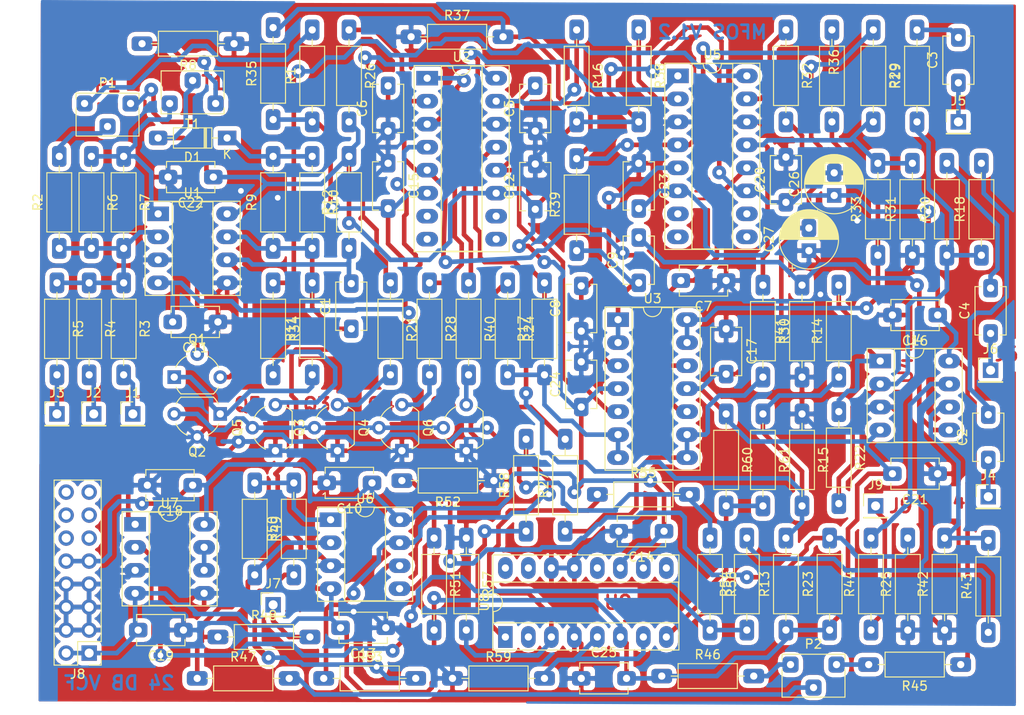
<source format=kicad_pcb>
(kicad_pcb (version 20171130) (host pcbnew "(5.0.0)")
  (layers (0 F.Cu signal) (31 B.Cu signal) (34 B.Paste user) (35 F.Paste user) (36 B.SilkS user) (37 F.SilkS user) (38 B.Mask user) (39 F.Mask user) (44 Edge.Cuts user))
  (net 0 "")
  (net 1 "Net-(C1-Pad1)")
  (net 2 "Net-(C1-Pad2)")
  (net 3 "Net-(C2-Pad2)")
  (net 4 "Net-(C2-Pad1)")
  (net 5 "Net-(C3-Pad1)")
  (net 6 "Net-(C3-Pad2)")
  (net 7 "Net-(C4-Pad1)")
  (net 8 "Net-(C4-Pad2)")
  (net 9 "Net-(C5-Pad2)")
  (net 10 GND)
  (net 11 "Net-(C6-Pad2)")
  (net 12 "Net-(C7-Pad2)")
  (net 13 "Net-(C8-Pad2)")
  (net 14 "Net-(C9-Pad1)")
  (net 15 "Net-(C9-Pad2)")
  (net 16 +12V)
  (net 17 -12V)
  (net 18 "Net-(D1-Pad1)")
  (net 19 "Net-(D1-Pad2)")
  (net 20 "Net-(J1-Pad1)")
  (net 21 "Net-(J2-Pad1)")
  (net 22 "Net-(J3-Pad1)")
  (net 23 "Net-(J7-Pad1)")
  (net 24 "Net-(J8-Pad11)")
  (net 25 "Net-(J8-Pad12)")
  (net 26 "Net-(J8-Pad13)")
  (net 27 "Net-(J8-Pad14)")
  (net 28 "Net-(J8-Pad15)")
  (net 29 "Net-(J8-Pad16)")
  (net 30 "Net-(J9-Pad1)")
  (net 31 "Net-(P1-Pad2)")
  (net 32 "Net-(P1-Pad3)")
  (net 33 "Net-(P2-Pad3)")
  (net 34 "Net-(P2-Pad2)")
  (net 35 "Net-(P2-Pad1)")
  (net 36 "Net-(Q1-Pad1)")
  (net 37 "Net-(Q2-Pad3)")
  (net 38 "Net-(Q3-Pad3)")
  (net 39 "Net-(Q4-Pad3)")
  (net 40 "Net-(Q5-Pad3)")
  (net 41 "Net-(Q6-Pad3)")
  (net 42 "Net-(R2-Pad1)")
  (net 43 "Net-(R6-Pad1)")
  (net 44 "Net-(R8-Pad2)")
  (net 45 RB)
  (net 46 "Net-(R14-Pad2)")
  (net 47 "Net-(R16-Pad1)")
  (net 48 "Net-(R17-Pad1)")
  (net 49 "Net-(R18-Pad1)")
  (net 50 "Net-(R21-Pad1)")
  (net 51 "Net-(R26-Pad1)")
  (net 52 "Net-(R27-Pad1)")
  (net 53 "Net-(R28-Pad1)")
  (net 54 "Net-(R29-Pad2)")
  (net 55 "Net-(R32-Pad1)")
  (net 56 "Net-(R33-Pad1)")
  (net 57 "Net-(R34-Pad1)")
  (net 58 "Net-(R35-Pad2)")
  (net 59 "Net-(R38-Pad1)")
  (net 60 "Net-(R40-Pad1)")
  (net 61 "Net-(R42-Pad2)")
  (net 62 RA)
  (net 63 "Net-(R47-Pad1)")
  (net 64 "Net-(R49-Pad1)")
  (net 65 "Net-(R50-Pad1)")
  (net 66 "Net-(R51-Pad1)")
  (net 67 "Net-(R53-Pad1)")
  (net 68 "Net-(R54-Pad1)")
  (net 69 "Net-(R55-Pad2)")
  (net 70 "Net-(R55-Pad1)")
  (net 71 "Net-(R58-Pad1)")
  (net 72 "Net-(R59-Pad2)")
  (net 73 "Net-(R60-Pad2)")
  (net 74 "Net-(U2-Pad9)")
  (net 75 "Net-(U2-Pad10)")
  (net 76 "Net-(U2-Pad7)")
  (net 77 "Net-(U2-Pad8)")
  (net 78 "Net-(U5-Pad9)")
  (net 79 "Net-(U5-Pad10)")
  (net 80 "Net-(U5-Pad7)")
  (net 81 "Net-(U5-Pad8)")
  (net 82 "Net-(U7-Pad6)")
  (net 83 "Net-(U8-Pad16)")
  (net 84 "Net-(U8-Pad15)")
  (net 85 "Net-(U8-Pad12)")
  (net 86 "Net-(U8-Pad10)")
  (net 87 "Net-(U8-Pad2)")
  (net 88 "Net-(U8-Pad9)")
  (net 89 "Net-(R23-Pad2)")
  (module NilsLib:Widerstand_liegend (layer F.Cu) (at 152.654 123.19 90)
    (fp_text reference R27 (at 5.08 -2.37 90) (layer F.SilkS))
    (fp_text value 100k)
    (pad 2 thru_hole roundrect (at 10.16 0 90) (size 2.286 1.6) (drill 0.8) (layers *.Cu *.Mask) (net 89 "Net-(R23-Pad2)"))
    (pad 1 thru_hole roundrect (at 0 0 90) (size 2.286 1.6) (drill 0.8) (layers *.Cu *.Mask) (net 52 "Net-(R27-Pad1)"))
  )
  (module Package_TO_SOT_THT:TO-92_Wide (layer F.Cu) (at 127.508 114.3 90)
    (fp_text reference Q3 (at 2.55 -4.19 90) (layer F.SilkS))
    (fp_text value 2N3906)
    (pad 1 thru_hole rect (at 0 0 180) (size 1.5 1.5) (drill 0.8) (layers *.Cu *.Mask) (net 10 GND))
    (pad 3 thru_hole circle (at 5.08 0 180) (size 1.5 1.5) (drill 0.8) (layers *.Cu *.Mask) (net 38 "Net-(Q3-Pad3)"))
    (pad 2 thru_hole circle (at 2.54 -2.54 180) (size 1.5 1.5) (drill 0.8) (layers *.Cu *.Mask) (net 37 "Net-(Q2-Pad3)"))
  )
  (module Package_TO_SOT_THT:TO-92_Wide (layer F.Cu) (at 134.62 114.3 90)
    (fp_text reference Q4 (at 2.55 -4.19 90) (layer F.SilkS))
    (fp_text value 2N3906)
    (pad 2 thru_hole circle (at 2.54 -2.54 180) (size 1.5 1.5) (drill 0.8) (layers *.Cu *.Mask) (net 37 "Net-(Q2-Pad3)"))
    (pad 3 thru_hole circle (at 5.08 0 180) (size 1.5 1.5) (drill 0.8) (layers *.Cu *.Mask) (net 39 "Net-(Q4-Pad3)"))
    (pad 1 thru_hole rect (at 0 0 180) (size 1.5 1.5) (drill 0.8) (layers *.Cu *.Mask) (net 10 GND))
  )
  (module Package_TO_SOT_THT:TO-92_Wide (layer F.Cu) (at 141.732 114.3 90)
    (fp_text reference Q6 (at 2.55 -4.19 90) (layer F.SilkS))
    (fp_text value 2N3906)
    (pad 1 thru_hole rect (at 0 0 180) (size 1.5 1.5) (drill 0.8) (layers *.Cu *.Mask) (net 10 GND))
    (pad 3 thru_hole circle (at 5.08 0 180) (size 1.5 1.5) (drill 0.8) (layers *.Cu *.Mask) (net 41 "Net-(Q6-Pad3)"))
    (pad 2 thru_hole circle (at 2.54 -2.54 180) (size 1.5 1.5) (drill 0.8) (layers *.Cu *.Mask) (net 37 "Net-(Q2-Pad3)"))
  )
  (module Package_TO_SOT_THT:TO-92_Wide (layer F.Cu) (at 120.65 114.3 90)
    (fp_text reference Q5 (at 2.55 -4.19 90) (layer F.SilkS))
    (fp_text value 2N3906)
    (pad 2 thru_hole circle (at 2.54 -2.54 180) (size 1.5 1.5) (drill 0.8) (layers *.Cu *.Mask) (net 37 "Net-(Q2-Pad3)"))
    (pad 3 thru_hole circle (at 5.08 0 180) (size 1.5 1.5) (drill 0.8) (layers *.Cu *.Mask) (net 40 "Net-(Q5-Pad3)"))
    (pad 1 thru_hole rect (at 0 0 180) (size 1.5 1.5) (drill 0.8) (layers *.Cu *.Mask) (net 10 GND))
  )
  (module Package_DIP:DIP-8_W7.62mm_Socket_LongPads (layer F.Cu) (at 107.696 88.138)
    (fp_text reference U1 (at 3.81 -2.33) (layer F.SilkS))
    (fp_text value TL072)
    (pad 1 thru_hole rect (at 0 0) (size 2.4 1.6) (drill 0.8) (layers *.Cu *.Mask) (net 43 "Net-(R6-Pad1)"))
    (pad 5 thru_hole oval (at 7.62 7.62) (size 2.4 1.6) (drill 0.8) (layers *.Cu *.Mask) (net 10 GND))
    (pad 2 thru_hole oval (at 0 2.54) (size 2.4 1.6) (drill 0.8) (layers *.Cu *.Mask) (net 42 "Net-(R2-Pad1)"))
    (pad 6 thru_hole oval (at 7.62 5.08) (size 2.4 1.6) (drill 0.8) (layers *.Cu *.Mask) (net 2 "Net-(C1-Pad2)"))
    (pad 3 thru_hole oval (at 0 5.08) (size 2.4 1.6) (drill 0.8) (layers *.Cu *.Mask) (net 10 GND))
    (pad 7 thru_hole oval (at 7.62 2.54) (size 2.4 1.6) (drill 0.8) (layers *.Cu *.Mask) (net 1 "Net-(C1-Pad1)"))
    (pad 4 thru_hole oval (at 0 7.62) (size 2.4 1.6) (drill 0.8) (layers *.Cu *.Mask) (net 17 -12V))
    (pad 8 thru_hole oval (at 7.62 0) (size 2.4 1.6) (drill 0.8) (layers *.Cu *.Mask) (net 16 +12V))
  )
  (module NilsLib:Kondensator_Keramik (layer F.Cu) (at 129.032 100.838 90)
    (fp_text reference C1 (at 2.5 -2.85 90) (layer F.SilkS))
    (fp_text value 100p)
    (pad 1 thru_hole roundrect (at 0 0 90) (size 2.032 1.6) (drill 0.8) (layers *.Cu *.Mask) (net 1 "Net-(C1-Pad1)"))
    (pad 2 thru_hole roundrect (at 5 0 90) (size 2.032 1.6) (drill 0.8) (layers *.Cu *.Mask) (net 2 "Net-(C1-Pad2)"))
  )
  (module NilsLib:Kondensator_Keramik (layer F.Cu) (at 199.39 115.316 90)
    (fp_text reference C2 (at 2.5 -2.85 90) (layer F.SilkS))
    (fp_text value 100n)
    (pad 2 thru_hole roundrect (at 5 0 90) (size 2.032 1.6) (drill 0.8) (layers *.Cu *.Mask) (net 3 "Net-(C2-Pad2)"))
    (pad 1 thru_hole roundrect (at 0 0 90) (size 2.032 1.6) (drill 0.8) (layers *.Cu *.Mask) (net 4 "Net-(C2-Pad1)"))
  )
  (module NilsLib:Kondensator_Keramik (layer F.Cu) (at 196.088 73.66 90)
    (fp_text reference C3 (at 2.5 -2.85 90) (layer F.SilkS))
    (fp_text value 100n)
    (pad 1 thru_hole roundrect (at 0 0 90) (size 2.032 1.6) (drill 0.8) (layers *.Cu *.Mask) (net 5 "Net-(C3-Pad1)"))
    (pad 2 thru_hole roundrect (at 5 0 90) (size 2.032 1.6) (drill 0.8) (layers *.Cu *.Mask) (net 6 "Net-(C3-Pad2)"))
  )
  (module NilsLib:Kondensator_Keramik (layer F.Cu) (at 199.644 101.346 90)
    (fp_text reference C4 (at 2.5 -2.85 90) (layer F.SilkS))
    (fp_text value 100n)
    (pad 1 thru_hole roundrect (at 0 0 90) (size 2.032 1.6) (drill 0.8) (layers *.Cu *.Mask) (net 7 "Net-(C4-Pad1)"))
    (pad 2 thru_hole roundrect (at 5 0 90) (size 2.032 1.6) (drill 0.8) (layers *.Cu *.Mask) (net 8 "Net-(C4-Pad2)"))
  )
  (module NilsLib:Kondensator_Keramik (layer F.Cu) (at 149.352 78.994 90)
    (fp_text reference C5 (at 2.5 -2.85 90) (layer F.SilkS))
    (fp_text value 100p)
    (pad 2 thru_hole roundrect (at 5 0 90) (size 2.032 1.6) (drill 0.8) (layers *.Cu *.Mask) (net 9 "Net-(C5-Pad2)"))
    (pad 1 thru_hole roundrect (at 0 0 90) (size 2.032 1.6) (drill 0.8) (layers *.Cu *.Mask) (net 10 GND))
  )
  (module NilsLib:Kondensator_Keramik (layer F.Cu) (at 133.096 78.994 90)
    (fp_text reference C6 (at 2.5 -2.85 90) (layer F.SilkS))
    (fp_text value 100p)
    (pad 2 thru_hole roundrect (at 5 0 90) (size 2.032 1.6) (drill 0.8) (layers *.Cu *.Mask) (net 11 "Net-(C6-Pad2)"))
    (pad 1 thru_hole roundrect (at 0 0 90) (size 2.032 1.6) (drill 0.8) (layers *.Cu *.Mask) (net 10 GND))
  )
  (module NilsLib:Kondensator_Keramik (layer F.Cu) (at 170.434 95.504 180)
    (fp_text reference C7 (at 2.5 -2.85 180) (layer F.SilkS))
    (fp_text value 100p)
    (pad 2 thru_hole roundrect (at 5 0 180) (size 2.032 1.6) (drill 0.8) (layers *.Cu *.Mask) (net 12 "Net-(C7-Pad2)"))
    (pad 1 thru_hole roundrect (at 0 0 180) (size 2.032 1.6) (drill 0.8) (layers *.Cu *.Mask) (net 10 GND))
  )
  (module NilsLib:Kondensator_Keramik (layer F.Cu) (at 154.432 101.092 90)
    (fp_text reference C8 (at 2.5 -2.85 90) (layer F.SilkS))
    (fp_text value 100p)
    (pad 2 thru_hole roundrect (at 5 0 90) (size 2.032 1.6) (drill 0.8) (layers *.Cu *.Mask) (net 13 "Net-(C8-Pad2)"))
    (pad 1 thru_hole roundrect (at 0 0 90) (size 2.032 1.6) (drill 0.8) (layers *.Cu *.Mask) (net 10 GND))
  )
  (module NilsLib:Kondensator_Keramik (layer F.Cu) (at 160.782 95.758 90)
    (fp_text reference C9 (at 2.5 -2.85 90) (layer F.SilkS))
    (fp_text value 100n)
    (pad 1 thru_hole roundrect (at 0 0 90) (size 2.032 1.6) (drill 0.8) (layers *.Cu *.Mask) (net 14 "Net-(C9-Pad1)"))
    (pad 2 thru_hole roundrect (at 5 0 90) (size 2.032 1.6) (drill 0.8) (layers *.Cu *.Mask) (net 15 "Net-(C9-Pad2)"))
  )
  (module NilsLib:Kondensator_Keramik (layer F.Cu) (at 131.318 117.856 180)
    (fp_text reference C10 (at 2.5 -2.85 180) (layer F.SilkS))
    (fp_text value 100n)
    (pad 1 thru_hole roundrect (at 0 0 180) (size 2.032 1.6) (drill 0.8) (layers *.Cu *.Mask) (net 16 +12V))
    (pad 2 thru_hole roundrect (at 5 0 180) (size 2.032 1.6) (drill 0.8) (layers *.Cu *.Mask) (net 10 GND))
  )
  (module NilsLib:Kondensator_Keramik (layer F.Cu) (at 114.3 100.076 180)
    (fp_text reference C11 (at 2.5 -2.85 180) (layer F.SilkS))
    (fp_text value 100n)
    (pad 2 thru_hole roundrect (at 5 0 180) (size 2.032 1.6) (drill 0.8) (layers *.Cu *.Mask) (net 17 -12V))
    (pad 1 thru_hole roundrect (at 0 0 180) (size 2.032 1.6) (drill 0.8) (layers *.Cu *.Mask) (net 10 GND))
  )
  (module NilsLib:Kondensator_Keramik (layer F.Cu) (at 149.352 87.63 90)
    (fp_text reference C12 (at 2.5 -2.85 90) (layer F.SilkS))
    (fp_text value 100n)
    (pad 1 thru_hole roundrect (at 0 0 90) (size 2.032 1.6) (drill 0.8) (layers *.Cu *.Mask) (net 16 +12V))
    (pad 2 thru_hole roundrect (at 5 0 90) (size 2.032 1.6) (drill 0.8) (layers *.Cu *.Mask) (net 10 GND))
  )
  (module NilsLib:Kondensator_Keramik (layer F.Cu) (at 132.842 133.858 180)
    (fp_text reference C13 (at 2.5 -2.85 180) (layer F.SilkS))
    (fp_text value 100n)
    (pad 2 thru_hole roundrect (at 5 0 180) (size 2.032 1.6) (drill 0.8) (layers *.Cu *.Mask) (net 17 -12V))
    (pad 1 thru_hole roundrect (at 0 0 180) (size 2.032 1.6) (drill 0.8) (layers *.Cu *.Mask) (net 10 GND))
  )
  (module NilsLib:Kondensator_Keramik (layer F.Cu) (at 163.576 123.19 180)
    (fp_text reference C14 (at 2.5 -2.85 180) (layer F.SilkS))
    (fp_text value 100n)
    (pad 2 thru_hole roundrect (at 5 0 180) (size 2.032 1.6) (drill 0.8) (layers *.Cu *.Mask) (net 10 GND))
    (pad 1 thru_hole roundrect (at 0 0 180) (size 2.032 1.6) (drill 0.8) (layers *.Cu *.Mask) (net 16 +12V))
  )
  (module NilsLib:Kondensator_Keramik (layer F.Cu) (at 133.096 82.55 270)
    (fp_text reference C15 (at 2.5 -2.85 270) (layer F.SilkS))
    (fp_text value 100n)
    (pad 1 thru_hole roundrect (at 0 0 270) (size 2.032 1.6) (drill 0.8) (layers *.Cu *.Mask) (net 10 GND))
    (pad 2 thru_hole roundrect (at 5 0 270) (size 2.032 1.6) (drill 0.8) (layers *.Cu *.Mask) (net 17 -12V))
  )
  (module NilsLib:Kondensator_Keramik (layer F.Cu) (at 193.802 99.314 180)
    (fp_text reference C16 (at 2.5 -2.85 180) (layer F.SilkS))
    (fp_text value 100n)
    (pad 2 thru_hole roundrect (at 5 0 180) (size 2.032 1.6) (drill 0.8) (layers *.Cu *.Mask) (net 10 GND))
    (pad 1 thru_hole roundrect (at 0 0 180) (size 2.032 1.6) (drill 0.8) (layers *.Cu *.Mask) (net 16 +12V))
  )
  (module NilsLib:Kondensator_Keramik (layer F.Cu) (at 170.434 100.838 270)
    (fp_text reference C17 (at 2.5 -2.85 270) (layer F.SilkS))
    (fp_text value 100n)
    (pad 1 thru_hole roundrect (at 0 0 270) (size 2.032 1.6) (drill 0.8) (layers *.Cu *.Mask) (net 10 GND))
    (pad 2 thru_hole roundrect (at 5 0 270) (size 2.032 1.6) (drill 0.8) (layers *.Cu *.Mask) (net 17 -12V))
  )
  (module NilsLib:Kondensator_Keramik (layer F.Cu) (at 111.506 118.11 180)
    (fp_text reference C18 (at 2.5 -2.85 180) (layer F.SilkS))
    (fp_text value 100n)
    (pad 2 thru_hole roundrect (at 5 0 180) (size 2.032 1.6) (drill 0.8) (layers *.Cu *.Mask) (net 10 GND))
    (pad 1 thru_hole roundrect (at 0 0 180) (size 2.032 1.6) (drill 0.8) (layers *.Cu *.Mask) (net 16 +12V))
  )
  (module NilsLib:Kondensator_Keramik (layer F.Cu) (at 110.49 134.112 180)
    (fp_text reference C19 (at 2.5 -2.85 180) (layer F.SilkS))
    (fp_text value 100n)
    (pad 1 thru_hole roundrect (at 0 0 180) (size 2.032 1.6) (drill 0.8) (layers *.Cu *.Mask) (net 10 GND))
    (pad 2 thru_hole roundrect (at 5 0 180) (size 2.032 1.6) (drill 0.8) (layers *.Cu *.Mask) (net 17 -12V))
  )
  (module NilsLib:Kondensator_Keramik (layer F.Cu) (at 177.038 86.868 90)
    (fp_text reference C20 (at 2.5 -2.85 90) (layer F.SilkS))
    (fp_text value 100n)
    (pad 1 thru_hole roundrect (at 0 0 90) (size 2.032 1.6) (drill 0.8) (layers *.Cu *.Mask) (net 16 +12V))
    (pad 2 thru_hole roundrect (at 5 0 90) (size 2.032 1.6) (drill 0.8) (layers *.Cu *.Mask) (net 10 GND))
  )
  (module NilsLib:Kondensator_Keramik (layer F.Cu) (at 193.802 116.84 180)
    (fp_text reference C21 (at 2.5 -2.85 180) (layer F.SilkS))
    (fp_text value 100n)
    (pad 1 thru_hole roundrect (at 0 0 180) (size 2.032 1.6) (drill 0.8) (layers *.Cu *.Mask) (net 10 GND))
    (pad 2 thru_hole roundrect (at 5 0 180) (size 2.032 1.6) (drill 0.8) (layers *.Cu *.Mask) (net 17 -12V))
  )
  (module NilsLib:Kondensator_Keramik (layer F.Cu) (at 113.792 84.074 180)
    (fp_text reference C22 (at 2.5 -2.85 180) (layer F.SilkS))
    (fp_text value 100n)
    (pad 2 thru_hole roundrect (at 5 0 180) (size 2.032 1.6) (drill 0.8) (layers *.Cu *.Mask) (net 10 GND))
    (pad 1 thru_hole roundrect (at 0 0 180) (size 2.032 1.6) (drill 0.8) (layers *.Cu *.Mask) (net 16 +12V))
  )
  (module NilsLib:Kondensator_Keramik (layer F.Cu) (at 160.782 82.55 270)
    (fp_text reference C23 (at 2.5 -2.85 270) (layer F.SilkS))
    (fp_text value 100n)
    (pad 1 thru_hole roundrect (at 0 0 270) (size 2.032 1.6) (drill 0.8) (layers *.Cu *.Mask) (net 10 GND))
    (pad 2 thru_hole roundrect (at 5 0 270) (size 2.032 1.6) (drill 0.8) (layers *.Cu *.Mask) (net 17 -12V))
  )
  (module NilsLib:Kondensator_Keramik (layer F.Cu) (at 154.432 109.474 90)
    (fp_text reference C24 (at 2.5 -2.85 90) (layer F.SilkS))
    (fp_text value 100n)
    (pad 2 thru_hole roundrect (at 5 0 90) (size 2.032 1.6) (drill 0.8) (layers *.Cu *.Mask) (net 10 GND))
    (pad 1 thru_hole roundrect (at 0 0 90) (size 2.032 1.6) (drill 0.8) (layers *.Cu *.Mask) (net 16 +12V))
  )
  (module NilsLib:Kondensator_Keramik (layer F.Cu) (at 154.432 139.446)
    (fp_text reference C25 (at 2.5 -2.85) (layer F.SilkS))
    (fp_text value 100n)
    (pad 1 thru_hole roundrect (at 0 0) (size 2.032 1.6) (drill 0.8) (layers *.Cu *.Mask) (net 10 GND))
    (pad 2 thru_hole roundrect (at 5 0) (size 2.032 1.6) (drill 0.8) (layers *.Cu *.Mask) (net 17 -12V))
  )
  (module NilsLib:Elko_D6.3mm_P2.50mm (layer F.Cu) (at 182.372 86.106 90)
    (fp_text reference C26 (at 1.25 -4.4 90) (layer F.SilkS))
    (fp_text value 10u)
    (pad 1 thru_hole rect (at 0 0 90) (size 1.6 1.6) (drill 0.8) (layers *.Cu *.Mask) (net 16 +12V))
    (pad 2 thru_hole roundrect (at 2.5 0 90) (size 2.032 1.6) (drill 0.8) (layers *.Cu *.Mask) (net 10 GND))
  )
  (module NilsLib:Elko_D6.3mm_P2.50mm (layer F.Cu) (at 179.578 92.202 90)
    (fp_text reference C27 (at 1.25 -4.4 90) (layer F.SilkS))
    (fp_text value 10u)
    (pad 2 thru_hole roundrect (at 2.5 0 90) (size 2.032 1.6) (drill 0.8) (layers *.Cu *.Mask) (net 17 -12V))
    (pad 1 thru_hole rect (at 0 0 90) (size 1.6 1.6) (drill 0.8) (layers *.Cu *.Mask) (net 10 GND))
  )
  (module Diode_THT:D_DO-35_SOD27_P7.62mm_Horizontal (layer F.Cu) (at 115.316 79.756 180)
    (fp_text reference D1 (at 3.81 -2.12 180) (layer F.SilkS))
    (fp_text value 1N4148)
    (fp_text user K (at 0 -1.8 180) (layer F.SilkS))
    (pad 1 thru_hole rect (at 0 0 180) (size 2.032 1.6) (drill 0.8) (layers *.Cu *.Mask) (net 18 "Net-(D1-Pad1)"))
    (pad 2 thru_hole roundrect (at 7.62 0 180) (size 2.032 1.6) (drill 0.8) (layers *.Cu *.Mask) (net 19 "Net-(D1-Pad2)"))
  )
  (module NilsLib:Stift (layer F.Cu) (at 104.902 110.236)
    (fp_text reference J1 (at 0 -2.33) (layer F.SilkS))
    (fp_text value CV1)
    (pad 1 thru_hole rect (at 0 0) (size 1.7 1.7) (drill 1) (layers *.Cu *.Mask) (net 20 "Net-(J1-Pad1)"))
  )
  (module NilsLib:Stift (layer F.Cu) (at 100.584 110.236)
    (fp_text reference J2 (at 0 -2.33) (layer F.SilkS))
    (fp_text value CV2)
    (pad 1 thru_hole rect (at 0 0) (size 1.7 1.7) (drill 1) (layers *.Cu *.Mask) (net 21 "Net-(J2-Pad1)"))
  )
  (module NilsLib:Stift (layer F.Cu) (at 96.52 110.236)
    (fp_text reference J3 (at 0 -2.33) (layer F.SilkS))
    (fp_text value CV3)
    (pad 1 thru_hole rect (at 0 0) (size 1.7 1.7) (drill 1) (layers *.Cu *.Mask) (net 22 "Net-(J3-Pad1)"))
  )
  (module NilsLib:Stift (layer F.Cu) (at 199.39 119.38)
    (fp_text reference J4 (at 0 -2.33) (layer F.SilkS))
    (fp_text value Audio1)
    (pad 1 thru_hole rect (at 0 0) (size 1.7 1.7) (drill 1) (layers *.Cu *.Mask) (net 4 "Net-(C2-Pad1)"))
  )
  (module NilsLib:Stift (layer F.Cu) (at 196.088 77.978)
    (fp_text reference J5 (at 0 -2.33) (layer F.SilkS))
    (fp_text value Audio2)
    (pad 1 thru_hole rect (at 0 0) (size 1.7 1.7) (drill 1) (layers *.Cu *.Mask) (net 5 "Net-(C3-Pad1)"))
  )
  (module NilsLib:Stift (layer F.Cu) (at 199.644 105.41)
    (fp_text reference J6 (at 0 -2.33) (layer F.SilkS))
    (fp_text value Audio2)
    (pad 1 thru_hole rect (at 0 0) (size 1.7 1.7) (drill 1) (layers *.Cu *.Mask) (net 7 "Net-(C4-Pad1)"))
  )
  (module NilsLib:Stift (layer F.Cu) (at 120.396 131.318)
    (fp_text reference J7 (at 0 -2.33) (layer F.SilkS))
    (fp_text value Res)
    (pad 1 thru_hole rect (at 0 0) (size 1.7 1.7) (drill 1) (layers *.Cu *.Mask) (net 23 "Net-(J7-Pad1)"))
  )
  (module Connector_PinHeader_2.54mm:PinHeader_2x08_P2.54mm_Vertical (layer F.Cu) (at 100.076 136.652 180)
    (fp_text reference J8 (at 1.27 -2.33 180) (layer F.SilkS))
    (fp_text value Conn_02x08_Odd_Even)
    (pad 1 thru_hole rect (at 0 0 180) (size 1.7 1.7) (drill 1) (layers *.Cu *.Mask) (net 17 -12V))
    (pad 2 thru_hole oval (at 2.54 0 180) (size 1.7 1.7) (drill 1) (layers *.Cu *.Mask) (net 17 -12V))
    (pad 3 thru_hole oval (at 0 2.54 180) (size 1.7 1.7) (drill 1) (layers *.Cu *.Mask) (net 10 GND))
    (pad 4 thru_hole oval (at 2.54 2.54 180) (size 1.7 1.7) (drill 1) (layers *.Cu *.Mask) (net 10 GND))
    (pad 5 thru_hole oval (at 0 5.08 180) (size 1.7 1.7) (drill 1) (layers *.Cu *.Mask) (net 10 GND))
    (pad 6 thru_hole oval (at 2.54 5.08 180) (size 1.7 1.7) (drill 1) (layers *.Cu *.Mask) (net 10 GND))
    (pad 7 thru_hole oval (at 0 7.62 180) (size 1.7 1.7) (drill 1) (layers *.Cu *.Mask) (net 10 GND))
    (pad 8 thru_hole oval (at 2.54 7.62 180) (size 1.7 1.7) (drill 1) (layers *.Cu *.Mask) (net 10 GND))
    (pad 9 thru_hole oval (at 0 10.16 180) (size 1.7 1.7) (drill 1) (layers *.Cu *.Mask) (net 16 +12V))
    (pad 10 thru_hole oval (at 2.54 10.16 180) (size 1.7 1.7) (drill 1) (layers *.Cu *.Mask) (net 16 +12V))
    (pad 11 thru_hole oval (at 0 12.7 180) (size 1.7 1.7) (drill 1) (layers *.Cu *.Mask) (net 24 "Net-(J8-Pad11)"))
    (pad 12 thru_hole oval (at 2.54 12.7 180) (size 1.7 1.7) (drill 1) (layers *.Cu *.Mask) (net 25 "Net-(J8-Pad12)"))
    (pad 13 thru_hole oval (at 0 15.24 180) (size 1.7 1.7) (drill 1) (layers *.Cu *.Mask) (net 26 "Net-(J8-Pad13)"))
    (pad 14 thru_hole oval (at 2.54 15.24 180) (size 1.7 1.7) (drill 1) (layers *.Cu *.Mask) (net 27 "Net-(J8-Pad14)"))
    (pad 15 thru_hole oval (at 0 17.78 180) (size 1.7 1.7) (drill 1) (layers *.Cu *.Mask) (net 28 "Net-(J8-Pad15)"))
    (pad 16 thru_hole oval (at 2.54 17.78 180) (size 1.7 1.7) (drill 1) (layers *.Cu *.Mask) (net 29 "Net-(J8-Pad16)"))
  )
  (module NilsLib:Stift (layer F.Cu) (at 186.944 120.396)
    (fp_text reference J9 (at 0 -2.33) (layer F.SilkS))
    (fp_text value Out)
    (pad 1 thru_hole rect (at 0 0) (size 1.7 1.7) (drill 1) (layers *.Cu *.Mask) (net 30 "Net-(J9-Pad1)"))
  )
  (module NilsLib:Trimmer_Vertical (layer F.Cu) (at 104.648 75.946)
    (fp_text reference P1 (at -2.54 -2.27) (layer F.SilkS))
    (fp_text value 100k)
    (pad 1 thru_hole roundrect (at 0 0) (size 1.778 1.778) (drill 0.8) (layers *.Cu *.Mask) (net 16 +12V))
    (pad 2 thru_hole roundrect (at -2.54 2.54) (size 1.778 1.778) (drill 0.8) (layers *.Cu *.Mask) (net 31 "Net-(P1-Pad2)"))
    (pad 3 thru_hole roundrect (at -5.08 0) (size 1.778 1.778) (drill 0.8) (layers *.Cu *.Mask) (net 32 "Net-(P1-Pad3)"))
  )
  (module NilsLib:Trimmer_Vertical (layer F.Cu) (at 182.626 137.922)
    (fp_text reference P2 (at -2.54 -2.27) (layer F.SilkS))
    (fp_text value 100k)
    (pad 3 thru_hole roundrect (at -5.08 0) (size 1.778 1.778) (drill 0.8) (layers *.Cu *.Mask) (net 33 "Net-(P2-Pad3)"))
    (pad 2 thru_hole roundrect (at -2.54 2.54) (size 1.778 1.778) (drill 0.8) (layers *.Cu *.Mask) (net 34 "Net-(P2-Pad2)"))
    (pad 1 thru_hole roundrect (at 0 0) (size 1.778 1.778) (drill 0.8) (layers *.Cu *.Mask) (net 35 "Net-(P2-Pad1)"))
  )
  (module Package_TO_SOT_THT:TO-92_Wide (layer F.Cu) (at 109.474 106.172)
    (fp_text reference Q1 (at 2.55 -4.19) (layer F.SilkS))
    (fp_text value 2N3904)
    (pad 2 thru_hole circle (at 2.54 -2.54 90) (size 1.5 1.5) (drill 0.8) (layers *.Cu *.Mask) (net 19 "Net-(D1-Pad2)"))
    (pad 3 thru_hole circle (at 5.08 0 90) (size 1.5 1.5) (drill 0.8) (layers *.Cu *.Mask) (net 2 "Net-(C1-Pad2)"))
    (pad 1 thru_hole rect (at 0 0 90) (size 1.5 1.5) (drill 0.8) (layers *.Cu *.Mask) (net 36 "Net-(Q1-Pad1)"))
  )
  (module Package_TO_SOT_THT:TO-92_Wide (layer F.Cu) (at 114.554 110.236 180)
    (fp_text reference Q2 (at 2.55 -4.19 180) (layer F.SilkS))
    (fp_text value 2N3904)
    (pad 1 thru_hole rect (at 0 0 270) (size 1.5 1.5) (drill 0.8) (layers *.Cu *.Mask) (net 36 "Net-(Q1-Pad1)"))
    (pad 3 thru_hole circle (at 5.08 0 270) (size 1.5 1.5) (drill 0.8) (layers *.Cu *.Mask) (net 37 "Net-(Q2-Pad3)"))
    (pad 2 thru_hole circle (at 2.54 -2.54 270) (size 1.5 1.5) (drill 0.8) (layers *.Cu *.Mask) (net 10 GND))
  )
  (module NilsLib:Widerstand_liegend (layer F.Cu) (at 124.714 77.978 90)
    (fp_text reference R1 (at 5.08 -2.37 90) (layer F.SilkS))
    (fp_text value 75k)
    (pad 2 thru_hole roundrect (at 10.16 0 90) (size 2.286 1.6) (drill 0.8) (layers *.Cu *.Mask) (net 32 "Net-(P1-Pad3)"))
    (pad 1 thru_hole roundrect (at 0 0 90) (size 2.286 1.6) (drill 0.8) (layers *.Cu *.Mask) (net 17 -12V))
  )
  (module NilsLib:Widerstand_liegend (layer F.Cu) (at 96.774 91.948 90)
    (fp_text reference R2 (at 5.08 -2.37 90) (layer F.SilkS))
    (fp_text value 100k)
    (pad 2 thru_hole roundrect (at 10.16 0 90) (size 2.286 1.6) (drill 0.8) (layers *.Cu *.Mask) (net 31 "Net-(P1-Pad2)"))
    (pad 1 thru_hole roundrect (at 0 0 90) (size 2.286 1.6) (drill 0.8) (layers *.Cu *.Mask) (net 42 "Net-(R2-Pad1)"))
  )
  (module NilsLib:Widerstand_liegend (layer F.Cu) (at 103.886 95.758 270)
    (fp_text reference R3 (at 5.08 -2.37 270) (layer F.SilkS))
    (fp_text value 100k)
    (pad 1 thru_hole roundrect (at 0 0 270) (size 2.286 1.6) (drill 0.8) (layers *.Cu *.Mask) (net 42 "Net-(R2-Pad1)"))
    (pad 2 thru_hole roundrect (at 10.16 0 270) (size 2.286 1.6) (drill 0.8) (layers *.Cu *.Mask) (net 20 "Net-(J1-Pad1)"))
  )
  (module NilsLib:Widerstand_liegend (layer F.Cu) (at 100.076 95.758 270)
    (fp_text reference R4 (at 5.08 -2.37 270) (layer F.SilkS))
    (fp_text value 100k)
    (pad 2 thru_hole roundrect (at 10.16 0 270) (size 2.286 1.6) (drill 0.8) (layers *.Cu *.Mask) (net 21 "Net-(J2-Pad1)"))
    (pad 1 thru_hole roundrect (at 0 0 270) (size 2.286 1.6) (drill 0.8) (layers *.Cu *.Mask) (net 42 "Net-(R2-Pad1)"))
  )
  (module NilsLib:Widerstand_liegend (layer F.Cu) (at 96.52 95.758 270)
    (fp_text reference R5 (at 5.08 -2.37 270) (layer F.SilkS))
    (fp_text value 100k)
    (pad 1 thru_hole roundrect (at 0 0 270) (size 2.286 1.6) (drill 0.8) (layers *.Cu *.Mask) (net 42 "Net-(R2-Pad1)"))
    (pad 2 thru_hole roundrect (at 10.16 0 270) (size 2.286 1.6) (drill 0.8) (layers *.Cu *.Mask) (net 22 "Net-(J3-Pad1)"))
  )
  (module NilsLib:Widerstand_liegend (layer F.Cu) (at 100.33 81.788 270)
    (fp_text reference R6 (at 5.08 -2.37 270) (layer F.SilkS))
    (fp_text value 7.5k)
    (pad 2 thru_hole roundrect (at 10.16 0 270) (size 2.286 1.6) (drill 0.8) (layers *.Cu *.Mask) (net 42 "Net-(R2-Pad1)"))
    (pad 1 thru_hole roundrect (at 0 0 270) (size 2.286 1.6) (drill 0.8) (layers *.Cu *.Mask) (net 43 "Net-(R6-Pad1)"))
  )
  (module NilsLib:Widerstand_liegend (layer F.Cu) (at 103.886 81.788 270)
    (fp_text reference R7 (at 5.08 -2.37 270) (layer F.SilkS))
    (fp_text value 2k)
    (pad 1 thru_hole roundrect (at 0 0 270) (size 2.286 1.6) (drill 0.8) (layers *.Cu *.Mask) (net 43 "Net-(R6-Pad1)"))
    (pad 2 thru_hole roundrect (at 10.16 0 270) (size 2.286 1.6) (drill 0.8) (layers *.Cu *.Mask) (net 42 "Net-(R2-Pad1)"))
  )
  (module NilsLib:Widerstand_liegend (layer F.Cu) (at 116.078 69.342 180)
    (fp_text reference R8 (at 5.08 -2.37 180) (layer F.SilkS))
    (fp_text value 475)
    (pad 2 thru_hole roundrect (at 10.16 0 180) (size 2.286 1.6) (drill 0.8) (layers *.Cu *.Mask) (net 44 "Net-(R8-Pad2)"))
    (pad 1 thru_hole roundrect (at 0 0 180) (size 2.286 1.6) (drill 0.8) (layers *.Cu *.Mask) (net 10 GND))
  )
  (module NilsLib:Widerstand_liegend (layer F.Cu) (at 120.396 91.948 90)
    (fp_text reference R9 (at 5.08 -2.37 90) (layer F.SilkS))
    (fp_text value 47k)
    (pad 2 thru_hole roundrect (at 10.16 0 90) (size 2.286 1.6) (drill 0.8) (layers *.Cu *.Mask) (net 18 "Net-(D1-Pad1)"))
    (pad 1 thru_hole roundrect (at 0 0 90) (size 2.286 1.6) (drill 0.8) (layers *.Cu *.Mask) (net 1 "Net-(C1-Pad1)"))
  )
  (module NilsLib:Widerstand_liegend (layer F.Cu) (at 124.714 81.788 270)
    (fp_text reference R10 (at 5.08 -2.37 270) (layer F.SilkS))
    (fp_text value 68k)
    (pad 2 thru_hole roundrect (at 10.16 0 270) (size 2.286 1.6) (drill 0.8) (layers *.Cu *.Mask) (net 1 "Net-(C1-Pad1)"))
    (pad 1 thru_hole roundrect (at 0 0 270) (size 2.286 1.6) (drill 0.8) (layers *.Cu *.Mask) (net 18 "Net-(D1-Pad1)"))
  )
  (module NilsLib:Widerstand_liegend (layer F.Cu) (at 124.714 105.918 90)
    (fp_text reference R11 (at 5.08 -2.37 90) (layer F.SilkS))
    (fp_text value 10k)
    (pad 1 thru_hole roundrect (at 0 0 90) (size 2.286 1.6) (drill 0.8) (layers *.Cu *.Mask) (net 36 "Net-(Q1-Pad1)"))
    (pad 2 thru_hole roundrect (at 10.16 0 90) (size 2.286 1.6) (drill 0.8) (layers *.Cu *.Mask) (net 1 "Net-(C1-Pad1)"))
  )
  (module NilsLib:Widerstand_liegend (layer F.Cu) (at 128.778 91.948 90)
    (fp_text reference R12 (at 5.08 -2.37 90) (layer F.SilkS))
    (fp_text value 1M)
    (pad 2 thru_hole roundrect (at 10.16 0 90) (size 2.286 1.6) (drill 0.8) (layers *.Cu *.Mask) (net 16 +12V))
    (pad 1 thru_hole roundrect (at 0 0 90) (size 2.286 1.6) (drill 0.8) (layers *.Cu *.Mask) (net 2 "Net-(C1-Pad2)"))
  )
  (module NilsLib:Widerstand_liegend (layer F.Cu) (at 177.038 134.112 90)
    (fp_text reference R13 (at 5.08 -2.37 90) (layer F.SilkS))
    (fp_text value 39k)
    (pad 2 thru_hole roundrect (at 10.16 0 90) (size 2.286 1.6) (drill 0.8) (layers *.Cu *.Mask) (net 45 RB))
    (pad 1 thru_hole roundrect (at 0 0 90) (size 2.286 1.6) (drill 0.8) (layers *.Cu *.Mask) (net 17 -12V))
  )
  (module NilsLib:Widerstand_liegend (layer F.Cu) (at 182.88 106.172 90)
    (fp_text reference R14 (at 5.08 -2.37 90) (layer F.SilkS))
    (fp_text value 100k)
    (pad 1 thru_hole roundrect (at 0 0 90) (size 2.286 1.6) (drill 0.8) (layers *.Cu *.Mask) (net 45 RB))
    (pad 2 thru_hole roundrect (at 10.16 0 90) (size 2.286 1.6) (drill 0.8) (layers *.Cu *.Mask) (net 46 "Net-(R14-Pad2)"))
  )
  (module NilsLib:Widerstand_liegend (layer F.Cu) (at 178.816 110.236 270)
    (fp_text reference R15 (at 5.08 -2.37 270) (layer F.SilkS))
    (fp_text value 100)
    (pad 1 thru_hole roundrect (at 0 0 270) (size 2.286 1.6) (drill 0.8) (layers *.Cu *.Mask) (net 10 GND))
    (pad 2 thru_hole roundrect (at 10.16 0 270) (size 2.286 1.6) (drill 0.8) (layers *.Cu *.Mask) (net 45 RB))
  )
  (module NilsLib:Widerstand_liegend (layer F.Cu) (at 153.924 67.818 270)
    (fp_text reference R16 (at 5.08 -2.37 270) (layer F.SilkS))
    (fp_text value 20k)
    (pad 2 thru_hole roundrect (at 10.16 0 270) (size 2.286 1.6) (drill 0.8) (layers *.Cu *.Mask) (net 16 +12V))
    (pad 1 thru_hole roundrect (at 0 0 270) (size 2.286 1.6) (drill 0.8) (layers *.Cu *.Mask) (net 47 "Net-(R16-Pad1)"))
  )
  (module NilsLib:Widerstand_liegend (layer F.Cu) (at 150.368 105.918 90)
    (fp_text reference R17 (at 5.08 -2.37 90) (layer F.SilkS))
    (fp_text value 100k)
    (pad 2 thru_hole roundrect (at 10.16 0 90) (size 2.286 1.6) (drill 0.8) (layers *.Cu *.Mask) (net 45 RB))
    (pad 1 thru_hole roundrect (at 0 0 90) (size 2.286 1.6) (drill 0.8) (layers *.Cu *.Mask) (net 48 "Net-(R17-Pad1)"))
  )
  (module NilsLib:Widerstand_liegend (layer F.Cu) (at 198.628 92.71 90)
    (fp_text reference R18 (at 5.08 -2.37 90) (layer F.SilkS))
    (fp_text value 200k)
    (pad 2 thru_hole roundrect (at 10.16 0 90) (size 2.286 1.6) (drill 0.8) (layers *.Cu *.Mask) (net 3 "Net-(C2-Pad2)"))
    (pad 1 thru_hole roundrect (at 0 0 90) (size 2.286 1.6) (drill 0.8) (layers *.Cu *.Mask) (net 49 "Net-(R18-Pad1)"))
  )
  (module NilsLib:Widerstand_liegend (layer F.Cu) (at 191.516 77.978 90)
    (fp_text reference R19 (at 5.08 -2.37 90) (layer F.SilkS))
    (fp_text value 200k)
    (pad 1 thru_hole roundrect (at 0 0 90) (size 2.286 1.6) (drill 0.8) (layers *.Cu *.Mask) (net 49 "Net-(R18-Pad1)"))
    (pad 2 thru_hole roundrect (at 10.16 0 90) (size 2.286 1.6) (drill 0.8) (layers *.Cu *.Mask) (net 6 "Net-(C3-Pad2)"))
  )
  (module NilsLib:Widerstand_liegend (layer F.Cu) (at 194.818 92.71 90)
    (fp_text reference R20 (at 5.08 -2.37 90) (layer F.SilkS))
    (fp_text value 200k)
    (pad 1 thru_hole roundrect (at 0 0 90) (size 2.286 1.6) (drill 0.8) (layers *.Cu *.Mask) (net 49 "Net-(R18-Pad1)"))
    (pad 2 thru_hole roundrect (at 10.16 0 90) (size 2.286 1.6) (drill 0.8) (layers *.Cu *.Mask) (net 8 "Net-(C4-Pad2)"))
  )
  (module NilsLib:Widerstand_liegend (layer F.Cu) (at 133.35 95.758 270)
    (fp_text reference R21 (at 5.08 -2.37 270) (layer F.SilkS))
    (fp_text value 10k)
    (pad 1 thru_hole roundrect (at 0 0 270) (size 2.286 1.6) (drill 0.8) (layers *.Cu *.Mask) (net 50 "Net-(R21-Pad1)"))
    (pad 2 thru_hole roundrect (at 10.16 0 270) (size 2.286 1.6) (drill 0.8) (layers *.Cu *.Mask) (net 38 "Net-(Q3-Pad3)"))
  )
  (module NilsLib:Widerstand_liegend (layer F.Cu) (at 182.88 109.982 270)
    (fp_text reference R22 (at 5.08 -2.37 270) (layer F.SilkS))
    (fp_text value 300k)
    (pad 1 thru_hole roundrect (at 0 0 270) (size 2.286 1.6) (drill 0.8) (layers *.Cu *.Mask) (net 46 "Net-(R14-Pad2)"))
    (pad 2 thru_hole roundrect (at 10.16 0 270) (size 2.286 1.6) (drill 0.8) (layers *.Cu *.Mask) (net 49 "Net-(R18-Pad1)"))
  )
  (module NilsLib:Widerstand_liegend (layer F.Cu) (at 181.864 134.112 90)
    (fp_text reference R23 (at 5.08 -2.37 90) (layer F.SilkS))
    (fp_text value 39k)
    (pad 2 thru_hole roundrect (at 10.16 0 90) (size 2.286 1.6) (drill 0.8) (layers *.Cu *.Mask) (net 89 "Net-(R23-Pad2)"))
    (pad 1 thru_hole roundrect (at 0 0 90) (size 2.286 1.6) (drill 0.8) (layers *.Cu *.Mask) (net 17 -12V))
  )
  (module NilsLib:Widerstand_liegend (layer F.Cu) (at 146.304 95.758 270)
    (fp_text reference R24 (at 5.08 -2.37 270) (layer F.SilkS))
    (fp_text value 100k)
    (pad 2 thru_hole roundrect (at 10.16 0 270) (size 2.286 1.6) (drill 0.8) (layers *.Cu *.Mask) (net 48 "Net-(R17-Pad1)"))
    (pad 1 thru_hole roundrect (at 0 0 270) (size 2.286 1.6) (drill 0.8) (layers *.Cu *.Mask) (net 89 "Net-(R23-Pad2)"))
  )
  (module NilsLib:Widerstand_liegend (layer F.Cu) (at 190.5 134.112 90)
    (fp_text reference R25 (at 5.08 -2.37 90) (layer F.SilkS))
    (fp_text value 100)
    (pad 1 thru_hole roundrect (at 0 0 90) (size 2.286 1.6) (drill 0.8) (layers *.Cu *.Mask) (net 10 GND))
    (pad 2 thru_hole roundrect (at 10.16 0 90) (size 2.286 1.6) (drill 0.8) (layers *.Cu *.Mask) (net 89 "Net-(R23-Pad2)"))
  )
  (module NilsLib:Widerstand_liegend (layer F.Cu) (at 128.778 67.818 270)
    (fp_text reference R26 (at 5.08 -2.37 270) (layer F.SilkS))
    (fp_text value 20k)
    (pad 1 thru_hole roundrect (at 0 0 270) (size 2.286 1.6) (drill 0.8) (layers *.Cu *.Mask) (net 51 "Net-(R26-Pad1)"))
    (pad 2 thru_hole roundrect (at 10.16 0 270) (size 2.286 1.6) (drill 0.8) (layers *.Cu *.Mask) (net 16 +12V))
  )
  (module NilsLib:Widerstand_liegend (layer F.Cu) (at 137.668 95.758 270)
    (fp_text reference R28 (at 5.08 -2.37 270) (layer F.SilkS))
    (fp_text value 10k)
    (pad 2 thru_hole roundrect (at 10.16 0 270) (size 2.286 1.6) (drill 0.8) (layers *.Cu *.Mask) (net 39 "Net-(Q4-Pad3)"))
    (pad 1 thru_hole roundrect (at 0 0 270) (size 2.286 1.6) (drill 0.8) (layers *.Cu *.Mask) (net 53 "Net-(R28-Pad1)"))
  )
  (module NilsLib:Widerstand_liegend (layer F.Cu) (at 186.69 67.818 270)
    (fp_text reference R29 (at 5.08 -2.37 270) (layer F.SilkS))
    (fp_text value 43k)
    (pad 2 thru_hole roundrect (at 10.16 0 270) (size 2.286 1.6) (drill 0.8) (layers *.Cu *.Mask) (net 54 "Net-(R29-Pad2)"))
    (pad 1 thru_hole roundrect (at 0 0 270) (size 2.286 1.6) (drill 0.8) (layers *.Cu *.Mask) (net 17 -12V))
  )
  (module NilsLib:Widerstand_liegend (layer F.Cu) (at 174.498 96.012 270)
    (fp_text reference R30 (at 5.08 -2.37 270) (layer F.SilkS))
    (fp_text value 100k)
    (pad 1 thru_hole roundrect (at 0 0 270) (size 2.286 1.6) (drill 0.8) (layers *.Cu *.Mask) (net 54 "Net-(R29-Pad2)"))
    (pad 2 thru_hole roundrect (at 10.16 0 270) (size 2.286 1.6) (drill 0.8) (layers *.Cu *.Mask) (net 52 "Net-(R27-Pad1)"))
  )
  (module NilsLib:Widerstand_liegend (layer F.Cu) (at 191.008 92.71 90)
    (fp_text reference R31 (at 5.08 -2.37 90) (layer F.SilkS))
    (fp_text value 100)
    (pad 1 thru_hole roundrect (at 0 0 90) (size 2.286 1.6) (drill 0.8) (layers *.Cu *.Mask) (net 10 GND))
    (pad 2 thru_hole roundrect (at 10.16 0 90) (size 2.286 1.6) (drill 0.8) (layers *.Cu *.Mask) (net 54 "Net-(R29-Pad2)"))
  )
  (module NilsLib:Widerstand_liegend (layer F.Cu) (at 177.038 67.818 270)
    (fp_text reference R32 (at 5.08 -2.37 270) (layer F.SilkS))
    (fp_text value 20k)
    (pad 1 thru_hole roundrect (at 0 0 270) (size 2.286 1.6) (drill 0.8) (layers *.Cu *.Mask) (net 55 "Net-(R32-Pad1)"))
    (pad 2 thru_hole roundrect (at 10.16 0 270) (size 2.286 1.6) (drill 0.8) (layers *.Cu *.Mask) (net 16 +12V))
  )
  (module NilsLib:Widerstand_liegend (layer F.Cu) (at 187.198 92.71 90)
    (fp_text reference R33 (at 5.08 -2.37 90) (layer F.SilkS))
    (fp_text value 100k)
    (pad 1 thru_hole roundrect (at 0 0 90) (size 2.286 1.6) (drill 0.8) (layers *.Cu *.Mask) (net 56 "Net-(R33-Pad1)"))
    (pad 2 thru_hole roundrect (at 10.16 0 90) (size 2.286 1.6) (drill 0.8) (layers *.Cu *.Mask) (net 54 "Net-(R29-Pad2)"))
  )
  (module NilsLib:Widerstand_liegend (layer F.Cu) (at 120.396 95.758 270)
    (fp_text reference R34 (at 5.08 -2.37 270) (layer F.SilkS))
    (fp_text value 10k)
    (pad 1 thru_hole roundrect (at 0 0 270) (size 2.286 1.6) (drill 0.8) (layers *.Cu *.Mask) (net 57 "Net-(R34-Pad1)"))
    (pad 2 thru_hole roundrect (at 10.16 0 270) (size 2.286 1.6) (drill 0.8) (layers *.Cu *.Mask) (net 40 "Net-(Q5-Pad3)"))
  )
  (module NilsLib:Widerstand_liegend (layer F.Cu) (at 120.396 77.724 90)
    (fp_text reference R35 (at 5.08 -2.37 90) (layer F.SilkS))
    (fp_text value 43k)
    (pad 2 thru_hole roundrect (at 10.16 0 90) (size 2.286 1.6) (drill 0.8) (layers *.Cu *.Mask) (net 58 "Net-(R35-Pad2)"))
    (pad 1 thru_hole roundrect (at 0 0 90) (size 2.286 1.6) (drill 0.8) (layers *.Cu *.Mask) (net 17 -12V))
  )
  (module NilsLib:Widerstand_liegend (layer F.Cu) (at 182.118 67.818 270)
    (fp_text reference R36 (at 3.556 -0.254 270) (layer F.SilkS))
    (fp_text value 100k)
    (pad 1 thru_hole roundrect (at 0 0 270) (size 2.286 1.6) (drill 0.8) (layers *.Cu *.Mask) (net 58 "Net-(R35-Pad2)"))
    (pad 2 thru_hole roundrect (at 10.16 0 270) (size 2.286 1.6) (drill 0.8) (layers *.Cu *.Mask) (net 56 "Net-(R33-Pad1)"))
  )
  (module NilsLib:Widerstand_liegend (layer F.Cu) (at 135.636 68.58)
    (fp_text reference R37 (at 5.08 -2.37) (layer F.SilkS))
    (fp_text value 100)
    (pad 1 thru_hole roundrect (at 0 0) (size 2.286 1.6) (drill 0.8) (layers *.Cu *.Mask) (net 10 GND))
    (pad 2 thru_hole roundrect (at 10.16 0) (size 2.286 1.6) (drill 0.8) (layers *.Cu *.Mask) (net 58 "Net-(R35-Pad2)"))
  )
  (module NilsLib:Widerstand_liegend (layer F.Cu) (at 160.782 67.818 270)
    (fp_text reference R38 (at 5.08 -2.37 270) (layer F.SilkS))
    (fp_text value 20k)
    (pad 2 thru_hole roundrect (at 10.16 0 270) (size 2.286 1.6) (drill 0.8) (layers *.Cu *.Mask) (net 16 +12V))
    (pad 1 thru_hole roundrect (at 0 0 270) (size 2.286 1.6) (drill 0.8) (layers *.Cu *.Mask) (net 59 "Net-(R38-Pad1)"))
  )
  (module NilsLib:Widerstand_liegend (layer F.Cu) (at 153.924 92.202 90)
    (fp_text reference R39 (at 5.08 -2.37 90) (layer F.SilkS))
    (fp_text value 100k)
    (pad 2 thru_hole roundrect (at 10.16 0 90) (size 2.286 1.6) (drill 0.8) (layers *.Cu *.Mask) (net 58 "Net-(R35-Pad2)"))
    (pad 1 thru_hole roundrect (at 0 0 90) (size 2.286 1.6) (drill 0.8) (layers *.Cu *.Mask) (net 14 "Net-(C9-Pad1)"))
  )
  (module NilsLib:Widerstand_liegend (layer F.Cu) (at 141.986 95.758 270)
    (fp_text reference R40 (at 5.08 -2.37 270) (layer F.SilkS))
    (fp_text value 10k)
    (pad 1 thru_hole roundrect (at 0 0 270) (size 2.286 1.6) (drill 0.8) (layers *.Cu *.Mask) (net 60 "Net-(R40-Pad1)"))
    (pad 2 thru_hole roundrect (at 10.16 0 270) (size 2.286 1.6) (drill 0.8) (layers *.Cu *.Mask) (net 41 "Net-(Q6-Pad3)"))
  )
  (module NilsLib:Widerstand_liegend (layer F.Cu) (at 178.816 106.172 90)
    (fp_text reference R41 (at 5.08 -2.37 90) (layer F.SilkS))
    (fp_text value 4.7m)
    (pad 1 thru_hole roundrect (at 0 0 90) (size 2.286 1.6) (drill 0.8) (layers *.Cu *.Mask) (net 10 GND))
    (pad 2 thru_hole roundrect (at 10.16 0 90) (size 2.286 1.6) (drill 0.8) (layers *.Cu *.Mask) (net 15 "Net-(C9-Pad2)"))
  )
  (module NilsLib:Widerstand_liegend (layer F.Cu) (at 194.564 134.112 90)
    (fp_text reference R42 (at 5.08 -2.37 90) (layer F.SilkS))
    (fp_text value 100k)
    (pad 1 thru_hole roundrect (at 0 0 90) (size 2.286 1.6) (drill 0.8) (layers *.Cu *.Mask) (net 10 GND))
    (pad 2 thru_hole roundrect (at 10.16 0 90) (size 2.286 1.6) (drill 0.8) (layers *.Cu *.Mask) (net 61 "Net-(R42-Pad2)"))
  )
  (module NilsLib:Widerstand_liegend (layer F.Cu) (at 199.39 134.366 90)
    (fp_text reference R43 (at 5.08 -2.37 90) (layer F.SilkS))
    (fp_text value 100k)
    (pad 2 thru_hole roundrect (at 10.16 0 90) (size 2.286 1.6) (drill 0.8) (layers *.Cu *.Mask) (net 61 "Net-(R42-Pad2)"))
    (pad 1 thru_hole roundrect (at 0 0 90) (size 2.286 1.6) (drill 0.8) (layers *.Cu *.Mask) (net 62 RA))
  )
  (module NilsLib:Widerstand_liegend (layer F.Cu) (at 186.436 134.112 90)
    (fp_text reference R44 (at 5.08 -2.37 90) (layer F.SilkS))
    (fp_text value 2k)
    (pad 1 thru_hole roundrect (at 0 0 90) (size 2.286 1.6) (drill 0.8) (layers *.Cu *.Mask) (net 30 "Net-(J9-Pad1)"))
    (pad 2 thru_hole roundrect (at 10.16 0 90) (size 2.286 1.6) (drill 0.8) (layers *.Cu *.Mask) (net 62 RA))
  )
  (module NilsLib:Widerstand_liegend (layer F.Cu) (at 196.342 137.922 180)
    (fp_text reference R45 (at 5.08 -2.37 180) (layer F.SilkS))
    (fp_text value 49.9k)
    (pad 1 thru_hole roundrect (at 0 0 180) (size 2.286 1.6) (drill 0.8) (layers *.Cu *.Mask) (net 16 +12V))
    (pad 2 thru_hole roundrect (at 10.16 0 180) (size 2.286 1.6) (drill 0.8) (layers *.Cu *.Mask) (net 35 "Net-(P2-Pad1)"))
  )
  (module NilsLib:Widerstand_liegend (layer F.Cu) (at 163.322 139.192)
    (fp_text reference R46 (at 5.08 -2.37) (layer F.SilkS))
    (fp_text value 49.9k)
    (pad 2 thru_hole roundrect (at 10.16 0) (size 2.286 1.6) (drill 0.8) (layers *.Cu *.Mask) (net 33 "Net-(P2-Pad3)"))
    (pad 1 thru_hole roundrect (at 0 0) (size 2.286 1.6) (drill 0.8) (layers *.Cu *.Mask) (net 17 -12V))
  )
  (module NilsLib:Widerstand_liegend (layer F.Cu) (at 112.014 139.446)
    (fp_text reference R47 (at 5.08 -2.37) (layer F.SilkS))
    (fp_text value 100k)
    (pad 1 thru_hole roundrect (at 0 0) (size 2.286 1.6) (drill 0.8) (layers *.Cu *.Mask) (net 63 "Net-(R47-Pad1)"))
    (pad 2 thru_hole roundrect (at 10.16 0) (size 2.286 1.6) (drill 0.8) (layers *.Cu *.Mask) (net 34 "Net-(P2-Pad2)"))
  )
  (module NilsLib:Widerstand_liegend (layer F.Cu) (at 114.3 134.874)
    (fp_text reference R48 (at 5.08 -2.37) (layer F.SilkS))
    (fp_text value 100k)
    (pad 2 thru_hole roundrect (at 10.16 0) (size 2.286 1.6) (drill 0.8) (layers *.Cu *.Mask) (net 23 "Net-(J7-Pad1)"))
    (pad 1 thru_hole roundrect (at 0 0) (size 2.286 1.6) (drill 0.8) (layers *.Cu *.Mask) (net 63 "Net-(R47-Pad1)"))
  )
  (module NilsLib:Widerstand_liegend (layer F.Cu) (at 118.364 117.856 270)
    (fp_text reference R49 (at 5.08 -2.37 270) (layer F.SilkS))
    (fp_text value 120k)
    (pad 2 thru_hole roundrect (at 10.16 0 270) (size 2.286 1.6) (drill 0.8) (layers *.Cu *.Mask) (net 63 "Net-(R47-Pad1)"))
    (pad 1 thru_hole roundrect (at 0 0 270) (size 2.286 1.6) (drill 0.8) (layers *.Cu *.Mask) (net 64 "Net-(R49-Pad1)"))
  )
  (module NilsLib:Widerstand_liegend (layer F.Cu) (at 122.682 128.016 90)
    (fp_text reference R50 (at 5.08 -2.37 90) (layer F.SilkS))
    (fp_text value 100k)
    (pad 1 thru_hole roundrect (at 0 0 90) (size 2.286 1.6) (drill 0.8) (layers *.Cu *.Mask) (net 65 "Net-(R50-Pad1)"))
    (pad 2 thru_hole roundrect (at 10.16 0 90) (size 2.286 1.6) (drill 0.8) (layers *.Cu *.Mask) (net 64 "Net-(R49-Pad1)"))
  )
  (module NilsLib:Widerstand_liegend (layer F.Cu) (at 138.176 123.952 270)
    (fp_text reference R51 (at 5.08 -2.37 270) (layer F.SilkS))
    (fp_text value 100k)
    (pad 1 thru_hole roundrect (at 0 0 270) (size 2.286 1.6) (drill 0.8) (layers *.Cu *.Mask) (net 66 "Net-(R51-Pad1)"))
    (pad 2 thru_hole roundrect (at 10.16 0 270) (size 2.286 1.6) (drill 0.8) (layers *.Cu *.Mask) (net 17 -12V))
  )
  (module NilsLib:Widerstand_liegend (layer F.Cu) (at 144.78 117.602 180)
    (fp_text reference R52 (at 5.08 -2.37 180) (layer F.SilkS))
    (fp_text value 30k)
    (pad 2 thru_hole roundrect (at 10.16 0 180) (size 2.286 1.6) (drill 0.8) (layers *.Cu *.Mask) (net 66 "Net-(R51-Pad1)"))
    (pad 1 thru_hole roundrect (at 0 0 180) (size 2.286 1.6) (drill 0.8) (layers *.Cu *.Mask) (net 10 GND))
  )
  (module NilsLib:Widerstand_liegend (layer F.Cu) (at 125.984 139.446)
    (fp_text reference R53 (at 5.08 -2.37) (layer F.SilkS))
    (fp_text value 100k)
    (pad 2 thru_hole roundrect (at 10.16 0) (size 2.286 1.6) (drill 0.8) (layers *.Cu *.Mask) (net 65 "Net-(R50-Pad1)"))
    (pad 1 thru_hole roundrect (at 0 0) (size 2.286 1.6) (drill 0.8) (layers *.Cu *.Mask) (net 67 "Net-(R53-Pad1)"))
  )
  (module NilsLib:Widerstand_liegend (layer F.Cu) (at 172.72 134.112 90)
    (fp_text reference R54 (at 5.08 -2.37 90) (layer F.SilkS))
    (fp_text value 30k)
    (pad 1 thru_hole roundrect (at 0 0 90) (size 2.286 1.6) (drill 0.8) (layers *.Cu *.Mask) (net 68 "Net-(R54-Pad1)"))
    (pad 2 thru_hole roundrect (at 10.16 0 90) (size 2.286 1.6) (drill 0.8) (layers *.Cu *.Mask) (net 62 RA))
  )
  (module NilsLib:Widerstand_liegend (layer F.Cu) (at 156.21 119.126)
    (fp_text reference R55 (at 5.08 -2.37) (layer F.SilkS))
    (fp_text value 200k)
    (pad 2 thru_hole roundrect (at 10.16 0) (size 2.286 1.6) (drill 0.8) (layers *.Cu *.Mask) (net 69 "Net-(R55-Pad2)"))
    (pad 1 thru_hole roundrect (at 0 0) (size 2.286 1.6) (drill 0.8) (layers *.Cu *.Mask) (net 70 "Net-(R55-Pad1)"))
  )
  (module NilsLib:Widerstand_liegend (layer F.Cu) (at 168.656 123.952 270)
    (fp_text reference R56 (at 5.08 -2.37 270) (layer F.SilkS))
    (fp_text value 120k)
    (pad 2 thru_hole roundrect (at 10.16 0 270) (size 2.286 1.6) (drill 0.8) (layers *.Cu *.Mask) (net 68 "Net-(R54-Pad1)"))
    (pad 1 thru_hole roundrect (at 0 0 270) (size 2.286 1.6) (drill 0.8) (layers *.Cu *.Mask) (net 69 "Net-(R55-Pad2)"))
  )
  (module NilsLib:Widerstand_liegend (layer F.Cu) (at 141.732 123.952 270)
    (fp_text reference R57 (at 5.08 -2.37 270) (layer F.SilkS))
    (fp_text value 1k)
    (pad 1 thru_hole roundrect (at 0 0 270) (size 2.286 1.6) (drill 0.8) (layers *.Cu *.Mask) (net 10 GND))
    (pad 2 thru_hole roundrect (at 10.16 0 270) (size 2.286 1.6) (drill 0.8) (layers *.Cu *.Mask) (net 70 "Net-(R55-Pad1)"))
  )
  (module NilsLib:Widerstand_liegend (layer F.Cu) (at 148.336 123.19 90)
    (fp_text reference R58 (at 5.08 -2.37 90) (layer F.SilkS))
    (fp_text value 30k)
    (pad 1 thru_hole roundrect (at 0 0 90) (size 2.286 1.6) (drill 0.8) (layers *.Cu *.Mask) (net 71 "Net-(R58-Pad1)"))
    (pad 2 thru_hole roundrect (at 10.16 0 90) (size 2.286 1.6) (drill 0.8) (layers *.Cu *.Mask) (net 67 "Net-(R53-Pad1)"))
  )
  (module NilsLib:Widerstand_liegend (layer F.Cu) (at 140.208 139.446)
    (fp_text reference R59 (at 5.08 -2.37) (layer F.SilkS))
    (fp_text value 30k)
    (pad 2 thru_hole roundrect (at 10.16 0) (size 2.286 1.6) (drill 0.8) (layers *.Cu *.Mask) (net 72 "Net-(R59-Pad2)"))
    (pad 1 thru_hole roundrect (at 0 0) (size 2.286 1.6) (drill 0.8) (layers *.Cu *.Mask) (net 10 GND))
  )
  (module NilsLib:Widerstand_liegend (layer F.Cu) (at 170.434 110.236 270)
    (fp_text reference R60 (at 5.08 -2.37 270) (layer F.SilkS))
    (fp_text value 4.7k)
    (pad 1 thru_hole roundrect (at 0 0 270) (size 2.286 1.6) (drill 0.8) (layers *.Cu *.Mask) (net 17 -12V))
    (pad 2 thru_hole roundrect (at 10.16 0 270) (size 2.286 1.6) (drill 0.8) (layers *.Cu *.Mask) (net 73 "Net-(R60-Pad2)"))
  )
  (module NilsLib:Widerstand_liegend (layer F.Cu) (at 174.498 110.236 270)
    (fp_text reference R61 (at 5.08 -2.37 270) (layer F.SilkS))
    (fp_text value 150k)
    (pad 2 thru_hole roundrect (at 10.16 0 270) (size 2.286 1.6) (drill 0.8) (layers *.Cu *.Mask) (net 73 "Net-(R60-Pad2)"))
    (pad 1 thru_hole roundrect (at 0 0 270) (size 2.286 1.6) (drill 0.8) (layers *.Cu *.Mask) (net 45 RB))
  )
  (module NilsLib:Trimmer_Vertical (layer F.Cu) (at 108.966 75.946 180)
    (fp_text reference T1 (at -2.54 -2.27 180) (layer F.SilkS))
    (fp_text value 100)
    (pad 1 thru_hole roundrect (at 0 0 180) (size 1.778 1.778) (drill 0.8) (layers *.Cu *.Mask) (net 43 "Net-(R6-Pad1)"))
    (pad 2 thru_hole roundrect (at -2.54 2.54 180) (size 1.778 1.778) (drill 0.8) (layers *.Cu *.Mask) (net 19 "Net-(D1-Pad2)"))
    (pad 3 thru_hole roundrect (at -5.08 0 180) (size 1.778 1.778) (drill 0.8) (layers *.Cu *.Mask) (net 44 "Net-(R8-Pad2)"))
  )
  (module Package_DIP:DIP-16_W7.62mm_Socket_LongPads (layer F.Cu) (at 137.414 73.152)
    (fp_text reference U2 (at 3.81 -2.33) (layer F.SilkS))
    (fp_text value LM13700)
    (pad 1 thru_hole rect (at 0 0) (size 2.4 1.6) (drill 0.8) (layers *.Cu *.Mask) (net 53 "Net-(R28-Pad1)"))
    (pad 9 thru_hole oval (at 7.62 17.78) (size 2.4 1.6) (drill 0.8) (layers *.Cu *.Mask) (net 74 "Net-(U2-Pad9)"))
    (pad 2 thru_hole oval (at 0 2.54) (size 2.4 1.6) (drill 0.8) (layers *.Cu *.Mask) (net 51 "Net-(R26-Pad1)"))
    (pad 10 thru_hole oval (at 7.62 15.24) (size 2.4 1.6) (drill 0.8) (layers *.Cu *.Mask) (net 75 "Net-(U2-Pad10)"))
    (pad 3 thru_hole oval (at 0 5.08) (size 2.4 1.6) (drill 0.8) (layers *.Cu *.Mask) (net 10 GND))
    (pad 11 thru_hole oval (at 7.62 12.7) (size 2.4 1.6) (drill 0.8) (layers *.Cu *.Mask) (net 16 +12V))
    (pad 4 thru_hole oval (at 0 7.62) (size 2.4 1.6) (drill 0.8) (layers *.Cu *.Mask) (net 89 "Net-(R23-Pad2)"))
    (pad 12 thru_hole oval (at 7.62 10.16) (size 2.4 1.6) (drill 0.8) (layers *.Cu *.Mask) (net 9 "Net-(C5-Pad2)"))
    (pad 5 thru_hole oval (at 0 10.16) (size 2.4 1.6) (drill 0.8) (layers *.Cu *.Mask) (net 11 "Net-(C6-Pad2)"))
    (pad 13 thru_hole oval (at 7.62 7.62) (size 2.4 1.6) (drill 0.8) (layers *.Cu *.Mask) (net 45 RB))
    (pad 6 thru_hole oval (at 0 12.7) (size 2.4 1.6) (drill 0.8) (layers *.Cu *.Mask) (net 17 -12V))
    (pad 14 thru_hole oval (at 7.62 5.08) (size 2.4 1.6) (drill 0.8) (layers *.Cu *.Mask) (net 10 GND))
    (pad 7 thru_hole oval (at 0 15.24) (size 2.4 1.6) (drill 0.8) (layers *.Cu *.Mask) (net 76 "Net-(U2-Pad7)"))
    (pad 15 thru_hole oval (at 7.62 2.54) (size 2.4 1.6) (drill 0.8) (layers *.Cu *.Mask) (net 47 "Net-(R16-Pad1)"))
    (pad 8 thru_hole oval (at 0 17.78) (size 2.4 1.6) (drill 0.8) (layers *.Cu *.Mask) (net 77 "Net-(U2-Pad8)"))
    (pad 16 thru_hole oval (at 7.62 0) (size 2.4 1.6) (drill 0.8) (layers *.Cu *.Mask) (net 50 "Net-(R21-Pad1)"))
  )
  (module Package_DIP:DIP-14_W7.62mm_Socket_LongPads (layer F.Cu) (at 158.496 99.822)
    (fp_text reference U3 (at 3.81 -2.33) (layer F.SilkS))
    (fp_text value TL074)
    (pad 14 thru_hole oval (at 7.62 0) (size 2.4 1.6) (drill 0.8) (layers *.Cu *.Mask) (net 56 "Net-(R33-Pad1)"))
    (pad 7 thru_hole oval (at 0 15.24) (size 2.4 1.6) (drill 0.8) (layers *.Cu *.Mask) (net 48 "Net-(R17-Pad1)"))
    (pad 13 thru_hole oval (at 7.62 2.54) (size 2.4 1.6) (drill 0.8) (layers *.Cu *.Mask) (net 56 "Net-(R33-Pad1)"))
    (pad 6 thru_hole oval (at 0 12.7) (size 2.4 1.6) (drill 0.8) (layers *.Cu *.Mask) (net 48 "Net-(R17-Pad1)"))
    (pad 12 thru_hole oval (at 7.62 5.08) (size 2.4 1.6) (drill 0.8) (layers *.Cu *.Mask) (net 12 "Net-(C7-Pad2)"))
    (pad 5 thru_hole oval (at 0 10.16) (size 2.4 1.6) (drill 0.8) (layers *.Cu *.Mask) (net 9 "Net-(C5-Pad2)"))
    (pad 11 thru_hole oval (at 7.62 7.62) (size 2.4 1.6) (drill 0.8) (layers *.Cu *.Mask) (net 17 -12V))
    (pad 4 thru_hole oval (at 0 7.62) (size 2.4 1.6) (drill 0.8) (layers *.Cu *.Mask) (net 16 +12V))
    (pad 10 thru_hole oval (at 7.62 10.16) (size 2.4 1.6) (drill 0.8) (layers *.Cu *.Mask) (net 11 "Net-(C6-Pad2)"))
    (pad 3 thru_hole oval (at 0 5.08) (size 2.4 1.6) (drill 0.8) (layers *.Cu *.Mask) (net 13 "Net-(C8-Pad2)"))
    (pad 9 thru_hole oval (at 7.62 12.7) (size 2.4 1.6) (drill 0.8) (layers *.Cu *.Mask) (net 52 "Net-(R27-Pad1)"))
    (pad 2 thru_hole oval (at 0 2.54) (size 2.4 1.6) (drill 0.8) (layers *.Cu *.Mask) (net 14 "Net-(C9-Pad1)"))
    (pad 8 thru_hole oval (at 7.62 15.24) (size 2.4 1.6) (drill 0.8) (layers *.Cu *.Mask) (net 52 "Net-(R27-Pad1)"))
    (pad 1 thru_hole rect (at 0 0) (size 2.4 1.6) (drill 0.8) (layers *.Cu *.Mask) (net 14 "Net-(C9-Pad1)"))
  )
  (module Package_DIP:DIP-8_W7.62mm_Socket_LongPads (layer F.Cu) (at 187.452 104.394)
    (fp_text reference U4 (at 3.81 -2.33) (layer F.SilkS))
    (fp_text value TL072)
    (pad 1 thru_hole rect (at 0 0) (size 2.4 1.6) (drill 0.8) (layers *.Cu *.Mask) (net 46 "Net-(R14-Pad2)"))
    (pad 5 thru_hole oval (at 7.62 7.62) (size 2.4 1.6) (drill 0.8) (layers *.Cu *.Mask) (net 15 "Net-(C9-Pad2)"))
    (pad 2 thru_hole oval (at 0 2.54) (size 2.4 1.6) (drill 0.8) (layers *.Cu *.Mask) (net 49 "Net-(R18-Pad1)"))
    (pad 6 thru_hole oval (at 7.62 5.08) (size 2.4 1.6) (drill 0.8) (layers *.Cu *.Mask) (net 61 "Net-(R42-Pad2)"))
    (pad 3 thru_hole oval (at 0 5.08) (size 2.4 1.6) (drill 0.8) (layers *.Cu *.Mask) (net 10 GND))
    (pad 7 thru_hole oval (at 7.62 2.54) (size 2.4 1.6) (drill 0.8) (layers *.Cu *.Mask) (net 62 RA))
    (pad 4 thru_hole oval (at 0 7.62) (size 2.4 1.6) (drill 0.8) (layers *.Cu *.Mask) (net 17 -12V))
    (pad 8 thru_hole oval (at 7.62 0) (size 2.4 1.6) (drill 0.8) (layers *.Cu *.Mask) (net 16 +12V))
  )
  (module Package_DIP:DIP-16_W7.62mm_Socket_LongPads (layer F.Cu) (at 165.1 72.898)
    (fp_text reference U5 (at 3.81 -2.33) (layer F.SilkS))
    (fp_text value LM13700)
    (pad 1 thru_hole rect (at 0 0) (size 2.4 1.6) (drill 0.8) (layers *.Cu *.Mask) (net 60 "Net-(R40-Pad1)"))
    (pad 9 thru_hole oval (at 7.62 17.78) (size 2.4 1.6) (drill 0.8) (layers *.Cu *.Mask) (net 78 "Net-(U5-Pad9)"))
    (pad 2 thru_hole oval (at 0 2.54) (size 2.4 1.6) (drill 0.8) (layers *.Cu *.Mask) (net 59 "Net-(R38-Pad1)"))
    (pad 10 thru_hole oval (at 7.62 15.24) (size 2.4 1.6) (drill 0.8) (layers *.Cu *.Mask) (net 79 "Net-(U5-Pad10)"))
    (pad 3 thru_hole oval (at 0 5.08) (size 2.4 1.6) (drill 0.8) (layers *.Cu *.Mask) (net 10 GND))
    (pad 11 thru_hole oval (at 7.62 12.7) (size 2.4 1.6) (drill 0.8) (layers *.Cu *.Mask) (net 16 +12V))
    (pad 4 thru_hole oval (at 0 7.62) (size 2.4 1.6) (drill 0.8) (layers *.Cu *.Mask) (net 58 "Net-(R35-Pad2)"))
    (pad 12 thru_hole oval (at 7.62 10.16) (size 2.4 1.6) (drill 0.8) (layers *.Cu *.Mask) (net 12 "Net-(C7-Pad2)"))
    (pad 5 thru_hole oval (at 0 10.16) (size 2.4 1.6) (drill 0.8) (layers *.Cu *.Mask) (net 13 "Net-(C8-Pad2)"))
    (pad 13 thru_hole oval (at 7.62 7.62) (size 2.4 1.6) (drill 0.8) (layers *.Cu *.Mask) (net 54 "Net-(R29-Pad2)"))
    (pad 6 thru_hole oval (at 0 12.7) (size 2.4 1.6) (drill 0.8) (layers *.Cu *.Mask) (net 17 -12V))
    (pad 14 thru_hole oval (at 7.62 5.08) (size 2.4 1.6) (drill 0.8) (layers *.Cu *.Mask) (net 10 GND))
    (pad 7 thru_hole oval (at 0 15.24) (size 2.4 1.6) (drill 0.8) (layers *.Cu *.Mask) (net 80 "Net-(U5-Pad7)"))
    (pad 15 thru_hole oval (at 7.62 2.54) (size 2.4 1.6) (drill 0.8) (layers *.Cu *.Mask) (net 55 "Net-(R32-Pad1)"))
    (pad 8 thru_hole oval (at 0 17.78) (size 2.4 1.6) (drill 0.8) (layers *.Cu *.Mask) (net 81 "Net-(U5-Pad8)"))
    (pad 16 thru_hole oval (at 7.62 0) (size 2.4 1.6) (drill 0.8) (layers *.Cu *.Mask) (net 57 "Net-(R34-Pad1)"))
  )
  (module Package_DIP:DIP-8_W7.62mm_Socket_LongPads (layer F.Cu) (at 126.746 121.92)
    (fp_text reference U6 (at 3.81 -2.33) (layer F.SilkS))
    (fp_text value TL072)
    (pad 1 thru_hole rect (at 0 0) (size 2.4 1.6) (drill 0.8) (layers *.Cu *.Mask) (net 64 "Net-(R49-Pad1)"))
    (pad 5 thru_hole oval (at 7.62 7.62) (size 2.4 1.6) (drill 0.8) (layers *.Cu *.Mask) (net 66 "Net-(R51-Pad1)"))
    (pad 2 thru_hole oval (at 0 2.54) (size 2.4 1.6) (drill 0.8) (layers *.Cu *.Mask) (net 63 "Net-(R47-Pad1)"))
    (pad 6 thru_hole oval (at 7.62 5.08) (size 2.4 1.6) (drill 0.8) (layers *.Cu *.Mask) (net 65 "Net-(R50-Pad1)"))
    (pad 3 thru_hole oval (at 0 5.08) (size 2.4 1.6) (drill 0.8) (layers *.Cu *.Mask) (net 10 GND))
    (pad 7 thru_hole oval (at 7.62 2.54) (size 2.4 1.6) (drill 0.8) (layers *.Cu *.Mask) (net 67 "Net-(R53-Pad1)"))
    (pad 4 thru_hole oval (at 0 7.62) (size 2.4 1.6) (drill 0.8) (layers *.Cu *.Mask) (net 17 -12V))
    (pad 8 thru_hole oval (at 7.62 0) (size 2.4 1.6) (drill 0.8) (layers *.Cu *.Mask) (net 16 +12V))
  )
  (module Package_DIP:DIP-8_W7.62mm_Socket_LongPads (layer F.Cu) (at 105.156 122.428)
    (fp_text reference U7 (at 3.81 -2.33) (layer F.SilkS))
    (fp_text value TL072)
    (pad 8 thru_hole oval (at 7.62 0) (size 2.4 1.6) (drill 0.8) (layers *.Cu *.Mask) (net 16 +12V))
    (pad 4 thru_hole oval (at 0 7.62) (size 2.4 1.6) (drill 0.8) (layers *.Cu *.Mask) (net 17 -12V))
    (pad 7 thru_hole oval (at 7.62 2.54) (size 2.4 1.6) (drill 0.8) (layers *.Cu *.Mask) (net 82 "Net-(U7-Pad6)"))
    (pad 3 thru_hole oval (at 0 5.08) (size 2.4 1.6) (drill 0.8) (layers *.Cu *.Mask) (net 10 GND))
    (pad 6 thru_hole oval (at 7.62 5.08) (size 2.4 1.6) (drill 0.8) (layers *.Cu *.Mask) (net 82 "Net-(U7-Pad6)"))
    (pad 2 thru_hole oval (at 0 2.54) (size 2.4 1.6) (drill 0.8) (layers *.Cu *.Mask) (net 68 "Net-(R54-Pad1)"))
    (pad 5 thru_hole oval (at 7.62 7.62) (size 2.4 1.6) (drill 0.8) (layers *.Cu *.Mask) (net 10 GND))
    (pad 1 thru_hole rect (at 0 0) (size 2.4 1.6) (drill 0.8) (layers *.Cu *.Mask) (net 69 "Net-(R55-Pad2)"))
  )
  (module Package_DIP:DIP-16_W7.62mm_Socket_LongPads (layer F.Cu) (at 146.05 134.874 90)
    (fp_text reference U8 (at 3.81 -2.33 90) (layer F.SilkS))
    (fp_text value LM13700)
    (pad 16 thru_hole oval (at 7.62 0 90) (size 2.4 1.6) (drill 0.8) (layers *.Cu *.Mask) (net 83 "Net-(U8-Pad16)"))
    (pad 8 thru_hole oval (at 0 17.78 90) (size 2.4 1.6) (drill 0.8) (layers *.Cu *.Mask) (net 73 "Net-(R60-Pad2)"))
    (pad 15 thru_hole oval (at 7.62 2.54 90) (size 2.4 1.6) (drill 0.8) (layers *.Cu *.Mask) (net 84 "Net-(U8-Pad15)"))
    (pad 7 thru_hole oval (at 0 15.24 90) (size 2.4 1.6) (drill 0.8) (layers *.Cu *.Mask) (net 72 "Net-(R59-Pad2)"))
    (pad 14 thru_hole oval (at 7.62 5.08 90) (size 2.4 1.6) (drill 0.8) (layers *.Cu *.Mask) (net 10 GND))
    (pad 6 thru_hole oval (at 0 12.7 90) (size 2.4 1.6) (drill 0.8) (layers *.Cu *.Mask) (net 17 -12V))
    (pad 13 thru_hole oval (at 7.62 7.62 90) (size 2.4 1.6) (drill 0.8) (layers *.Cu *.Mask) (net 10 GND))
    (pad 5 thru_hole oval (at 0 10.16 90) (size 2.4 1.6) (drill 0.8) (layers *.Cu *.Mask) (net 72 "Net-(R59-Pad2)"))
    (pad 12 thru_hole oval (at 7.62 10.16 90) (size 2.4 1.6) (drill 0.8) (layers *.Cu *.Mask) (net 85 "Net-(U8-Pad12)"))
    (pad 4 thru_hole oval (at 0 7.62 90) (size 2.4 1.6) (drill 0.8) (layers *.Cu *.Mask) (net 10 GND))
    (pad 11 thru_hole oval (at 7.62 12.7 90) (size 2.4 1.6) (drill 0.8) (layers *.Cu *.Mask) (net 16 +12V))
    (pad 3 thru_hole oval (at 0 5.08 90) (size 2.4 1.6) (drill 0.8) (layers *.Cu *.Mask) (net 70 "Net-(R55-Pad1)"))
    (pad 10 thru_hole oval (at 7.62 15.24 90) (size 2.4 1.6) (drill 0.8) (layers *.Cu *.Mask) (net 86 "Net-(U8-Pad10)"))
    (pad 2 thru_hole oval (at 0 2.54 90) (size 2.4 1.6) (drill 0.8) (layers *.Cu *.Mask) (net 87 "Net-(U8-Pad2)"))
    (pad 9 thru_hole oval (at 7.62 17.78 90) (size 2.4 1.6) (drill 0.8) (layers *.Cu *.Mask) (net 88 "Net-(U8-Pad9)"))
    (pad 1 thru_hole rect (at 0 0 90) (size 2.4 1.6) (drill 0.8) (layers *.Cu *.Mask) (net 71 "Net-(R58-Pad1)"))
  )
  (gr_text P2 (at 184.15 140.716) (layer F.Cu) (effects (font (size 1.5 1.5) (thickness 0.3))))
  (gr_text J7 (at 122.936 131.318) (layer F.Cu) (effects (font (size 1.5 1.5) (thickness 0.3))))
  (gr_text Q6 (at 139.192 109.22) (layer F.Cu) (effects (font (size 1.5 1.5) (thickness 0.3))))
  (gr_text Q4 (at 132.334 109.22) (layer F.Cu) (effects (font (size 1.5 1.5) (thickness 0.3))))
  (gr_text Q3 (at 125.222 109.22) (layer F.Cu) (effects (font (size 1.5 1.5) (thickness 0.3))))
  (gr_text Q5 (at 117.602 109.22) (layer F.Cu) (effects (font (size 1.5 1.5) (thickness 0.3))))
  (gr_text J1 (at 106.426 107.696) (layer F.Cu) (effects (font (size 1.5 1.5) (thickness 0.3))))
  (gr_text J2 (at 100.076 113.792) (layer F.Cu) (effects (font (size 1.5 1.5) (thickness 0.3))))
  (gr_text J3 (at 96.52 113.792) (layer F.Cu) (effects (font (size 1.5 1.5) (thickness 0.3))))
  (gr_text Q2 (at 108.458 112.776) (layer F.Cu) (effects (font (size 1.5 1.5) (thickness 0.3))))
  (gr_text Q1 (at 114.554 103.632) (layer F.Cu) (effects (font (size 1.5 1.5) (thickness 0.3))))
  (gr_text U3 (at 162.052 111.76) (layer F.Cu) (effects (font (size 1.5 1.5) (thickness 0.3))))
  (gr_text U6 (at 130.302 123.952) (layer F.Cu) (effects (font (size 1.5 1.5) (thickness 0.3))))
  (gr_text U8 (at 158.496 131.064) (layer F.Cu) (effects (font (size 1.5 1.5) (thickness 0.3))))
  (gr_text J9 (at 189.738 120.396) (layer F.Cu) (effects (font (size 1.5 1.5) (thickness 0.3))))
  (gr_text J4 (at 195.58 119.888) (layer F.Cu) (effects (font (size 1.5 1.5) (thickness 0.3))))
  (gr_text U4 (at 190.246 105.41 90) (layer F.Cu) (effects (font (size 1.5 1.5) (thickness 0.3))))
  (gr_text J6 (at 201.422 103.632) (layer F.Cu) (effects (font (size 1.5 1.5) (thickness 0.3))))
  (gr_text J5 (at 198.882 77.978) (layer F.Cu) (effects (font (size 1.5 1.5) (thickness 0.3))))
  (gr_text U5 (at 167.894 85.344 90) (layer F.Cu) (effects (font (size 1.5 1.5) (thickness 0.3))))
  (gr_text P1 (at 102.108 73.914) (layer F.Cu) (effects (font (size 1.5 1.5) (thickness 0.3))))
  (gr_text T1 (at 113.792 73.66) (layer F.Cu) (effects (font (size 1.5 1.5) (thickness 0.3))))
  (gr_text U1 (at 110.49 89.408 90) (layer F.Cu) (effects (font (size 1.5 1.5) (thickness 0.3))))
  (gr_text "MFOS V1.2" (at 168.91 68.072) (layer B.Cu) (effects (font (size 1.5 1.5) (thickness 0.3)) (justify mirror)))
  (gr_text "24 DB VCF" (at 103.378 139.954) (layer B.Cu) (effects (font (size 1.5 1.5) (thickness 0.3)) (justify mirror)))
  (segment (start 115.316 90.678) (end 117.348 90.678) (width 0.508) (layer B.Cu) (net 1))
  (segment (start 118.618 91.948) (end 120.396 91.948) (width 0.508) (layer B.Cu) (net 1))
  (segment (start 117.348 90.678) (end 118.618 91.948) (width 0.508) (layer B.Cu) (net 1))
  (segment (start 120.396 91.948) (end 124.714 91.948) (width 0.508) (layer B.Cu) (net 1))
  (segment (start 124.714 95.758) (end 124.714 91.948) (width 0.508) (layer F.Cu) (net 1))
  (segment (start 129.032 100.838) (end 127 100.838) (width 0.508) (layer F.Cu) (net 1))
  (segment (start 124.714 98.552) (end 124.714 95.758) (width 0.508) (layer F.Cu) (net 1))
  (segment (start 127 100.838) (end 124.714 98.552) (width 0.508) (layer F.Cu) (net 1))
  (segment (start 115.316 93.218) (end 117.602 93.218) (width 0.508) (layer B.Cu) (net 2))
  (segment (start 128.778 93.472) (end 128.778 91.948) (width 0.508) (layer B.Cu) (net 2))
  (segment (start 128.524 93.726) (end 128.778 93.472) (width 0.508) (layer B.Cu) (net 2))
  (segment (start 118.11 93.726) (end 128.524 93.726) (width 0.508) (layer B.Cu) (net 2))
  (segment (start 117.602 93.218) (end 118.11 93.726) (width 0.508) (layer B.Cu) (net 2))
  (segment (start 128.778 91.948) (end 128.778 95.584) (width 0.508) (layer B.Cu) (net 2))
  (segment (start 128.778 95.584) (end 129.032 95.838) (width 0.508) (layer B.Cu) (net 2))
  (segment (start 115.316 93.218) (end 117.348 95.25) (width 0.508) (layer F.Cu) (net 2))
  (segment (start 115.57 106.172) (end 114.554 106.172) (width 0.508) (layer F.Cu) (net 2))
  (segment (start 117.348 104.394) (end 115.57 106.172) (width 0.508) (layer F.Cu) (net 2))
  (segment (start 117.348 95.25) (end 117.348 104.394) (width 0.508) (layer F.Cu) (net 2))
  (segment (start 199.39 110.316) (end 199.39 109.474) (width 0.508) (layer B.Cu) (net 3))
  (segment (start 198.882 82.804) (end 198.628 82.55) (width 0.508) (layer B.Cu) (net 3))
  (segment (start 198.882 85.852) (end 198.882 82.804) (width 0.508) (layer B.Cu) (net 3))
  (segment (start 201.422 88.392) (end 198.882 85.852) (width 0.508) (layer B.Cu) (net 3))
  (segment (start 201.422 97.282) (end 201.422 88.392) (width 0.508) (layer B.Cu) (net 3))
  (segment (start 199.644 99.06) (end 201.422 97.282) (width 0.508) (layer B.Cu) (net 3))
  (segment (start 198.12 99.06) (end 199.644 99.06) (width 0.508) (layer B.Cu) (net 3))
  (segment (start 197.358 99.822) (end 198.12 99.06) (width 0.508) (layer B.Cu) (net 3))
  (segment (start 197.358 107.442) (end 197.358 99.822) (width 0.508) (layer B.Cu) (net 3))
  (segment (start 199.39 109.474) (end 197.358 107.442) (width 0.508) (layer B.Cu) (net 3))
  (segment (start 199.39 119.38) (end 199.39 115.316) (width 0.508) (layer B.Cu) (net 4))
  (segment (start 196.088 77.978) (end 196.088 73.66) (width 0.508) (layer B.Cu) (net 5))
  (segment (start 191.516 67.818) (end 195.246 67.818) (width 0.508) (layer B.Cu) (net 6))
  (segment (start 195.246 67.818) (end 196.088 68.66) (width 0.508) (layer B.Cu) (net 6))
  (segment (start 199.644 105.41) (end 199.644 101.346) (width 0.508) (layer B.Cu) (net 7))
  (segment (start 199.644 96.346) (end 199.644 94.996) (width 0.508) (layer B.Cu) (net 8))
  (segment (start 197.104 84.836) (end 194.818 82.55) (width 0.508) (layer B.Cu) (net 8))
  (segment (start 197.104 86.106) (end 197.104 84.836) (width 0.508) (layer B.Cu) (net 8))
  (segment (start 200.406 89.408) (end 197.104 86.106) (width 0.508) (layer B.Cu) (net 8))
  (segment (start 200.406 94.234) (end 200.406 89.408) (width 0.508) (layer B.Cu) (net 8))
  (segment (start 199.644 94.996) (end 200.406 94.234) (width 0.508) (layer B.Cu) (net 8))
  (segment (start 158.496 109.982) (end 157.48 109.982) (width 0.508) (layer F.Cu) (net 9))
  (segment (start 146.812 83.312) (end 145.034 83.312) (width 0.508) (layer F.Cu) (net 9))
  (segment (start 147.574 84.074) (end 146.812 83.312) (width 0.508) (layer F.Cu) (net 9))
  (segment (start 147.574 89.408) (end 147.574 84.074) (width 0.508) (layer F.Cu) (net 9))
  (segment (start 149.352 91.186) (end 147.574 89.408) (width 0.508) (layer F.Cu) (net 9))
  (segment (start 150.114 91.186) (end 149.352 91.186) (width 0.508) (layer F.Cu) (net 9))
  (segment (start 152.4 93.472) (end 150.114 91.186) (width 0.508) (layer F.Cu) (net 9))
  (segment (start 152.4 106.172) (end 152.4 93.472) (width 0.508) (layer F.Cu) (net 9))
  (segment (start 153.162 106.934) (end 152.4 106.172) (width 0.508) (layer F.Cu) (net 9))
  (segment (start 154.432 106.934) (end 153.162 106.934) (width 0.508) (layer F.Cu) (net 9))
  (segment (start 157.48 109.982) (end 154.432 106.934) (width 0.508) (layer F.Cu) (net 9))
  (segment (start 145.034 83.312) (end 145.542 83.312) (width 0.508) (layer F.Cu) (net 9))
  (segment (start 149.272 73.994) (end 149.352 73.994) (width 0.508) (layer F.Cu) (net 9))
  (segment (start 147.32 75.946) (end 149.272 73.994) (width 0.508) (layer F.Cu) (net 9))
  (segment (start 147.32 81.534) (end 147.32 75.946) (width 0.508) (layer F.Cu) (net 9))
  (segment (start 145.542 83.312) (end 147.32 81.534) (width 0.508) (layer F.Cu) (net 9))
  (segment (start 133.096 78.994) (end 134.366 78.994) (width 0.508) (layer B.Cu) (net 10))
  (segment (start 134.366 78.994) (end 135.128 78.232) (width 0.508) (layer B.Cu) (net 10))
  (segment (start 135.128 78.232) (end 137.414 78.232) (width 0.508) (layer B.Cu) (net 10))
  (segment (start 137.414 78.232) (end 145.034 78.232) (width 0.508) (layer B.Cu) (net 10))
  (segment (start 145.034 78.232) (end 148.59 78.232) (width 0.508) (layer B.Cu) (net 10))
  (segment (start 148.59 78.232) (end 149.352 78.994) (width 0.508) (layer B.Cu) (net 10))
  (segment (start 107.696 93.218) (end 109.982 93.218) (width 0.508) (layer B.Cu) (net 10))
  (segment (start 109.982 93.218) (end 110.744 93.218) (width 0.508) (layer B.Cu) (net 10))
  (segment (start 110.744 93.218) (end 113.284 95.758) (width 0.508) (layer B.Cu) (net 10))
  (segment (start 113.284 95.758) (end 115.316 95.758) (width 0.508) (layer B.Cu) (net 10))
  (segment (start 120.65 114.3) (end 123.698 114.3) (width 0.508) (layer B.Cu) (net 10))
  (segment (start 123.698 114.3) (end 127.508 114.3) (width 0.508) (layer B.Cu) (net 10))
  (segment (start 126.318 117.856) (end 126.318 116.76) (width 0.508) (layer B.Cu) (net 10))
  (segment (start 133.096 115.824) (end 134.62 114.3) (width 0.508) (layer B.Cu) (net 10))
  (segment (start 127.254 115.824) (end 127.508 115.824) (width 0.508) (layer B.Cu) (net 10))
  (segment (start 127.508 115.824) (end 133.096 115.824) (width 0.508) (layer B.Cu) (net 10))
  (segment (start 126.318 116.76) (end 127.254 115.824) (width 0.508) (layer B.Cu) (net 10))
  (segment (start 141.732 114.3) (end 134.62 114.3) (width 0.508) (layer B.Cu) (net 10))
  (segment (start 141.732 114.3) (end 141.732 114.554) (width 0.508) (layer B.Cu) (net 10))
  (segment (start 141.732 114.554) (end 144.78 117.602) (width 0.508) (layer B.Cu) (net 10))
  (segment (start 127.508 115.824) (end 127.508 114.3) (width 0.508) (layer B.Cu) (net 10))
  (segment (start 178.816 110.236) (end 180.34 111.76) (width 0.508) (layer B.Cu) (net 10))
  (segment (start 186.436 109.474) (end 187.452 109.474) (width 0.508) (layer B.Cu) (net 10))
  (segment (start 183.896 112.014) (end 186.436 109.474) (width 0.508) (layer B.Cu) (net 10))
  (segment (start 180.848 112.014) (end 183.896 112.014) (width 0.508) (layer B.Cu) (net 10))
  (segment (start 180.594 111.76) (end 180.848 112.014) (width 0.508) (layer B.Cu) (net 10))
  (segment (start 180.34 111.76) (end 180.594 111.76) (width 0.508) (layer B.Cu) (net 10))
  (segment (start 170.434 100.838) (end 172.72 100.838) (width 0.508) (layer B.Cu) (net 10))
  (segment (start 172.72 100.838) (end 175.26 103.378) (width 0.508) (layer B.Cu) (net 10))
  (segment (start 175.26 103.378) (end 177.546 103.378) (width 0.508) (layer B.Cu) (net 10))
  (segment (start 177.546 103.378) (end 178.816 104.648) (width 0.508) (layer B.Cu) (net 10))
  (segment (start 178.816 104.648) (end 178.816 106.172) (width 0.508) (layer B.Cu) (net 10))
  (segment (start 191.008 92.71) (end 191.008 93.472) (width 0.508) (layer F.Cu) (net 10))
  (segment (start 188.802 95.678) (end 188.802 99.314) (width 0.508) (layer F.Cu) (net 10))
  (segment (start 191.008 93.472) (end 188.802 95.678) (width 0.508) (layer F.Cu) (net 10))
  (segment (start 178.816 110.236) (end 178.816 106.172) (width 0.508) (layer F.Cu) (net 10))
  (segment (start 187.452 109.474) (end 188.722 109.474) (width 0.508) (layer F.Cu) (net 10))
  (segment (start 189.738 112.776) (end 193.802 116.84) (width 0.508) (layer F.Cu) (net 10))
  (segment (start 189.738 110.49) (end 189.738 112.776) (width 0.508) (layer F.Cu) (net 10))
  (segment (start 188.722 109.474) (end 189.738 110.49) (width 0.508) (layer F.Cu) (net 10))
  (segment (start 165.1 77.978) (end 172.72 77.978) (width 0.508) (layer B.Cu) (net 10))
  (segment (start 160.782 82.55) (end 160.782 81.534) (width 0.508) (layer B.Cu) (net 10))
  (segment (start 164.338 77.978) (end 165.1 77.978) (width 0.508) (layer B.Cu) (net 10))
  (segment (start 160.782 81.534) (end 164.338 77.978) (width 0.508) (layer B.Cu) (net 10))
  (segment (start 149.352 82.63) (end 149.94 82.63) (width 0.508) (layer B.Cu) (net 10))
  (segment (start 158.496 84.836) (end 160.782 82.55) (width 0.508) (layer B.Cu) (net 10))
  (segment (start 152.146 84.836) (end 158.496 84.836) (width 0.508) (layer B.Cu) (net 10))
  (segment (start 149.94 82.63) (end 152.146 84.836) (width 0.508) (layer B.Cu) (net 10))
  (segment (start 114.3 100.076) (end 114.3 96.774) (width 0.508) (layer F.Cu) (net 10))
  (segment (start 114.3 96.774) (end 115.316 95.758) (width 0.508) (layer F.Cu) (net 10))
  (segment (start 112.014 112.776) (end 112.268 112.776) (width 0.508) (layer B.Cu) (net 10))
  (segment (start 113.792 114.3) (end 114.046 114.3) (width 0.508) (layer B.Cu) (net 10))
  (segment (start 112.268 112.776) (end 113.792 114.3) (width 0.508) (layer B.Cu) (net 10))
  (segment (start 126.318 117.856) (end 126.318 118.284) (width 0.508) (layer F.Cu) (net 10))
  (segment (start 124.206 120.396) (end 124.206 124.714) (width 0.508) (layer F.Cu) (net 10))
  (segment (start 126.318 118.284) (end 124.206 120.396) (width 0.508) (layer F.Cu) (net 10))
  (segment (start 141.732 123.952) (end 141.732 119.888) (width 0.508) (layer F.Cu) (net 10))
  (segment (start 144.018 117.602) (end 144.78 117.602) (width 0.508) (layer F.Cu) (net 10))
  (segment (start 141.732 119.888) (end 144.018 117.602) (width 0.508) (layer F.Cu) (net 10))
  (segment (start 105.156 127.508) (end 107.95 127.508) (width 0.508) (layer B.Cu) (net 10))
  (segment (start 112.522 129.794) (end 112.776 130.048) (width 0.508) (layer B.Cu) (net 10))
  (segment (start 110.236 129.794) (end 112.522 129.794) (width 0.508) (layer B.Cu) (net 10))
  (segment (start 107.95 127.508) (end 110.236 129.794) (width 0.508) (layer B.Cu) (net 10))
  (segment (start 126.746 127) (end 128.524 127) (width 0.508) (layer F.Cu) (net 10))
  (segment (start 131.318 132.334) (end 132.842 133.858) (width 0.508) (layer B.Cu) (net 10))
  (segment (start 129.54 132.334) (end 131.318 132.334) (width 0.508) (layer B.Cu) (net 10))
  (segment (start 129.286 132.08) (end 129.54 132.334) (width 0.508) (layer B.Cu) (net 10))
  (via (at 129.286 132.08) (size 1.524) (drill 0.635) (layers F.Cu B.Cu) (net 10))
  (segment (start 135.382 137.16) (end 137.922 137.16) (width 0.508) (layer B.Cu) (net 10))
  (segment (start 137.922 137.16) (end 140.208 139.446) (width 0.508) (layer B.Cu) (net 10))
  (segment (start 129.286 132.08) (end 130.048 132.08) (width 0.508) (layer F.Cu) (net 10))
  (segment (start 130.048 127) (end 128.524 127) (width 0.508) (layer F.Cu) (net 10))
  (segment (start 131.318 128.27) (end 130.048 127) (width 0.508) (layer F.Cu) (net 10))
  (segment (start 131.318 130.81) (end 131.318 128.27) (width 0.508) (layer F.Cu) (net 10))
  (segment (start 130.048 132.08) (end 131.318 130.81) (width 0.508) (layer F.Cu) (net 10))
  (segment (start 154.432 139.446) (end 154.432 135.636) (width 0.508) (layer F.Cu) (net 10))
  (segment (start 154.432 135.636) (end 153.67 134.874) (width 0.508) (layer F.Cu) (net 10))
  (segment (start 153.67 134.874) (end 153.67 133.858) (width 0.508) (layer B.Cu) (net 10))
  (segment (start 140.208 132.588) (end 140.208 139.446) (width 0.508) (layer B.Cu) (net 10))
  (segment (start 140.97 131.826) (end 140.208 132.588) (width 0.508) (layer B.Cu) (net 10))
  (segment (start 141.478 131.826) (end 140.97 131.826) (width 0.508) (layer B.Cu) (net 10))
  (segment (start 141.732 132.08) (end 141.478 131.826) (width 0.508) (layer B.Cu) (net 10))
  (segment (start 151.892 132.08) (end 141.732 132.08) (width 0.508) (layer B.Cu) (net 10))
  (segment (start 153.67 133.858) (end 151.892 132.08) (width 0.508) (layer B.Cu) (net 10))
  (segment (start 153.67 134.874) (end 153.67 133.35) (width 0.508) (layer F.Cu) (net 10))
  (segment (start 151.13 130.81) (end 151.13 127.254) (width 0.508) (layer F.Cu) (net 10))
  (segment (start 153.67 133.35) (end 151.13 130.81) (width 0.508) (layer F.Cu) (net 10))
  (segment (start 151.13 127.254) (end 153.67 127.254) (width 0.508) (layer B.Cu) (net 10))
  (segment (start 153.67 127.254) (end 153.67 126.492) (width 0.508) (layer B.Cu) (net 10))
  (segment (start 153.67 126.492) (end 154.94 125.222) (width 0.508) (layer B.Cu) (net 10))
  (segment (start 132.842 133.858) (end 133.858 133.858) (width 0.508) (layer B.Cu) (net 10))
  (segment (start 135.636 136.906) (end 135.382 137.16) (width 0.508) (layer B.Cu) (net 10))
  (segment (start 135.636 135.636) (end 135.636 136.906) (width 0.508) (layer B.Cu) (net 10))
  (segment (start 133.858 133.858) (end 135.636 135.636) (width 0.508) (layer B.Cu) (net 10))
  (segment (start 112.776 130.048) (end 112.014 130.048) (width 0.508) (layer F.Cu) (net 10))
  (segment (start 110.49 131.572) (end 110.49 134.112) (width 0.508) (layer F.Cu) (net 10))
  (segment (start 112.014 130.048) (end 110.49 131.572) (width 0.508) (layer F.Cu) (net 10))
  (segment (start 105.156 127.508) (end 106.934 127.508) (width 0.508) (layer B.Cu) (net 10))
  (segment (start 106.934 127.508) (end 107.696 126.746) (width 0.508) (layer B.Cu) (net 10))
  (segment (start 107.696 126.746) (end 107.696 119.3) (width 0.508) (layer B.Cu) (net 10))
  (segment (start 107.696 119.3) (end 106.506 118.11) (width 0.508) (layer B.Cu) (net 10))
  (segment (start 116.078 69.342) (end 116.078 72.136) (width 0.508) (layer F.Cu) (net 10))
  (segment (start 108.792 84.662) (end 108.792 84.074) (width 0.508) (layer B.Cu) (net 10))
  (segment (start 110.236 86.106) (end 110.109 85.979) (width 0.508) (layer B.Cu) (net 10))
  (segment (start 110.109 85.979) (end 108.792 84.662) (width 0.508) (layer B.Cu) (net 10))
  (segment (start 116.332 86.106) (end 110.236 86.106) (width 0.508) (layer B.Cu) (net 10))
  (segment (start 116.84 85.598) (end 116.332 86.106) (width 0.508) (layer B.Cu) (net 10))
  (via (at 116.84 85.598) (size 1.524) (drill 0.635) (layers F.Cu B.Cu) (net 10))
  (segment (start 117.348 85.09) (end 116.84 85.598) (width 0.508) (layer F.Cu) (net 10))
  (segment (start 117.348 73.406) (end 117.348 85.09) (width 0.508) (layer F.Cu) (net 10))
  (segment (start 116.078 72.136) (end 117.348 73.406) (width 0.508) (layer F.Cu) (net 10))
  (segment (start 116.84 85.598) (end 119.126 85.598) (width 0.508) (layer F.Cu) (net 10))
  (segment (start 131.572 84.074) (end 133.096 82.55) (width 0.508) (layer B.Cu) (net 10))
  (segment (start 128.27 84.074) (end 131.572 84.074) (width 0.508) (layer B.Cu) (net 10))
  (segment (start 126.238 86.106) (end 128.27 84.074) (width 0.508) (layer B.Cu) (net 10))
  (segment (start 121.158 86.106) (end 126.238 86.106) (width 0.508) (layer B.Cu) (net 10))
  (segment (start 120.904 86.36) (end 121.158 86.106) (width 0.508) (layer B.Cu) (net 10))
  (via (at 120.904 86.36) (size 1.524) (drill 0.635) (layers F.Cu B.Cu) (net 10))
  (segment (start 119.888 86.36) (end 120.904 86.36) (width 0.508) (layer F.Cu) (net 10))
  (segment (start 119.126 85.598) (end 119.888 86.36) (width 0.508) (layer F.Cu) (net 10))
  (segment (start 137.414 78.232) (end 138.176 78.232) (width 0.508) (layer F.Cu) (net 10))
  (segment (start 138.43 68.58) (end 135.636 68.58) (width 0.508) (layer F.Cu) (net 10))
  (segment (start 139.446 69.596) (end 138.43 68.58) (width 0.508) (layer F.Cu) (net 10))
  (segment (start 139.446 76.962) (end 139.446 69.596) (width 0.508) (layer F.Cu) (net 10))
  (segment (start 138.176 78.232) (end 139.446 76.962) (width 0.508) (layer F.Cu) (net 10))
  (segment (start 154.432 101.092) (end 154.432 99.822) (width 0.508) (layer B.Cu) (net 10))
  (segment (start 154.432 99.822) (end 156.718 97.536) (width 0.508) (layer B.Cu) (net 10))
  (segment (start 156.718 97.536) (end 165.608 97.536) (width 0.508) (layer B.Cu) (net 10))
  (segment (start 165.608 97.536) (end 165.862 97.282) (width 0.508) (layer B.Cu) (net 10))
  (segment (start 165.862 97.282) (end 168.656 97.282) (width 0.508) (layer B.Cu) (net 10))
  (segment (start 168.656 97.282) (end 170.434 95.504) (width 0.508) (layer B.Cu) (net 10))
  (segment (start 170.434 100.838) (end 170.434 95.504) (width 0.508) (layer F.Cu) (net 10))
  (segment (start 170.434 95.504) (end 170.434 95.758) (width 0.508) (layer B.Cu) (net 10))
  (segment (start 180.594 93.218) (end 179.578 92.202) (width 0.508) (layer F.Cu) (net 10))
  (segment (start 180.594 96.774) (end 180.594 93.218) (width 0.508) (layer F.Cu) (net 10))
  (segment (start 180.848 97.028) (end 180.594 96.774) (width 0.508) (layer F.Cu) (net 10))
  (via (at 180.848 97.028) (size 1.524) (drill 0.635) (layers F.Cu B.Cu) (net 10))
  (segment (start 180.594 97.028) (end 180.848 97.028) (width 0.508) (layer B.Cu) (net 10))
  (segment (start 179.832002 97.789998) (end 180.594 97.028) (width 0.508) (layer B.Cu) (net 10))
  (segment (start 172.465998 97.789998) (end 179.832002 97.789998) (width 0.508) (layer B.Cu) (net 10))
  (segment (start 170.434 95.758) (end 172.465998 97.789998) (width 0.508) (layer B.Cu) (net 10))
  (segment (start 179.578 92.202) (end 183.642 92.202) (width 0.508) (layer B.Cu) (net 10))
  (segment (start 183.642 92.202) (end 185.42 90.424) (width 0.508) (layer B.Cu) (net 10))
  (segment (start 191.008 90.932) (end 191.008 92.71) (width 0.508) (layer B.Cu) (net 10))
  (segment (start 185.42 90.424) (end 190.5 90.424) (width 0.508) (layer B.Cu) (net 10))
  (segment (start 190.5 90.424) (end 191.008 90.932) (width 0.508) (layer B.Cu) (net 10))
  (segment (start 177.038 81.868) (end 178.642 81.868) (width 0.508) (layer B.Cu) (net 10))
  (segment (start 178.642 81.868) (end 180.38 83.606) (width 0.508) (layer B.Cu) (net 10))
  (segment (start 180.38 83.606) (end 182.372 83.606) (width 0.508) (layer B.Cu) (net 10))
  (segment (start 182.372 83.606) (end 183.682 83.606) (width 0.508) (layer F.Cu) (net 10))
  (segment (start 185.42 89.408) (end 185.42 90.424) (width 0.508) (layer B.Cu) (net 10))
  (segment (start 184.912 88.9) (end 185.42 89.408) (width 0.508) (layer B.Cu) (net 10))
  (via (at 184.912 88.9) (size 1.524) (drill 0.635) (layers F.Cu B.Cu) (net 10))
  (segment (start 184.912 84.836) (end 184.912 88.9) (width 0.508) (layer F.Cu) (net 10))
  (segment (start 183.682 83.606) (end 184.912 84.836) (width 0.508) (layer F.Cu) (net 10))
  (segment (start 193.802 116.84) (end 193.802 120.396) (width 0.508) (layer F.Cu) (net 10))
  (segment (start 192.786 132.334) (end 194.564 134.112) (width 0.508) (layer F.Cu) (net 10))
  (segment (start 192.786 121.412) (end 192.786 132.334) (width 0.508) (layer F.Cu) (net 10))
  (segment (start 193.802 120.396) (end 192.786 121.412) (width 0.508) (layer F.Cu) (net 10))
  (segment (start 190.5 134.112) (end 194.564 134.112) (width 0.508) (layer B.Cu) (net 10))
  (segment (start 172.72 77.978) (end 173.99 77.978) (width 0.508) (layer F.Cu) (net 10))
  (segment (start 177.038 81.026) (end 177.038 81.868) (width 0.508) (layer F.Cu) (net 10))
  (segment (start 173.99 77.978) (end 177.038 81.026) (width 0.508) (layer F.Cu) (net 10))
  (segment (start 124.206 124.714) (end 125.476 125.984) (width 0.508) (layer F.Cu) (net 10))
  (segment (start 125.73 125.984) (end 126.746 127) (width 0.508) (layer F.Cu) (net 10))
  (segment (start 125.476 125.984) (end 125.73 125.984) (width 0.508) (layer F.Cu) (net 10))
  (segment (start 133.096 82.55) (end 133.096 82.296) (width 0.508) (layer B.Cu) (net 10))
  (segment (start 131.572 80.518) (end 133.096 78.994) (width 0.508) (layer B.Cu) (net 10))
  (segment (start 131.572 80.772) (end 131.572 80.518) (width 0.508) (layer B.Cu) (net 10))
  (segment (start 133.096 82.296) (end 131.572 80.772) (width 0.508) (layer B.Cu) (net 10))
  (segment (start 149.352 82.63) (end 149.352 82.042) (width 0.508) (layer B.Cu) (net 10))
  (segment (start 150.368 80.01) (end 149.352 78.994) (width 0.508) (layer B.Cu) (net 10))
  (segment (start 150.368 81.026) (end 150.368 80.01) (width 0.508) (layer B.Cu) (net 10))
  (segment (start 149.352 82.042) (end 150.368 81.026) (width 0.508) (layer B.Cu) (net 10))
  (segment (start 154.432 104.474) (end 154.432 104.14) (width 0.508) (layer B.Cu) (net 10))
  (segment (start 155.448 102.108) (end 154.432 101.092) (width 0.508) (layer B.Cu) (net 10))
  (segment (start 155.448 103.124) (end 155.448 102.108) (width 0.508) (layer B.Cu) (net 10))
  (segment (start 154.432 104.14) (end 155.448 103.124) (width 0.508) (layer B.Cu) (net 10))
  (segment (start 106.506 118.11) (end 106.68 118.11) (width 0.508) (layer B.Cu) (net 10))
  (segment (start 109.728 115.062) (end 112.014 112.776) (width 0.508) (layer B.Cu) (net 10))
  (segment (start 106.68 118.11) (end 109.728 115.062) (width 0.508) (layer B.Cu) (net 10))
  (segment (start 112.014 112.776) (end 108.458 112.776) (width 0.508) (layer B.Cu) (net 10))
  (segment (start 114.3 100.33) (end 114.3 100.076) (width 0.508) (layer B.Cu) (net 10))
  (segment (start 113.284 101.346) (end 114.3 100.33) (width 0.508) (layer B.Cu) (net 10))
  (segment (start 111.76 101.346) (end 113.284 101.346) (width 0.508) (layer B.Cu) (net 10))
  (segment (start 110.744 102.362) (end 111.76 101.346) (width 0.508) (layer B.Cu) (net 10))
  (segment (start 108.204 102.362) (end 110.744 102.362) (width 0.508) (layer B.Cu) (net 10))
  (segment (start 106.934 103.632) (end 108.204 102.362) (width 0.508) (layer B.Cu) (net 10))
  (segment (start 106.934 111.252) (end 106.934 103.632) (width 0.508) (layer B.Cu) (net 10))
  (segment (start 108.458 112.776) (end 106.934 111.252) (width 0.508) (layer B.Cu) (net 10))
  (segment (start 110.109 85.979) (end 110.109 91.059) (width 0.508) (layer B.Cu) (net 10))
  (segment (start 109.982 91.186) (end 109.982 93.218) (width 0.508) (layer B.Cu) (net 10))
  (segment (start 110.109 91.059) (end 109.982 91.186) (width 0.508) (layer B.Cu) (net 10))
  (segment (start 100.076 129.032) (end 97.536 129.032) (width 0.508) (layer B.Cu) (net 10))
  (segment (start 97.536 129.032) (end 97.536 131.572) (width 0.508) (layer B.Cu) (net 10))
  (segment (start 97.536 131.572) (end 97.536 134.112) (width 0.508) (layer B.Cu) (net 10))
  (segment (start 97.536 134.112) (end 100.076 134.112) (width 0.508) (layer B.Cu) (net 10))
  (segment (start 100.076 134.112) (end 100.076 131.572) (width 0.508) (layer B.Cu) (net 10))
  (segment (start 100.076 131.572) (end 100.076 129.032) (width 0.508) (layer B.Cu) (net 10))
  (segment (start 100.076 131.572) (end 97.536 131.572) (width 0.508) (layer B.Cu) (net 10))
  (segment (start 100.076 129.032) (end 102.362 129.032) (width 0.508) (layer B.Cu) (net 10))
  (segment (start 104.394 128.27) (end 105.156 127.508) (width 0.508) (layer B.Cu) (net 10))
  (segment (start 103.124 128.27) (end 104.394 128.27) (width 0.508) (layer B.Cu) (net 10))
  (segment (start 102.362 129.032) (end 103.124 128.27) (width 0.508) (layer B.Cu) (net 10))
  (segment (start 114.046 114.3) (end 114.046 114.554) (width 0.508) (layer B.Cu) (net 10))
  (segment (start 120.142 114.808) (end 120.65 114.3) (width 0.508) (layer B.Cu) (net 10))
  (segment (start 114.3 114.808) (end 120.142 114.808) (width 0.508) (layer B.Cu) (net 10))
  (segment (start 114.046 114.554) (end 114.3 114.808) (width 0.508) (layer B.Cu) (net 10))
  (segment (start 154.94 125.222) (end 157.48 125.222) (width 0.508) (layer B.Cu) (net 10))
  (segment (start 158.75 123.364) (end 158.576 123.19) (width 0.508) (layer B.Cu) (net 10))
  (segment (start 158.75 123.952) (end 158.75 123.364) (width 0.508) (layer B.Cu) (net 10))
  (segment (start 157.48 125.222) (end 158.75 123.952) (width 0.508) (layer B.Cu) (net 10))
  (segment (start 133.096 73.994) (end 133.096 75.692) (width 0.508) (layer F.Cu) (net 11))
  (segment (start 136.144 83.312) (end 137.414 83.312) (width 0.508) (layer F.Cu) (net 11))
  (segment (start 134.874 82.042) (end 136.144 83.312) (width 0.508) (layer F.Cu) (net 11))
  (segment (start 134.874 77.47) (end 134.874 82.042) (width 0.508) (layer F.Cu) (net 11))
  (segment (start 133.096 75.692) (end 134.874 77.47) (width 0.508) (layer F.Cu) (net 11))
  (segment (start 166.116 109.982) (end 165.354 109.982) (width 0.508) (layer F.Cu) (net 11))
  (segment (start 139.446 85.344) (end 137.414 83.312) (width 0.508) (layer F.Cu) (net 11))
  (segment (start 139.192 93.218) (end 139.446 85.344) (width 0.508) (layer F.Cu) (net 11))
  (segment (start 139.446 93.472) (end 139.192 93.218) (width 0.508) (layer F.Cu) (net 11))
  (via (at 139.446 93.472) (size 1.524) (drill 0.635) (layers F.Cu B.Cu) (net 11))
  (segment (start 148.844 92.964) (end 139.446 93.472) (width 0.508) (layer B.Cu) (net 11))
  (segment (start 149.606 92.202) (end 148.844 92.964) (width 0.508) (layer B.Cu) (net 11))
  (segment (start 150.368 92.202) (end 149.606 92.202) (width 0.508) (layer B.Cu) (net 11))
  (segment (start 152.654 89.916) (end 150.368 92.202) (width 0.508) (layer B.Cu) (net 11))
  (segment (start 154.94 89.916) (end 152.654 89.916) (width 0.508) (layer B.Cu) (net 11))
  (segment (start 155.448 90.424) (end 154.94 89.916) (width 0.508) (layer B.Cu) (net 11))
  (segment (start 156.972 90.424) (end 155.448 90.424) (width 0.508) (layer B.Cu) (net 11))
  (segment (start 159.004 92.456) (end 156.972 90.424) (width 0.508) (layer B.Cu) (net 11))
  (via (at 159.004 92.456) (size 1.524) (drill 0.635) (layers F.Cu B.Cu) (net 11))
  (segment (start 159.258 92.71) (end 159.004 92.456) (width 0.508) (layer F.Cu) (net 11))
  (segment (start 161.036 92.71) (end 159.258 92.71) (width 0.508) (layer F.Cu) (net 11))
  (segment (start 162.306 93.98) (end 161.036 92.71) (width 0.508) (layer F.Cu) (net 11))
  (segment (start 162.306 95.758) (end 162.306 93.98) (width 0.508) (layer F.Cu) (net 11))
  (segment (start 162.56 96.012) (end 162.306 95.758) (width 0.508) (layer F.Cu) (net 11))
  (segment (start 162.56 107.188) (end 162.56 96.012) (width 0.508) (layer F.Cu) (net 11))
  (segment (start 165.354 109.982) (end 162.56 107.188) (width 0.508) (layer F.Cu) (net 11))
  (segment (start 166.116 104.902) (end 164.338 104.902) (width 0.508) (layer F.Cu) (net 12))
  (segment (start 163.83 97.108) (end 165.434 95.504) (width 0.508) (layer F.Cu) (net 12))
  (segment (start 163.83 104.394) (end 163.83 97.108) (width 0.508) (layer F.Cu) (net 12))
  (segment (start 164.338 104.902) (end 163.83 104.394) (width 0.508) (layer F.Cu) (net 12))
  (segment (start 165.434 95.504) (end 166.878 95.504) (width 0.508) (layer F.Cu) (net 12))
  (segment (start 169.926 85.852) (end 172.72 83.058) (width 0.508) (layer F.Cu) (net 12))
  (segment (start 169.418 86.36) (end 169.926 85.852) (width 0.508) (layer F.Cu) (net 12))
  (segment (start 169.418 92.964) (end 169.418 86.36) (width 0.508) (layer F.Cu) (net 12))
  (segment (start 166.878 95.504) (end 169.418 92.964) (width 0.508) (layer F.Cu) (net 12))
  (segment (start 154.432 96.092) (end 155.114 96.092) (width 0.508) (layer F.Cu) (net 13))
  (segment (start 162.814 83.058) (end 165.1 83.058) (width 0.508) (layer B.Cu) (net 13))
  (segment (start 161.036002 84.835998) (end 162.814 83.058) (width 0.508) (layer B.Cu) (net 13))
  (segment (start 160.020002 84.835998) (end 161.036002 84.835998) (width 0.508) (layer B.Cu) (net 13))
  (segment (start 158.75 86.106) (end 160.020002 84.835998) (width 0.508) (layer B.Cu) (net 13))
  (segment (start 157.734 86.106) (end 158.75 86.106) (width 0.508) (layer B.Cu) (net 13))
  (segment (start 157.48 86.36) (end 157.734 86.106) (width 0.508) (layer B.Cu) (net 13))
  (via (at 157.48 86.36) (size 1.524) (drill 0.635) (layers F.Cu B.Cu) (net 13))
  (segment (start 157.48 93.726) (end 157.48 86.36) (width 0.508) (layer F.Cu) (net 13))
  (segment (start 155.114 96.092) (end 157.48 93.726) (width 0.508) (layer F.Cu) (net 13))
  (segment (start 158.496 104.902) (end 157.734 104.902) (width 0.508) (layer F.Cu) (net 13))
  (segment (start 154.432 97.79) (end 154.432 96.092) (width 0.508) (layer F.Cu) (net 13))
  (segment (start 156.21 99.568) (end 154.432 97.79) (width 0.508) (layer F.Cu) (net 13))
  (segment (start 156.21 103.378) (end 156.21 99.568) (width 0.508) (layer F.Cu) (net 13))
  (segment (start 157.734 104.902) (end 156.21 103.378) (width 0.508) (layer F.Cu) (net 13))
  (segment (start 153.924 92.202) (end 156.464 92.202) (width 0.508) (layer B.Cu) (net 14))
  (segment (start 160.02 95.758) (end 160.782 95.758) (width 0.508) (layer B.Cu) (net 14))
  (segment (start 156.464 92.202) (end 160.02 95.758) (width 0.508) (layer B.Cu) (net 14))
  (segment (start 158.496 102.362) (end 158.496 99.822) (width 0.508) (layer B.Cu) (net 14))
  (segment (start 158.496 99.822) (end 158.496 97.536) (width 0.508) (layer F.Cu) (net 14))
  (segment (start 160.274 95.758) (end 160.782 95.758) (width 0.508) (layer F.Cu) (net 14))
  (segment (start 158.496 97.536) (end 160.274 95.758) (width 0.508) (layer F.Cu) (net 14))
  (segment (start 160.782 90.758) (end 160.862 90.758) (width 0.508) (layer B.Cu) (net 15))
  (segment (start 176.276 93.472) (end 178.816 96.012) (width 0.508) (layer B.Cu) (net 15))
  (segment (start 163.576 93.472) (end 176.276 93.472) (width 0.508) (layer B.Cu) (net 15))
  (segment (start 160.862 90.758) (end 163.576 93.472) (width 0.508) (layer B.Cu) (net 15))
  (segment (start 178.816 96.012) (end 178.816 95.758) (width 0.508) (layer B.Cu) (net 15))
  (segment (start 193.294 112.014) (end 195.072 112.014) (width 0.508) (layer F.Cu) (net 15))
  (segment (start 191.77 110.49) (end 193.294 112.014) (width 0.508) (layer F.Cu) (net 15))
  (segment (start 191.77 96.266) (end 191.77 110.49) (width 0.508) (layer F.Cu) (net 15))
  (segment (start 191.516 96.012) (end 191.77 96.266) (width 0.508) (layer F.Cu) (net 15))
  (via (at 191.516 96.012) (size 1.524) (drill 0.635) (layers F.Cu B.Cu) (net 15))
  (segment (start 190.754 95.25) (end 191.516 96.012) (width 0.508) (layer B.Cu) (net 15))
  (segment (start 186.182 95.25) (end 190.754 95.25) (width 0.508) (layer B.Cu) (net 15))
  (segment (start 184.658 93.726) (end 186.182 95.25) (width 0.508) (layer B.Cu) (net 15))
  (segment (start 180.848 93.726) (end 184.658 93.726) (width 0.508) (layer B.Cu) (net 15))
  (segment (start 178.816 95.758) (end 180.848 93.726) (width 0.508) (layer B.Cu) (net 15))
  (segment (start 153.924 77.978) (end 160.782 77.978) (width 0.508) (layer B.Cu) (net 16))
  (segment (start 115.316 88.138) (end 116.332 88.138) (width 0.508) (layer B.Cu) (net 16))
  (segment (start 116.332 88.138) (end 119.634 84.836) (width 0.508) (layer B.Cu) (net 16))
  (segment (start 125.73 84.836) (end 128.778 81.788) (width 0.508) (layer B.Cu) (net 16))
  (segment (start 119.634 84.836) (end 125.73 84.836) (width 0.508) (layer B.Cu) (net 16))
  (segment (start 113.792 84.074) (end 118.872 84.074) (width 0.508) (layer B.Cu) (net 16))
  (segment (start 118.872 84.074) (end 119.634 84.836) (width 0.508) (layer B.Cu) (net 16))
  (segment (start 149.352 87.63) (end 149.352 87.376) (width 0.508) (layer F.Cu) (net 16))
  (segment (start 151.384 80.518) (end 153.924 77.978) (width 0.508) (layer F.Cu) (net 16))
  (segment (start 151.384 85.344) (end 151.384 80.518) (width 0.508) (layer F.Cu) (net 16))
  (segment (start 149.352 87.376) (end 151.384 85.344) (width 0.508) (layer F.Cu) (net 16))
  (segment (start 111.506 118.11) (end 113.03 118.11) (width 0.508) (layer B.Cu) (net 16))
  (segment (start 129.54 119.634) (end 131.318 117.856) (width 0.508) (layer B.Cu) (net 16))
  (segment (start 124.714 119.634) (end 129.54 119.634) (width 0.508) (layer B.Cu) (net 16))
  (segment (start 124.46 119.888) (end 124.714 119.634) (width 0.508) (layer B.Cu) (net 16))
  (segment (start 124.46 117.602) (end 124.46 119.888) (width 0.508) (layer B.Cu) (net 16))
  (segment (start 113.03 118.11) (end 115.316 115.824) (width 0.508) (layer B.Cu) (net 16))
  (segment (start 115.316 115.824) (end 120.142 115.824) (width 0.508) (layer B.Cu) (net 16))
  (segment (start 120.142 115.824) (end 123.698 115.824) (width 0.508) (layer B.Cu) (net 16))
  (segment (start 123.698 115.824) (end 123.952 116.078) (width 0.508) (layer B.Cu) (net 16))
  (segment (start 123.952 116.078) (end 124.46 116.586) (width 0.508) (layer B.Cu) (net 16))
  (segment (start 124.46 116.586) (end 124.46 117.602) (width 0.508) (layer B.Cu) (net 16))
  (segment (start 131.318 117.856) (end 131.318 118.872) (width 0.508) (layer B.Cu) (net 16))
  (segment (start 131.318 118.872) (end 134.366 121.92) (width 0.508) (layer B.Cu) (net 16))
  (segment (start 158.75 127.254) (end 158.75 126.746) (width 0.508) (layer B.Cu) (net 16))
  (segment (start 158.75 126.746) (end 160.782 124.714) (width 0.508) (layer B.Cu) (net 16))
  (segment (start 160.782 124.714) (end 162.052 124.714) (width 0.508) (layer B.Cu) (net 16))
  (segment (start 162.052 124.714) (end 163.576 123.19) (width 0.508) (layer B.Cu) (net 16))
  (segment (start 113.03 118.11) (end 113.03 122.174) (width 0.508) (layer B.Cu) (net 16))
  (segment (start 113.03 122.174) (end 112.776 122.428) (width 0.508) (layer B.Cu) (net 16))
  (segment (start 134.366 121.92) (end 135.636 121.92) (width 0.508) (layer B.Cu) (net 16))
  (segment (start 154.432 118.11) (end 154.432 109.474) (width 0.508) (layer F.Cu) (net 16))
  (via (at 153.67 118.872) (size 1.524) (drill 0.635) (layers F.Cu B.Cu) (net 16))
  (segment (start 153.67 118.872) (end 154.432 118.11) (width 0.508) (layer F.Cu) (net 16))
  (segment (start 145.288 120.65) (end 146.685 119.253) (width 0.508) (layer B.Cu) (net 16))
  (segment (start 136.906 120.65) (end 145.288 120.65) (width 0.508) (layer B.Cu) (net 16))
  (segment (start 135.636 121.92) (end 136.906 120.65) (width 0.508) (layer B.Cu) (net 16))
  (segment (start 154.432 109.474) (end 156.464 107.442) (width 0.508) (layer B.Cu) (net 16))
  (segment (start 156.464 107.442) (end 158.496 107.442) (width 0.508) (layer B.Cu) (net 16))
  (segment (start 177.038 86.868) (end 177.8 86.868) (width 0.508) (layer B.Cu) (net 16))
  (segment (start 178.562 86.106) (end 182.372 86.106) (width 0.508) (layer B.Cu) (net 16))
  (segment (start 177.8 86.868) (end 178.562 86.106) (width 0.508) (layer B.Cu) (net 16))
  (segment (start 172.72 85.598) (end 173.736 85.598) (width 0.508) (layer B.Cu) (net 16))
  (segment (start 175.006 86.868) (end 177.038 86.868) (width 0.508) (layer B.Cu) (net 16))
  (segment (start 173.736 85.598) (end 175.006 86.868) (width 0.508) (layer B.Cu) (net 16))
  (segment (start 177.038 77.978) (end 177.292 77.978) (width 0.508) (layer F.Cu) (net 16))
  (segment (start 178.816 85.09) (end 177.038 86.868) (width 0.508) (layer F.Cu) (net 16))
  (segment (start 178.816 79.502) (end 178.816 85.09) (width 0.508) (layer F.Cu) (net 16))
  (segment (start 177.292 77.978) (end 178.816 79.502) (width 0.508) (layer F.Cu) (net 16))
  (segment (start 182.372 86.106) (end 184.658 86.106) (width 0.508) (layer B.Cu) (net 16))
  (segment (start 184.658 86.106) (end 186.436 87.884) (width 0.508) (layer B.Cu) (net 16))
  (segment (start 186.436 87.884) (end 192.786 87.884) (width 0.508) (layer B.Cu) (net 16))
  (via (at 192.786 87.884) (size 1.524) (drill 0.635) (layers F.Cu B.Cu) (net 16))
  (segment (start 192.786 87.884) (end 192.786 94.742) (width 0.508) (layer F.Cu) (net 16))
  (segment (start 192.786 94.742) (end 193.802 95.758) (width 0.508) (layer F.Cu) (net 16))
  (segment (start 193.802 95.758) (end 193.802 99.314) (width 0.508) (layer F.Cu) (net 16))
  (segment (start 153.67 118.872) (end 153.67 118.618) (width 0.508) (layer B.Cu) (net 16))
  (segment (start 153.67 118.618) (end 154.686 117.602) (width 0.508) (layer B.Cu) (net 16))
  (segment (start 154.686 117.602) (end 157.988 117.602) (width 0.508) (layer B.Cu) (net 16))
  (segment (start 163.576 119.126) (end 162.052 117.602) (width 0.508) (layer F.Cu) (net 16))
  (via (at 162.052 117.602) (size 1.524) (drill 0.635) (layers F.Cu B.Cu) (net 16))
  (segment (start 162.052 117.602) (end 157.988 117.602) (width 0.508) (layer B.Cu) (net 16))
  (segment (start 163.576 123.19) (end 163.576 119.126) (width 0.508) (layer F.Cu) (net 16))
  (segment (start 146.685 119.253) (end 146.685 117.221) (width 0.508) (layer B.Cu) (net 16))
  (segment (start 153.67 117.348) (end 153.67 118.872) (width 0.508) (layer B.Cu) (net 16))
  (segment (start 153.162 116.84) (end 153.67 117.348) (width 0.508) (layer B.Cu) (net 16))
  (segment (start 147.066 116.84) (end 153.162 116.84) (width 0.508) (layer B.Cu) (net 16))
  (segment (start 146.685 117.221) (end 147.066 116.84) (width 0.508) (layer B.Cu) (net 16))
  (segment (start 145.034 85.852) (end 147.828 85.852) (width 0.508) (layer B.Cu) (net 16))
  (segment (start 149.352 87.376) (end 149.352 87.63) (width 0.508) (layer B.Cu) (net 16))
  (segment (start 147.828 85.852) (end 149.352 87.376) (width 0.508) (layer B.Cu) (net 16))
  (segment (start 154.432 109.474) (end 153.67 109.474) (width 0.508) (layer B.Cu) (net 16))
  (segment (start 149.098 87.884) (end 149.352 87.63) (width 0.508) (layer B.Cu) (net 16))
  (segment (start 149.098 90.17) (end 149.098 87.884) (width 0.508) (layer B.Cu) (net 16))
  (segment (start 147.574 91.694) (end 149.098 90.17) (width 0.508) (layer B.Cu) (net 16))
  (via (at 147.574 91.694) (size 1.524) (drill 0.635) (layers F.Cu B.Cu) (net 16))
  (segment (start 148.59 91.694) (end 147.574 91.694) (width 0.508) (layer F.Cu) (net 16))
  (segment (start 150.368 93.472) (end 148.59 91.694) (width 0.508) (layer F.Cu) (net 16))
  (via (at 150.368 93.472) (size 1.524) (drill 0.635) (layers F.Cu B.Cu) (net 16))
  (segment (start 151.384 93.472) (end 150.368 93.472) (width 0.508) (layer B.Cu) (net 16))
  (segment (start 152.4 94.488) (end 151.384 93.472) (width 0.508) (layer B.Cu) (net 16))
  (segment (start 152.4 94.996) (end 152.4 94.488) (width 0.508) (layer B.Cu) (net 16))
  (segment (start 152.146 95.25) (end 152.4 94.996) (width 0.508) (layer B.Cu) (net 16))
  (segment (start 152.146 102.616) (end 152.146 95.25) (width 0.508) (layer B.Cu) (net 16))
  (segment (start 152.146 107.95) (end 152.146 102.616) (width 0.508) (layer B.Cu) (net 16))
  (segment (start 153.67 109.474) (end 152.146 107.95) (width 0.508) (layer B.Cu) (net 16))
  (segment (start 195.072 104.394) (end 196.088 104.394) (width 0.508) (layer F.Cu) (net 16))
  (segment (start 197.104 137.16) (end 196.342 137.922) (width 0.508) (layer F.Cu) (net 16))
  (segment (start 197.104 117.856) (end 197.104 137.16) (width 0.508) (layer F.Cu) (net 16))
  (segment (start 197.866 117.094) (end 197.104 117.856) (width 0.508) (layer F.Cu) (net 16))
  (segment (start 197.866 108.966) (end 197.866 117.094) (width 0.508) (layer F.Cu) (net 16))
  (segment (start 197.104 108.204) (end 197.866 108.966) (width 0.508) (layer F.Cu) (net 16))
  (segment (start 197.104 105.41) (end 197.104 108.204) (width 0.508) (layer F.Cu) (net 16))
  (segment (start 196.088 104.394) (end 197.104 105.41) (width 0.508) (layer F.Cu) (net 16))
  (segment (start 172.72 85.598) (end 171.704 85.598) (width 0.508) (layer B.Cu) (net 16))
  (segment (start 157.48 74.676) (end 160.782 77.978) (width 0.508) (layer F.Cu) (net 16))
  (segment (start 157.48 72.39) (end 157.48 74.676) (width 0.508) (layer F.Cu) (net 16))
  (segment (start 157.734 72.136) (end 157.48 72.39) (width 0.508) (layer F.Cu) (net 16))
  (via (at 157.734 72.136) (size 1.524) (drill 0.635) (layers F.Cu B.Cu) (net 16))
  (segment (start 162.052 72.136) (end 157.734 72.136) (width 0.508) (layer B.Cu) (net 16))
  (segment (start 162.306 72.39) (end 162.052 72.136) (width 0.508) (layer B.Cu) (net 16))
  (via (at 162.306 72.39) (size 1.524) (drill 0.635) (layers F.Cu B.Cu) (net 16))
  (segment (start 162.306 71.12) (end 162.306 72.39) (width 0.508) (layer F.Cu) (net 16))
  (segment (start 171.704 85.598) (end 169.672 83.566) (width 0.508) (layer B.Cu) (net 16))
  (via (at 169.672 83.566) (size 1.524) (drill 0.635) (layers F.Cu B.Cu) (net 16))
  (segment (start 169.672 83.566) (end 169.672 71.628) (width 0.508) (layer F.Cu) (net 16))
  (segment (start 169.672 71.628) (end 169.926 71.374) (width 0.508) (layer F.Cu) (net 16))
  (segment (start 169.926 71.374) (end 169.926 69.088) (width 0.508) (layer F.Cu) (net 16))
  (segment (start 169.926 69.088) (end 168.402 67.564) (width 0.508) (layer F.Cu) (net 16))
  (segment (start 168.402 67.564) (end 166.116 67.564) (width 0.508) (layer F.Cu) (net 16))
  (segment (start 166.116 67.564) (end 164.338 69.342) (width 0.508) (layer F.Cu) (net 16))
  (segment (start 164.338 69.342) (end 164.084 69.342) (width 0.508) (layer F.Cu) (net 16))
  (segment (start 164.084 69.342) (end 162.306 71.12) (width 0.508) (layer F.Cu) (net 16))
  (segment (start 145.034 85.852) (end 141.224 85.852) (width 0.508) (layer B.Cu) (net 16))
  (segment (start 128.778 89.154) (end 128.778 81.788) (width 0.508) (layer F.Cu) (net 16))
  (via (at 128.778 89.154) (size 1.524) (drill 0.635) (layers F.Cu B.Cu) (net 16))
  (segment (start 129.286 89.154) (end 128.778 89.154) (width 0.508) (layer B.Cu) (net 16))
  (segment (start 133.35 93.218) (end 129.286 89.154) (width 0.508) (layer B.Cu) (net 16))
  (segment (start 137.668 93.218) (end 133.35 93.218) (width 0.508) (layer B.Cu) (net 16))
  (segment (start 138.684 92.202) (end 137.668 93.218) (width 0.508) (layer B.Cu) (net 16))
  (segment (start 138.938 92.202) (end 138.684 92.202) (width 0.508) (layer B.Cu) (net 16))
  (segment (start 139.954 91.186) (end 138.938 92.202) (width 0.508) (layer B.Cu) (net 16))
  (segment (start 139.954 87.122) (end 139.954 91.186) (width 0.508) (layer B.Cu) (net 16))
  (segment (start 141.224 85.852) (end 139.954 87.122) (width 0.508) (layer B.Cu) (net 16))
  (segment (start 128.778 81.788) (end 128.778 81.28) (width 0.508) (layer B.Cu) (net 16))
  (segment (start 129.794 78.994) (end 128.778 77.978) (width 0.508) (layer B.Cu) (net 16))
  (segment (start 129.794 80.264) (end 129.794 78.994) (width 0.508) (layer B.Cu) (net 16))
  (segment (start 128.778 81.28) (end 129.794 80.264) (width 0.508) (layer B.Cu) (net 16))
  (segment (start 195.072 104.394) (end 195.072 103.124) (width 0.508) (layer B.Cu) (net 16))
  (segment (start 195.834 101.346) (end 193.802 99.314) (width 0.508) (layer B.Cu) (net 16))
  (segment (start 195.834 102.362) (end 195.834 101.346) (width 0.508) (layer B.Cu) (net 16))
  (segment (start 195.072 103.124) (end 195.834 102.362) (width 0.508) (layer B.Cu) (net 16))
  (segment (start 104.648 75.946) (end 105.41 75.946) (width 0.508) (layer B.Cu) (net 16))
  (segment (start 113.03 83.312) (end 113.792 84.074) (width 0.508) (layer F.Cu) (net 16))
  (segment (start 113.03 78.486) (end 113.03 83.312) (width 0.508) (layer F.Cu) (net 16))
  (segment (start 112.522 77.978) (end 113.03 78.486) (width 0.508) (layer F.Cu) (net 16))
  (segment (start 108.204 77.978) (end 112.522 77.978) (width 0.508) (layer F.Cu) (net 16))
  (segment (start 107.188 76.962) (end 108.204 77.978) (width 0.508) (layer F.Cu) (net 16))
  (segment (start 107.188 74.676) (end 107.188 76.962) (width 0.508) (layer F.Cu) (net 16))
  (segment (start 106.934 74.422) (end 107.188 74.676) (width 0.508) (layer F.Cu) (net 16))
  (via (at 106.934 74.422) (size 1.524) (drill 0.635) (layers F.Cu B.Cu) (net 16))
  (segment (start 105.41 75.946) (end 106.934 74.422) (width 0.508) (layer B.Cu) (net 16))
  (segment (start 97.536 136.652) (end 100.076 136.652) (width 0.508) (layer B.Cu) (net 17))
  (segment (start 120.396 77.724) (end 124.46 77.724) (width 0.508) (layer B.Cu) (net 17))
  (segment (start 124.46 77.724) (end 124.714 77.978) (width 0.508) (layer B.Cu) (net 17))
  (segment (start 159.432 139.446) (end 163.068 139.446) (width 0.508) (layer B.Cu) (net 17))
  (segment (start 163.068 139.446) (end 163.322 139.192) (width 0.508) (layer B.Cu) (net 17))
  (segment (start 163.322 139.192) (end 169.418 139.192) (width 0.508) (layer B.Cu) (net 17))
  (segment (start 177.038 135.128) (end 177.038 134.112) (width 0.508) (layer B.Cu) (net 17))
  (segment (start 175.006 137.16) (end 177.038 135.128) (width 0.508) (layer B.Cu) (net 17))
  (segment (start 171.45 137.16) (end 175.006 137.16) (width 0.508) (layer B.Cu) (net 17))
  (segment (start 169.418 139.192) (end 171.45 137.16) (width 0.508) (layer B.Cu) (net 17))
  (segment (start 177.038 134.112) (end 181.864 134.112) (width 0.508) (layer B.Cu) (net 17))
  (segment (start 170.434 110.236) (end 170.434 110.744) (width 0.508) (layer B.Cu) (net 17))
  (segment (start 186.182 113.284) (end 185.928 113.538) (width 0.508) (layer B.Cu) (net 17))
  (segment (start 185.928 113.538) (end 187.452 112.014) (width 0.508) (layer B.Cu) (net 17))
  (segment (start 172.974 113.284) (end 186.182 113.284) (width 0.508) (layer B.Cu) (net 17))
  (segment (start 170.434 110.744) (end 172.974 113.284) (width 0.508) (layer B.Cu) (net 17))
  (segment (start 166.116 107.442) (end 167.64 107.442) (width 0.508) (layer B.Cu) (net 17))
  (segment (start 169.244 105.838) (end 170.434 105.838) (width 0.508) (layer B.Cu) (net 17))
  (segment (start 167.64 107.442) (end 169.244 105.838) (width 0.508) (layer B.Cu) (net 17))
  (segment (start 160.782 87.55) (end 161.116 87.55) (width 0.508) (layer B.Cu) (net 17))
  (segment (start 163.068 85.598) (end 165.1 85.598) (width 0.508) (layer B.Cu) (net 17))
  (segment (start 161.116 87.55) (end 163.068 85.598) (width 0.508) (layer B.Cu) (net 17))
  (segment (start 124.714 77.978) (end 125.222 77.978) (width 0.508) (layer F.Cu) (net 17))
  (segment (start 127.174 87.55) (end 133.096 87.55) (width 0.508) (layer B.Cu) (net 17))
  (segment (start 127 87.376) (end 127.174 87.55) (width 0.508) (layer B.Cu) (net 17))
  (via (at 127 87.376) (size 1.524) (drill 0.635) (layers F.Cu B.Cu) (net 17))
  (segment (start 126.746 87.122) (end 127 87.376) (width 0.508) (layer F.Cu) (net 17))
  (segment (start 126.746 79.502) (end 126.746 87.122) (width 0.508) (layer F.Cu) (net 17))
  (segment (start 125.222 77.978) (end 126.746 79.502) (width 0.508) (layer F.Cu) (net 17))
  (segment (start 133.096 87.55) (end 133.684 87.55) (width 0.508) (layer B.Cu) (net 17))
  (segment (start 135.382 85.852) (end 137.414 85.852) (width 0.508) (layer B.Cu) (net 17))
  (segment (start 133.684 87.55) (end 135.382 85.852) (width 0.508) (layer B.Cu) (net 17))
  (segment (start 105.156 130.048) (end 105.156 133.778) (width 0.508) (layer B.Cu) (net 17))
  (segment (start 105.156 133.778) (end 105.49 134.112) (width 0.508) (layer B.Cu) (net 17))
  (segment (start 126.826 132.842) (end 127.842 133.858) (width 0.508) (layer B.Cu) (net 17))
  (segment (start 123.19 132.842) (end 126.826 132.842) (width 0.508) (layer B.Cu) (net 17))
  (segment (start 111.76 132.334) (end 116.586 132.334) (width 0.508) (layer B.Cu) (net 17))
  (segment (start 116.586 132.334) (end 117.856 133.604) (width 0.508) (layer B.Cu) (net 17))
  (segment (start 117.856 133.604) (end 122.428 133.604) (width 0.508) (layer B.Cu) (net 17))
  (segment (start 122.428 133.604) (end 123.19 132.842) (width 0.508) (layer B.Cu) (net 17))
  (segment (start 126.826 132.842) (end 126.826 129.62) (width 0.508) (layer B.Cu) (net 17))
  (segment (start 126.826 129.62) (end 126.746 129.54) (width 0.508) (layer B.Cu) (net 17))
  (segment (start 159.432 139.446) (end 159.432 135.556) (width 0.508) (layer F.Cu) (net 17))
  (segment (start 159.432 135.556) (end 158.75 134.874) (width 0.508) (layer F.Cu) (net 17))
  (segment (start 158.75 134.874) (end 158.75 133.604) (width 0.508) (layer B.Cu) (net 17))
  (segment (start 138.176 130.556) (end 138.176 134.112) (width 0.508) (layer F.Cu) (net 17))
  (via (at 138.176 130.556) (size 1.524) (drill 0.635) (layers F.Cu B.Cu) (net 17))
  (segment (start 138.43 130.81) (end 138.176 130.556) (width 0.508) (layer B.Cu) (net 17))
  (segment (start 155.956 130.81) (end 138.43 130.81) (width 0.508) (layer B.Cu) (net 17))
  (segment (start 158.75 133.604) (end 155.956 130.81) (width 0.508) (layer B.Cu) (net 17))
  (segment (start 138.176 134.112) (end 138.176 139.7) (width 0.508) (layer F.Cu) (net 17))
  (segment (start 128.524 134.54) (end 127.842 133.858) (width 0.508) (layer F.Cu) (net 17))
  (segment (start 128.524 139.192) (end 128.524 134.54) (width 0.508) (layer F.Cu) (net 17))
  (segment (start 130.302 140.97) (end 128.524 139.192) (width 0.508) (layer F.Cu) (net 17))
  (segment (start 137.414 140.97) (end 130.302 140.97) (width 0.508) (layer F.Cu) (net 17))
  (segment (start 137.922 140.462) (end 137.414 140.97) (width 0.508) (layer F.Cu) (net 17))
  (segment (start 137.922 139.954) (end 137.922 140.462) (width 0.508) (layer F.Cu) (net 17))
  (segment (start 138.176 139.7) (end 137.922 139.954) (width 0.508) (layer F.Cu) (net 17))
  (segment (start 107.696 95.758) (end 109.474 95.758) (width 0.508) (layer B.Cu) (net 17))
  (segment (start 109.474 95.758) (end 110.236 95.758) (width 0.508) (layer B.Cu) (net 17))
  (segment (start 129.667 98.679) (end 135.001 98.679) (width 0.508) (layer B.Cu) (net 17))
  (segment (start 110.236 95.758) (end 112.268 97.79) (width 0.508) (layer B.Cu) (net 17))
  (segment (start 112.268 97.79) (end 115.824 97.79) (width 0.508) (layer B.Cu) (net 17))
  (segment (start 115.824 97.79) (end 116.84 98.806) (width 0.508) (layer B.Cu) (net 17))
  (segment (start 116.84 98.806) (end 129.54 98.806) (width 0.508) (layer B.Cu) (net 17))
  (segment (start 129.54 98.806) (end 129.667 98.679) (width 0.508) (layer B.Cu) (net 17))
  (via (at 135.382 99.06) (size 1.524) (drill 0.635) (layers F.Cu B.Cu) (net 17))
  (segment (start 135.001 98.679) (end 135.382 99.06) (width 0.508) (layer B.Cu) (net 17))
  (segment (start 170.434 105.838) (end 171.53 105.838) (width 0.508) (layer F.Cu) (net 17))
  (segment (start 171.53 105.838) (end 176.53 100.838) (width 0.508) (layer F.Cu) (net 17))
  (segment (start 176.53 100.838) (end 176.53 91.694) (width 0.508) (layer F.Cu) (net 17))
  (segment (start 176.53 91.694) (end 178.522 89.702) (width 0.508) (layer F.Cu) (net 17))
  (segment (start 178.522 89.702) (end 179.578 89.702) (width 0.508) (layer F.Cu) (net 17))
  (segment (start 179.578 89.702) (end 179.578 85.852) (width 0.508) (layer F.Cu) (net 17))
  (segment (start 179.578 85.852) (end 180.848 84.582) (width 0.508) (layer F.Cu) (net 17))
  (segment (start 180.848 84.582) (end 180.848 80.772) (width 0.508) (layer F.Cu) (net 17))
  (segment (start 180.848 80.772) (end 179.832 79.756) (width 0.508) (layer F.Cu) (net 17))
  (segment (start 179.832 79.756) (end 179.832 71.882) (width 0.508) (layer F.Cu) (net 17))
  (via (at 179.832 71.882) (size 1.524) (drill 0.635) (layers F.Cu B.Cu) (net 17))
  (segment (start 179.832 71.882) (end 180.086 71.628) (width 0.508) (layer B.Cu) (net 17))
  (segment (start 180.086 71.628) (end 182.88 71.628) (width 0.508) (layer B.Cu) (net 17))
  (segment (start 182.88 71.628) (end 186.69 67.818) (width 0.508) (layer B.Cu) (net 17))
  (segment (start 181.864 134.112) (end 181.864 133.604) (width 0.508) (layer F.Cu) (net 17))
  (segment (start 181.864 133.604) (end 183.896 131.572) (width 0.508) (layer F.Cu) (net 17))
  (segment (start 183.896 131.572) (end 183.896 122.936) (width 0.508) (layer F.Cu) (net 17))
  (segment (start 183.896 122.936) (end 184.912 121.92) (width 0.508) (layer F.Cu) (net 17))
  (segment (start 184.912 121.92) (end 184.912 118.11) (width 0.508) (layer F.Cu) (net 17))
  (segment (start 184.912 118.11) (end 186.182 116.84) (width 0.508) (layer F.Cu) (net 17))
  (segment (start 186.182 116.84) (end 188.802 116.84) (width 0.508) (layer F.Cu) (net 17))
  (segment (start 133.096 91.44) (end 133.096 87.55) (width 0.508) (layer F.Cu) (net 17))
  (segment (start 135.001 93.345) (end 133.096 91.44) (width 0.508) (layer F.Cu) (net 17))
  (segment (start 165.1 85.598) (end 166.116 85.598) (width 0.508) (layer B.Cu) (net 17))
  (segment (start 177.506 89.702) (end 179.578 89.702) (width 0.508) (layer B.Cu) (net 17))
  (segment (start 174.498 92.71) (end 177.506 89.702) (width 0.508) (layer B.Cu) (net 17))
  (segment (start 169.164 92.71) (end 174.498 92.71) (width 0.508) (layer B.Cu) (net 17))
  (segment (start 168.148 91.694) (end 169.164 92.71) (width 0.508) (layer B.Cu) (net 17))
  (segment (start 168.148 87.63) (end 168.148 91.694) (width 0.508) (layer B.Cu) (net 17))
  (segment (start 166.116 85.598) (end 168.148 87.63) (width 0.508) (layer B.Cu) (net 17))
  (segment (start 166.116 107.442) (end 167.64 107.442) (width 0.508) (layer F.Cu) (net 17))
  (segment (start 167.64 107.442) (end 170.434 110.236) (width 0.508) (layer F.Cu) (net 17))
  (segment (start 126.746 129.54) (end 125.222 129.54) (width 0.508) (layer F.Cu) (net 17))
  (segment (start 135.382 99.822) (end 135.382 99.06) (width 0.508) (layer F.Cu) (net 17))
  (segment (start 132.08 103.124) (end 135.382 99.822) (width 0.508) (layer F.Cu) (net 17))
  (segment (start 122.936 103.124) (end 132.08 103.124) (width 0.508) (layer F.Cu) (net 17))
  (segment (start 122.428 103.632) (end 122.936 103.124) (width 0.508) (layer F.Cu) (net 17))
  (segment (start 122.428 108.204) (end 122.428 103.632) (width 0.508) (layer F.Cu) (net 17))
  (segment (start 122.936 108.712) (end 122.428 108.204) (width 0.508) (layer F.Cu) (net 17))
  (segment (start 122.936 114.554) (end 122.936 108.712) (width 0.508) (layer F.Cu) (net 17))
  (segment (start 121.92 115.57) (end 122.936 114.554) (width 0.508) (layer F.Cu) (net 17))
  (segment (start 120.65 116.84) (end 121.92 115.57) (width 0.508) (layer F.Cu) (net 17))
  (segment (start 120.904 117.094) (end 120.65 116.84) (width 0.508) (layer F.Cu) (net 17))
  (segment (start 120.904 121.666) (end 120.904 117.094) (width 0.508) (layer F.Cu) (net 17))
  (segment (start 122.682 123.444) (end 120.904 121.666) (width 0.508) (layer F.Cu) (net 17))
  (segment (start 123.444 124.206) (end 122.682 123.444) (width 0.508) (layer F.Cu) (net 17))
  (segment (start 123.444 125.476) (end 123.444 124.206) (width 0.508) (layer F.Cu) (net 17))
  (segment (start 124.46 126.492) (end 123.444 125.476) (width 0.508) (layer F.Cu) (net 17))
  (segment (start 124.46 127.762) (end 124.46 126.492) (width 0.508) (layer F.Cu) (net 17))
  (segment (start 125.222 129.54) (end 124.46 128.778) (width 0.508) (layer F.Cu) (net 17))
  (segment (start 124.46 128.778) (end 124.46 127.762) (width 0.508) (layer F.Cu) (net 17))
  (segment (start 109.3 100.076) (end 109.3 95.758) (width 0.508) (layer B.Cu) (net 17))
  (segment (start 109.3 95.758) (end 109.474 95.758) (width 0.508) (layer B.Cu) (net 17))
  (segment (start 185.928 113.538) (end 185.928 113.966) (width 0.508) (layer B.Cu) (net 17))
  (segment (start 185.928 113.966) (end 188.802 116.84) (width 0.508) (layer B.Cu) (net 17))
  (segment (start 105.156 130.048) (end 108.458 130.048) (width 0.508) (layer B.Cu) (net 17))
  (segment (start 111.76 132.08) (end 111.76 132.334) (width 0.508) (layer B.Cu) (net 17))
  (segment (start 112.014 132.334) (end 111.76 132.08) (width 0.508) (layer B.Cu) (net 17))
  (segment (start 110.998 131.318) (end 112.014 132.334) (width 0.508) (layer B.Cu) (net 17))
  (segment (start 109.728 131.318) (end 110.998 131.318) (width 0.508) (layer B.Cu) (net 17))
  (segment (start 108.458 130.048) (end 109.728 131.318) (width 0.508) (layer B.Cu) (net 17))
  (segment (start 97.536 126.492) (end 100.076 126.492) (width 0.508) (layer B.Cu) (net 16))
  (segment (start 111.506 118.11) (end 111.252 118.11) (width 0.508) (layer F.Cu) (net 16))
  (segment (start 101.6 126.492) (end 100.076 126.492) (width 0.508) (layer B.Cu) (net 16))
  (segment (start 102.362 125.73) (end 101.6 126.492) (width 0.508) (layer B.Cu) (net 16))
  (segment (start 102.362 120.904) (end 102.362 125.73) (width 0.508) (layer B.Cu) (net 16))
  (segment (start 103.378 119.888) (end 102.362 120.904) (width 0.508) (layer B.Cu) (net 16))
  (segment (start 105.664 119.888) (end 103.378 119.888) (width 0.508) (layer B.Cu) (net 16))
  (segment (start 105.918 120.142) (end 105.664 119.888) (width 0.508) (layer B.Cu) (net 16))
  (via (at 105.918 120.142) (size 1.524) (drill 0.635) (layers F.Cu B.Cu) (net 16))
  (segment (start 109.22 120.142) (end 105.918 120.142) (width 0.508) (layer F.Cu) (net 16))
  (segment (start 111.252 118.11) (end 109.22 120.142) (width 0.508) (layer F.Cu) (net 16))
  (segment (start 135.001 93.345) (end 135.001 98.679) (width 0.508) (layer F.Cu) (net 17))
  (segment (start 135.001 98.679) (end 135.382 99.06) (width 0.508) (layer F.Cu) (net 17))
  (segment (start 100.076 136.652) (end 103.124 136.652) (width 0.508) (layer B.Cu) (net 17))
  (segment (start 105.49 134.286) (end 105.49 134.112) (width 0.508) (layer B.Cu) (net 17))
  (segment (start 103.124 136.652) (end 105.49 134.286) (width 0.508) (layer B.Cu) (net 17))
  (segment (start 115.316 79.756) (end 115.824 79.756) (width 0.508) (layer B.Cu) (net 18))
  (segment (start 117.856 81.788) (end 124.714 81.788) (width 0.508) (layer B.Cu) (net 18))
  (segment (start 115.824 79.756) (end 117.856 81.788) (width 0.508) (layer B.Cu) (net 18))
  (segment (start 107.696 79.756) (end 109.474 79.756) (width 0.508) (layer B.Cu) (net 19))
  (segment (start 111.506 74.168) (end 111.506 73.406) (width 0.508) (layer B.Cu) (net 19))
  (segment (start 110.744 74.93) (end 111.506 74.168) (width 0.508) (layer B.Cu) (net 19))
  (segment (start 110.744 78.486) (end 110.744 74.93) (width 0.508) (layer B.Cu) (net 19))
  (segment (start 109.474 79.756) (end 110.744 78.486) (width 0.508) (layer B.Cu) (net 19))
  (segment (start 112.014 103.632) (end 112.014 98.552) (width 0.508) (layer F.Cu) (net 19))
  (segment (start 110.49 79.756) (end 107.696 79.756) (width 0.508) (layer F.Cu) (net 19))
  (segment (start 111.252 80.518) (end 110.49 79.756) (width 0.508) (layer F.Cu) (net 19))
  (segment (start 111.252 86.868) (end 111.252 80.518) (width 0.508) (layer F.Cu) (net 19))
  (segment (start 112.014 87.63) (end 111.252 86.868) (width 0.508) (layer F.Cu) (net 19))
  (segment (start 112.014 98.552) (end 112.014 87.63) (width 0.508) (layer F.Cu) (net 19))
  (segment (start 104.902 110.236) (end 104.902 106.934) (width 0.508) (layer B.Cu) (net 20))
  (segment (start 104.902 106.934) (end 103.886 105.918) (width 0.508) (layer B.Cu) (net 20))
  (segment (start 100.584 110.236) (end 100.584 106.426) (width 0.508) (layer B.Cu) (net 21))
  (segment (start 100.584 106.426) (end 100.076 105.918) (width 0.508) (layer B.Cu) (net 21))
  (segment (start 96.52 110.236) (end 96.52 105.918) (width 0.508) (layer B.Cu) (net 22))
  (segment (start 120.396 131.318) (end 120.396 133.096) (width 0.508) (layer F.Cu) (net 23))
  (segment (start 122.174 134.874) (end 124.46 134.874) (width 0.508) (layer F.Cu) (net 23))
  (segment (start 120.396 133.096) (end 122.174 134.874) (width 0.508) (layer F.Cu) (net 23))
  (segment (start 186.436 134.112) (end 186.436 133.604) (width 0.508) (layer F.Cu) (net 30))
  (segment (start 186.944 120.904) (end 186.944 120.396) (width 0.508) (layer F.Cu) (net 30))
  (segment (start 187.96 121.92) (end 186.944 120.904) (width 0.508) (layer F.Cu) (net 30))
  (segment (start 187.96 132.08) (end 187.96 121.92) (width 0.508) (layer F.Cu) (net 30))
  (segment (start 186.436 133.604) (end 187.96 132.08) (width 0.508) (layer F.Cu) (net 30))
  (segment (start 96.774 81.788) (end 96.774 80.772) (width 0.508) (layer B.Cu) (net 31))
  (segment (start 101.346 79.248) (end 102.108 78.486) (width 0.508) (layer B.Cu) (net 31))
  (segment (start 98.298 79.248) (end 101.346 79.248) (width 0.508) (layer B.Cu) (net 31))
  (segment (start 96.774 80.772) (end 98.298 79.248) (width 0.508) (layer B.Cu) (net 31))
  (segment (start 122.936 70.104) (end 123.19 69.85) (width 0.508) (layer B.Cu) (net 32))
  (segment (start 122.936 70.104) (end 122.936 69.596) (width 0.508) (layer B.Cu) (net 32))
  (segment (start 122.936 69.596) (end 124.714 67.818) (width 0.508) (layer B.Cu) (net 32))
  (segment (start 99.568 75.946) (end 100.076 75.946) (width 0.508) (layer B.Cu) (net 32))
  (segment (start 121.92 71.12) (end 122.936 70.104) (width 0.508) (layer B.Cu) (net 32))
  (segment (start 114.554 71.12) (end 121.92 71.12) (width 0.508) (layer B.Cu) (net 32))
  (segment (start 113.03 69.596) (end 114.554 71.12) (width 0.508) (layer B.Cu) (net 32))
  (segment (start 111.506 69.596) (end 113.03 69.596) (width 0.508) (layer B.Cu) (net 32))
  (segment (start 109.982 71.12) (end 111.506 69.596) (width 0.508) (layer B.Cu) (net 32))
  (segment (start 107.95 71.12) (end 109.982 71.12) (width 0.508) (layer B.Cu) (net 32))
  (segment (start 104.902 74.168) (end 107.95 71.12) (width 0.508) (layer B.Cu) (net 32))
  (segment (start 101.854 74.168) (end 104.902 74.168) (width 0.508) (layer B.Cu) (net 32))
  (segment (start 100.076 75.946) (end 101.854 74.168) (width 0.508) (layer B.Cu) (net 32))
  (segment (start 173.482 139.192) (end 175.006 139.192) (width 0.508) (layer B.Cu) (net 33))
  (segment (start 176.276 137.922) (end 177.546 137.922) (width 0.508) (layer B.Cu) (net 33))
  (segment (start 175.006 139.192) (end 176.276 137.922) (width 0.508) (layer B.Cu) (net 33))
  (segment (start 122.174 139.446) (end 123.19 139.446) (width 0.508) (layer B.Cu) (net 34))
  (segment (start 178.054 140.462) (end 180.086 140.462) (width 0.508) (layer B.Cu) (net 34))
  (segment (start 177.292 141.224) (end 178.054 140.462) (width 0.508) (layer B.Cu) (net 34))
  (segment (start 124.968 141.224) (end 177.292 141.224) (width 0.508) (layer B.Cu) (net 34))
  (segment (start 123.19 139.446) (end 124.968 141.224) (width 0.508) (layer B.Cu) (net 34))
  (segment (start 182.626 137.922) (end 186.182 137.922) (width 0.508) (layer B.Cu) (net 35))
  (segment (start 109.474 106.172) (end 111.252 106.172) (width 0.508) (layer B.Cu) (net 36))
  (segment (start 113.538 109.22) (end 114.554 110.236) (width 0.508) (layer B.Cu) (net 36))
  (segment (start 113.538 108.458) (end 113.538 109.22) (width 0.508) (layer B.Cu) (net 36))
  (segment (start 111.252 106.172) (end 113.538 108.458) (width 0.508) (layer B.Cu) (net 36))
  (segment (start 114.554 110.236) (end 115.316 110.236) (width 0.508) (layer B.Cu) (net 36))
  (segment (start 124.714 107.188) (end 124.714 105.918) (width 0.508) (layer B.Cu) (net 36))
  (segment (start 124.206 107.696) (end 124.714 107.188) (width 0.508) (layer B.Cu) (net 36))
  (segment (start 117.856 107.696) (end 124.206 107.696) (width 0.508) (layer B.Cu) (net 36))
  (segment (start 115.316 110.236) (end 117.856 107.696) (width 0.508) (layer B.Cu) (net 36))
  (segment (start 109.474 110.236) (end 112.014 110.236) (width 0.508) (layer B.Cu) (net 37))
  (segment (start 113.792 112.014) (end 114.808 112.014) (width 0.508) (layer B.Cu) (net 37))
  (segment (start 112.014 110.236) (end 113.792 112.014) (width 0.508) (layer B.Cu) (net 37))
  (segment (start 118.11 111.76) (end 124.968 111.76) (width 0.508) (layer B.Cu) (net 37))
  (segment (start 124.968 111.76) (end 132.08 111.76) (width 0.508) (layer B.Cu) (net 37))
  (segment (start 132.08 111.76) (end 139.192 111.76) (width 0.508) (layer B.Cu) (net 37))
  (segment (start 114.808 112.014) (end 115.062 112.014) (width 0.508) (layer B.Cu) (net 37))
  (segment (start 117.094 110.744) (end 118.11 111.76) (width 0.508) (layer B.Cu) (net 37))
  (segment (start 116.332 110.744) (end 117.094 110.744) (width 0.508) (layer B.Cu) (net 37))
  (segment (start 115.062 112.014) (end 116.332 110.744) (width 0.508) (layer B.Cu) (net 37))
  (segment (start 127.508 109.22) (end 129.794 109.22) (width 0.508) (layer B.Cu) (net 38))
  (segment (start 133.096 105.918) (end 133.35 105.918) (width 0.508) (layer B.Cu) (net 38))
  (segment (start 129.794 109.22) (end 133.096 105.918) (width 0.508) (layer B.Cu) (net 38))
  (segment (start 134.62 109.22) (end 136.398 109.22) (width 0.508) (layer B.Cu) (net 39))
  (segment (start 137.668 107.95) (end 137.668 105.918) (width 0.508) (layer B.Cu) (net 39))
  (segment (start 136.398 109.22) (end 137.668 107.95) (width 0.508) (layer B.Cu) (net 39))
  (segment (start 120.396 105.918) (end 120.396 104.902) (width 0.508) (layer B.Cu) (net 40))
  (segment (start 120.904 108.966) (end 120.65 109.22) (width 0.508) (layer B.Cu) (net 40))
  (segment (start 125.222 108.966) (end 120.904 108.966) (width 0.508) (layer B.Cu) (net 40))
  (segment (start 127.254 106.934) (end 125.222 108.966) (width 0.508) (layer B.Cu) (net 40))
  (segment (start 127.254 105.156) (end 127.254 106.934) (width 0.508) (layer B.Cu) (net 40))
  (segment (start 125.476 103.378) (end 127.254 105.156) (width 0.508) (layer B.Cu) (net 40))
  (segment (start 121.92 103.378) (end 125.476 103.378) (width 0.508) (layer B.Cu) (net 40))
  (segment (start 120.396 104.902) (end 121.92 103.378) (width 0.508) (layer B.Cu) (net 40))
  (segment (start 141.732 109.22) (end 141.732 106.172) (width 0.508) (layer B.Cu) (net 41))
  (segment (start 141.732 106.172) (end 141.986 105.918) (width 0.508) (layer B.Cu) (net 41))
  (segment (start 96.774 91.948) (end 100.33 91.948) (width 0.508) (layer B.Cu) (net 42))
  (segment (start 100.33 91.948) (end 103.886 91.948) (width 0.508) (layer B.Cu) (net 42))
  (segment (start 103.886 91.948) (end 105.664 90.17) (width 0.508) (layer B.Cu) (net 42))
  (segment (start 105.664 90.17) (end 107.188 90.17) (width 0.508) (layer B.Cu) (net 42))
  (segment (start 107.188 90.17) (end 107.696 90.678) (width 0.508) (layer B.Cu) (net 42))
  (segment (start 96.52 95.758) (end 100.076 95.758) (width 0.508) (layer B.Cu) (net 42))
  (segment (start 100.076 95.758) (end 103.886 95.758) (width 0.508) (layer B.Cu) (net 42))
  (segment (start 103.886 95.758) (end 103.886 91.948) (width 0.508) (layer B.Cu) (net 42))
  (segment (start 100.33 81.788) (end 103.886 81.788) (width 0.508) (layer B.Cu) (net 43))
  (segment (start 103.886 81.788) (end 105.156 80.518) (width 0.508) (layer B.Cu) (net 43))
  (segment (start 105.156 80.518) (end 105.156 79.248) (width 0.508) (layer B.Cu) (net 43))
  (segment (start 105.156 79.248) (end 106.68 77.724) (width 0.508) (layer B.Cu) (net 43))
  (segment (start 106.68 77.724) (end 108.712 77.724) (width 0.508) (layer B.Cu) (net 43))
  (segment (start 108.712 77.724) (end 108.966 77.47) (width 0.508) (layer B.Cu) (net 43))
  (segment (start 108.966 77.47) (end 108.966 75.946) (width 0.508) (layer B.Cu) (net 43))
  (segment (start 103.886 81.788) (end 105.156 81.788) (width 0.508) (layer B.Cu) (net 43))
  (segment (start 106.934 87.376) (end 107.696 88.138) (width 0.508) (layer B.Cu) (net 43))
  (segment (start 106.934 83.566) (end 106.934 87.376) (width 0.508) (layer B.Cu) (net 43))
  (segment (start 105.156 81.788) (end 106.934 83.566) (width 0.508) (layer B.Cu) (net 43))
  (segment (start 114.046 75.946) (end 114.046 73.66) (width 0.508) (layer B.Cu) (net 44))
  (segment (start 108.712 69.342) (end 105.918 69.342) (width 0.508) (layer F.Cu) (net 44))
  (segment (start 110.49 71.12) (end 108.712 69.342) (width 0.508) (layer F.Cu) (net 44))
  (segment (start 112.522 71.12) (end 110.49 71.12) (width 0.508) (layer F.Cu) (net 44))
  (segment (start 112.776 71.374) (end 112.522 71.12) (width 0.508) (layer F.Cu) (net 44))
  (via (at 112.776 71.374) (size 1.524) (drill 0.635) (layers F.Cu B.Cu) (net 44))
  (segment (start 113.03 71.628) (end 112.776 71.374) (width 0.508) (layer B.Cu) (net 44))
  (segment (start 113.03 72.644) (end 113.03 71.628) (width 0.508) (layer B.Cu) (net 44))
  (segment (start 114.046 73.66) (end 113.03 72.644) (width 0.508) (layer B.Cu) (net 44))
  (segment (start 178.816 120.396) (end 178.816 122.174) (width 0.508) (layer B.Cu) (net 45))
  (segment (start 178.816 122.174) (end 177.038 123.952) (width 0.508) (layer B.Cu) (net 45))
  (segment (start 174.498 110.236) (end 174.498 109.982) (width 0.508) (layer B.Cu) (net 45))
  (segment (start 180.848 108.204) (end 182.88 106.172) (width 0.508) (layer B.Cu) (net 45))
  (segment (start 176.276 108.204) (end 180.848 108.204) (width 0.508) (layer B.Cu) (net 45))
  (segment (start 174.498 109.982) (end 176.276 108.204) (width 0.508) (layer B.Cu) (net 45))
  (segment (start 174.498 110.236) (end 174.498 112.268) (width 0.508) (layer F.Cu) (net 45))
  (segment (start 174.498 112.268) (end 178.816 116.586) (width 0.508) (layer F.Cu) (net 45))
  (segment (start 178.816 116.586) (end 178.816 120.396) (width 0.508) (layer F.Cu) (net 45))
  (segment (start 178.816 118.872) (end 178.816 120.396) (width 0.508) (layer B.Cu) (net 45))
  (segment (start 151.892 115.57) (end 150.876 114.554) (width 0.508) (layer B.Cu) (net 45))
  (segment (start 150.876 114.554) (end 150.114 114.554) (width 0.508) (layer B.Cu) (net 45))
  (segment (start 150.114 114.554) (end 150.114 110.998) (width 0.508) (layer B.Cu) (net 45))
  (segment (start 150.114 110.998) (end 148.336 109.22) (width 0.508) (layer B.Cu) (net 45))
  (segment (start 148.336 109.22) (end 148.336 107.95) (width 0.508) (layer B.Cu) (net 45))
  (via (at 148.336 107.95) (size 1.524) (drill 0.635) (layers F.Cu B.Cu) (net 45))
  (segment (start 148.336 107.95) (end 148.336 100.584) (width 0.508) (layer F.Cu) (net 45))
  (segment (start 148.336 100.584) (end 150.368 98.552) (width 0.508) (layer F.Cu) (net 45))
  (segment (start 150.368 98.552) (end 150.368 95.758) (width 0.508) (layer F.Cu) (net 45))
  (segment (start 154.94 115.57) (end 151.892 115.57) (width 0.508) (layer B.Cu) (net 45))
  (segment (start 154.94 115.57) (end 155.956 116.586) (width 0.508) (layer B.Cu) (net 45))
  (segment (start 155.956 116.586) (end 160.528 116.586) (width 0.508) (layer B.Cu) (net 45))
  (segment (start 160.528 116.586) (end 161.544 115.57) (width 0.508) (layer B.Cu) (net 45))
  (segment (start 161.544 115.57) (end 163.068 115.57) (width 0.508) (layer B.Cu) (net 45))
  (segment (start 163.068 115.57) (end 164.846 117.348) (width 0.508) (layer B.Cu) (net 45))
  (segment (start 164.846 117.348) (end 177.292 117.348) (width 0.508) (layer B.Cu) (net 45))
  (segment (start 177.292 117.348) (end 178.816 118.872) (width 0.508) (layer B.Cu) (net 45))
  (segment (start 145.034 80.772) (end 144.78 80.772) (width 0.508) (layer F.Cu) (net 45))
  (segment (start 149.098 94.488) (end 150.368 95.758) (width 0.508) (layer F.Cu) (net 45))
  (segment (start 148.082 94.488) (end 149.098 94.488) (width 0.508) (layer F.Cu) (net 45))
  (segment (start 147.066 93.472) (end 148.082 94.488) (width 0.508) (layer F.Cu) (net 45))
  (segment (start 143.764 93.472) (end 147.066 93.472) (width 0.508) (layer F.Cu) (net 45))
  (segment (start 143.256 92.964) (end 143.764 93.472) (width 0.508) (layer F.Cu) (net 45))
  (segment (start 143.256 90.17) (end 143.256 92.964) (width 0.508) (layer F.Cu) (net 45))
  (segment (start 142.748 89.662) (end 143.256 90.17) (width 0.508) (layer F.Cu) (net 45))
  (segment (start 142.748 82.804) (end 142.748 89.662) (width 0.508) (layer F.Cu) (net 45))
  (segment (start 144.78 80.772) (end 142.748 82.804) (width 0.508) (layer F.Cu) (net 45))
  (segment (start 187.452 104.394) (end 184.658 101.6) (width 0.508) (layer F.Cu) (net 46))
  (segment (start 184.658 101.6) (end 184.658 100.076) (width 0.508) (layer F.Cu) (net 46))
  (segment (start 184.658 100.076) (end 182.88 98.298) (width 0.508) (layer F.Cu) (net 46))
  (segment (start 182.88 98.298) (end 182.88 96.012) (width 0.508) (layer F.Cu) (net 46))
  (segment (start 182.88 109.982) (end 182.88 108.712) (width 0.508) (layer B.Cu) (net 46))
  (segment (start 184.912 104.394) (end 187.452 104.394) (width 0.508) (layer B.Cu) (net 46))
  (segment (start 184.912 107.442) (end 184.912 104.394) (width 0.508) (layer B.Cu) (net 46))
  (segment (start 184.658 107.696) (end 184.912 107.442) (width 0.508) (layer B.Cu) (net 46))
  (segment (start 183.896 107.696) (end 184.658 107.696) (width 0.508) (layer B.Cu) (net 46))
  (segment (start 182.88 108.712) (end 183.896 107.696) (width 0.508) (layer B.Cu) (net 46))
  (segment (start 145.034 75.692) (end 147.828 75.692) (width 0.508) (layer B.Cu) (net 47))
  (segment (start 153.924 74.168) (end 153.924 67.818) (width 0.508) (layer F.Cu) (net 47))
  (segment (start 153.67 74.422) (end 153.924 74.168) (width 0.508) (layer F.Cu) (net 47))
  (via (at 153.67 74.422) (size 1.524) (drill 0.635) (layers F.Cu B.Cu) (net 47))
  (segment (start 152.146 75.946) (end 153.67 74.422) (width 0.508) (layer B.Cu) (net 47))
  (segment (start 148.082 75.946) (end 152.146 75.946) (width 0.508) (layer B.Cu) (net 47))
  (segment (start 147.828 75.692) (end 148.082 75.946) (width 0.508) (layer B.Cu) (net 47))
  (segment (start 158.496 115.062) (end 158.496 112.522) (width 0.508) (layer B.Cu) (net 48))
  (segment (start 146.304 105.918) (end 150.368 105.918) (width 0.508) (layer B.Cu) (net 48))
  (segment (start 150.368 105.918) (end 150.368 109.22) (width 0.508) (layer B.Cu) (net 48))
  (segment (start 154.94 112.522) (end 158.496 112.522) (width 0.508) (layer B.Cu) (net 48))
  (segment (start 153.416 110.998) (end 154.94 112.522) (width 0.508) (layer B.Cu) (net 48))
  (segment (start 152.146 110.998) (end 153.416 110.998) (width 0.508) (layer B.Cu) (net 48))
  (segment (start 150.368 109.22) (end 152.146 110.998) (width 0.508) (layer B.Cu) (net 48))
  (segment (start 194.818 92.71) (end 198.628 92.71) (width 0.508) (layer B.Cu) (net 49))
  (segment (start 187.452 106.934) (end 186.436 107.95) (width 0.508) (layer F.Cu) (net 49))
  (segment (start 186.436 107.95) (end 186.182 108.204) (width 0.508) (layer F.Cu) (net 49))
  (segment (start 186.436 107.95) (end 185.928 107.95) (width 0.508) (layer F.Cu) (net 49))
  (segment (start 182.88 117.348) (end 182.88 120.142) (width 0.508) (layer F.Cu) (net 49))
  (segment (start 184.404 115.824) (end 182.88 117.348) (width 0.508) (layer F.Cu) (net 49))
  (segment (start 184.404 109.474) (end 184.404 115.824) (width 0.508) (layer F.Cu) (net 49))
  (segment (start 185.928 107.95) (end 184.404 109.474) (width 0.508) (layer F.Cu) (net 49))
  (segment (start 194.818 96.52) (end 194.818 92.71) (width 0.508) (layer B.Cu) (net 49))
  (segment (start 193.802 97.536) (end 194.818 96.52) (width 0.508) (layer B.Cu) (net 49))
  (segment (start 191.262 97.536) (end 193.802 97.536) (width 0.508) (layer B.Cu) (net 49))
  (segment (start 187.452 106.934) (end 189.23 106.934) (width 0.508) (layer B.Cu) (net 49))
  (segment (start 190.5 98.298) (end 191.262 97.536) (width 0.508) (layer B.Cu) (net 49))
  (segment (start 190.5 105.664) (end 190.5 98.298) (width 0.508) (layer B.Cu) (net 49))
  (segment (start 189.23 106.934) (end 190.5 105.664) (width 0.508) (layer B.Cu) (net 49))
  (segment (start 191.516 77.978) (end 191.516 78.994) (width 0.508) (layer B.Cu) (net 49))
  (segment (start 195.326 92.202) (end 194.818 92.71) (width 0.508) (layer B.Cu) (net 49))
  (segment (start 195.326 87.884) (end 195.326 92.202) (width 0.508) (layer B.Cu) (net 49))
  (segment (start 192.786 85.344) (end 195.326 87.884) (width 0.508) (layer B.Cu) (net 49))
  (segment (start 192.786 80.264) (end 192.786 85.344) (width 0.508) (layer B.Cu) (net 49))
  (segment (start 191.516 78.994) (end 192.786 80.264) (width 0.508) (layer B.Cu) (net 49))
  (segment (start 145.034 73.152) (end 144.526 73.152) (width 0.508) (layer B.Cu) (net 50))
  (segment (start 144.526 73.152) (end 143.256 71.882) (width 0.508) (layer B.Cu) (net 50))
  (segment (start 130.302 88.392) (end 130.048 88.646) (width 0.508) (layer F.Cu) (net 50))
  (segment (start 130.302 82.804) (end 130.302 88.392) (width 0.508) (layer F.Cu) (net 50))
  (segment (start 130.81 82.296) (end 130.302 82.804) (width 0.508) (layer F.Cu) (net 50))
  (segment (start 130.81 71.12) (end 130.81 82.296) (width 0.508) (layer F.Cu) (net 50))
  (segment (start 130.556 70.866) (end 130.81 71.12) (width 0.508) (layer F.Cu) (net 50))
  (via (at 130.556 70.866) (size 1.524) (drill 0.635) (layers F.Cu B.Cu) (net 50))
  (segment (start 130.302 88.392) (end 131.826 89.916) (width 0.508) (layer F.Cu) (net 50))
  (segment (start 132.842 95.25) (end 133.35 95.758) (width 0.508) (layer F.Cu) (net 50))
  (segment (start 132.842 93.472) (end 132.842 95.25) (width 0.508) (layer F.Cu) (net 50))
  (segment (start 131.826 92.456) (end 132.842 93.472) (width 0.508) (layer F.Cu) (net 50))
  (segment (start 131.826 89.916) (end 131.826 92.456) (width 0.508) (layer F.Cu) (net 50))
  (segment (start 139.7 71.628) (end 139.954 71.882) (width 0.508) (layer B.Cu) (net 50))
  (segment (start 139.954 71.882) (end 143.256 71.882) (width 0.508) (layer B.Cu) (net 50))
  (segment (start 130.556 70.866) (end 132.08 70.866) (width 0.508) (layer B.Cu) (net 50))
  (segment (start 132.842 71.628) (end 139.7 71.628) (width 0.508) (layer B.Cu) (net 50))
  (segment (start 132.08 70.866) (end 132.842 71.628) (width 0.508) (layer B.Cu) (net 50))
  (segment (start 128.778 67.818) (end 131.572 67.818) (width 0.508) (layer F.Cu) (net 51))
  (segment (start 135.636 75.692) (end 137.414 75.692) (width 0.508) (layer F.Cu) (net 51))
  (segment (start 134.874 74.93) (end 135.636 75.692) (width 0.508) (layer F.Cu) (net 51))
  (segment (start 134.874 72.644) (end 134.874 74.93) (width 0.508) (layer F.Cu) (net 51))
  (segment (start 134.62 72.39) (end 134.874 72.644) (width 0.508) (layer F.Cu) (net 51))
  (segment (start 134.62 70.866) (end 134.62 72.39) (width 0.508) (layer F.Cu) (net 51))
  (segment (start 131.572 67.818) (end 134.62 70.866) (width 0.508) (layer F.Cu) (net 51))
  (segment (start 166.116 112.522) (end 168.148 112.522) (width 0.508) (layer B.Cu) (net 52))
  (segment (start 172.466 108.204) (end 174.498 106.172) (width 0.508) (layer B.Cu) (net 52))
  (segment (start 169.672 108.204) (end 172.466 108.204) (width 0.508) (layer B.Cu) (net 52))
  (segment (start 168.402 109.474) (end 169.672 108.204) (width 0.508) (layer B.Cu) (net 52))
  (segment (start 168.402 112.268) (end 168.402 109.474) (width 0.508) (layer B.Cu) (net 52))
  (segment (start 168.148 112.522) (end 168.402 112.268) (width 0.508) (layer B.Cu) (net 52))
  (segment (start 166.116 115.062) (end 166.116 112.522) (width 0.508) (layer B.Cu) (net 52))
  (segment (start 152.654 123.19) (end 155.194 123.19) (width 0.508) (layer F.Cu) (net 52))
  (segment (start 162.052 115.062) (end 166.116 115.062) (width 0.508) (layer F.Cu) (net 52))
  (segment (start 160.528 116.586) (end 162.052 115.062) (width 0.508) (layer F.Cu) (net 52))
  (segment (start 160.528 120.65) (end 160.528 116.586) (width 0.508) (layer F.Cu) (net 52))
  (segment (start 159.766 121.412) (end 160.528 120.65) (width 0.508) (layer F.Cu) (net 52))
  (segment (start 156.972 121.412) (end 159.766 121.412) (width 0.508) (layer F.Cu) (net 52))
  (segment (start 155.194 123.19) (end 156.972 121.412) (width 0.508) (layer F.Cu) (net 52))
  (segment (start 137.668 95.758) (end 139.192 95.758) (width 0.508) (layer F.Cu) (net 53))
  (segment (start 141.224 73.152) (end 137.414 73.152) (width 0.508) (layer B.Cu) (net 53))
  (via (at 141.478 73.406) (size 1.524) (drill 0.635) (layers F.Cu B.Cu) (net 53))
  (segment (start 141.478 73.406) (end 141.224 73.152) (width 0.508) (layer B.Cu) (net 53))
  (segment (start 141.224 93.726) (end 141.224 91.694) (width 0.508) (layer F.Cu) (net 53))
  (segment (start 140.716 94.234) (end 141.224 93.726) (width 0.508) (layer F.Cu) (net 53))
  (segment (start 139.192 95.758) (end 140.716 94.234) (width 0.508) (layer F.Cu) (net 53))
  (segment (start 141.224 91.694) (end 141.224 91.44) (width 0.508) (layer F.Cu) (net 53))
  (segment (start 140.716 74.168) (end 141.478 73.406) (width 0.508) (layer F.Cu) (net 53))
  (segment (start 140.716 77.978) (end 140.716 74.168) (width 0.508) (layer F.Cu) (net 53))
  (segment (start 140.462 78.232) (end 140.716 77.978) (width 0.508) (layer F.Cu) (net 53))
  (segment (start 140.462 90.678) (end 140.462 78.232) (width 0.508) (layer F.Cu) (net 53))
  (segment (start 141.224 91.44) (end 140.462 90.678) (width 0.508) (layer F.Cu) (net 53))
  (segment (start 172.72 80.518) (end 174.498 80.518) (width 0.508) (layer B.Cu) (net 54))
  (segment (start 186.182 77.978) (end 186.69 77.978) (width 0.508) (layer B.Cu) (net 54))
  (segment (start 184.15 80.01) (end 184.404 79.756) (width 0.508) (layer B.Cu) (net 54))
  (segment (start 184.404 79.756) (end 186.182 77.978) (width 0.508) (layer B.Cu) (net 54))
  (segment (start 175.006 80.01) (end 184.15 80.01) (width 0.508) (layer B.Cu) (net 54))
  (segment (start 174.498 80.518) (end 175.006 80.01) (width 0.508) (layer B.Cu) (net 54))
  (segment (start 184.404 79.756) (end 187.198 82.55) (width 0.508) (layer B.Cu) (net 54))
  (segment (start 187.198 82.55) (end 191.008 82.55) (width 0.508) (layer B.Cu) (net 54))
  (segment (start 174.498 96.012) (end 174.498 92.964) (width 0.508) (layer F.Cu) (net 54))
  (segment (start 174.752 80.518) (end 172.72 80.518) (width 0.508) (layer F.Cu) (net 54))
  (segment (start 175.006 80.772) (end 174.752 80.518) (width 0.508) (layer F.Cu) (net 54))
  (segment (start 175.006 92.456) (end 175.006 80.772) (width 0.508) (layer F.Cu) (net 54))
  (segment (start 174.498 92.964) (end 175.006 92.456) (width 0.508) (layer F.Cu) (net 54))
  (segment (start 172.72 75.438) (end 174.244 75.438) (width 0.508) (layer F.Cu) (net 55))
  (segment (start 175.26 69.596) (end 177.038 67.818) (width 0.508) (layer F.Cu) (net 55))
  (segment (start 175.26 74.422) (end 175.26 69.596) (width 0.508) (layer F.Cu) (net 55))
  (segment (start 174.244 75.438) (end 175.26 74.422) (width 0.508) (layer F.Cu) (net 55))
  (segment (start 166.116 102.362) (end 166.116 99.822) (width 0.508) (layer B.Cu) (net 56))
  (segment (start 166.116 99.822) (end 168.148 99.822) (width 0.508) (layer B.Cu) (net 56))
  (segment (start 187.198 97.282) (end 187.198 92.71) (width 0.508) (layer F.Cu) (net 56))
  (segment (start 185.928 98.552) (end 187.198 97.282) (width 0.508) (layer F.Cu) (net 56))
  (via (at 185.928 98.552) (size 1.524) (drill 0.635) (layers F.Cu B.Cu) (net 56))
  (segment (start 169.418 98.552) (end 185.928 98.552) (width 0.508) (layer B.Cu) (net 56))
  (segment (start 168.148 99.822) (end 169.418 98.552) (width 0.508) (layer B.Cu) (net 56))
  (segment (start 187.198 92.71) (end 187.198 86.106) (width 0.508) (layer F.Cu) (net 56))
  (segment (start 182.118 80.01) (end 182.118 77.978) (width 0.508) (layer F.Cu) (net 56))
  (segment (start 183.388 81.28) (end 182.118 80.01) (width 0.508) (layer F.Cu) (net 56))
  (segment (start 183.388 81.788) (end 183.388 81.28) (width 0.508) (layer F.Cu) (net 56))
  (segment (start 186.182 84.582) (end 183.388 81.788) (width 0.508) (layer F.Cu) (net 56))
  (segment (start 186.182 85.09) (end 186.182 84.582) (width 0.508) (layer F.Cu) (net 56))
  (segment (start 187.198 86.106) (end 186.182 85.09) (width 0.508) (layer F.Cu) (net 56))
  (segment (start 172.72 72.898) (end 169.418 72.898) (width 0.508) (layer B.Cu) (net 57))
  (segment (start 148.844 69.596) (end 148.717 69.469) (width 0.508) (layer B.Cu) (net 57))
  (segment (start 148.717 69.469) (end 148.59 69.342) (width 0.508) (layer B.Cu) (net 57))
  (segment (start 154.686 69.596) (end 148.844 69.596) (width 0.508) (layer B.Cu) (net 57))
  (segment (start 155.448 70.358) (end 154.686 69.596) (width 0.508) (layer B.Cu) (net 57))
  (segment (start 165.862 70.358) (end 155.448 70.358) (width 0.508) (layer B.Cu) (net 57))
  (segment (start 167.386 71.882) (end 165.862 70.358) (width 0.508) (layer B.Cu) (net 57))
  (segment (start 168.402 71.882) (end 167.386 71.882) (width 0.508) (layer B.Cu) (net 57))
  (segment (start 169.418 72.898) (end 168.402 71.882) (width 0.508) (layer B.Cu) (net 57))
  (segment (start 148.717 69.469) (end 148.209 69.469) (width 0.508) (layer B.Cu) (net 57))
  (segment (start 137.922 69.342) (end 137.795 69.469) (width 0.508) (layer B.Cu) (net 57))
  (segment (start 137.795 69.469) (end 137.668 69.596) (width 0.508) (layer B.Cu) (net 57))
  (segment (start 138.938 69.342) (end 137.922 69.342) (width 0.508) (layer B.Cu) (net 57))
  (segment (start 139.446 68.834) (end 138.938 69.342) (width 0.508) (layer B.Cu) (net 57))
  (segment (start 143.002 68.834) (end 139.446 68.834) (width 0.508) (layer B.Cu) (net 57))
  (segment (start 144.526 70.358) (end 143.002 68.834) (width 0.508) (layer B.Cu) (net 57))
  (segment (start 147.32 70.358) (end 144.526 70.358) (width 0.508) (layer B.Cu) (net 57))
  (segment (start 148.209 69.469) (end 147.32 70.358) (width 0.508) (layer B.Cu) (net 57))
  (segment (start 137.795 69.469) (end 137.287 69.469) (width 0.508) (layer B.Cu) (net 57))
  (segment (start 122.174 95.758) (end 120.396 95.758) (width 0.508) (layer F.Cu) (net 57))
  (segment (start 122.682 95.25) (end 122.174 95.758) (width 0.508) (layer F.Cu) (net 57))
  (segment (start 122.682 72.898) (end 122.682 95.25) (width 0.508) (layer F.Cu) (net 57))
  (segment (start 123.19 72.39) (end 122.682 72.898) (width 0.508) (layer F.Cu) (net 57))
  (via (at 123.19 72.39) (size 1.524) (drill 0.635) (layers F.Cu B.Cu) (net 57))
  (segment (start 124.714 72.39) (end 123.19 72.39) (width 0.508) (layer B.Cu) (net 57))
  (segment (start 126.238 70.866) (end 124.714 72.39) (width 0.508) (layer B.Cu) (net 57))
  (segment (start 128.27 70.866) (end 126.238 70.866) (width 0.508) (layer B.Cu) (net 57))
  (segment (start 130.048 69.088) (end 128.27 70.866) (width 0.508) (layer B.Cu) (net 57))
  (segment (start 131.826 69.088) (end 130.048 69.088) (width 0.508) (layer B.Cu) (net 57))
  (segment (start 133.35 70.612) (end 131.826 69.088) (width 0.508) (layer B.Cu) (net 57))
  (segment (start 136.144 70.612) (end 133.35 70.612) (width 0.508) (layer B.Cu) (net 57))
  (segment (start 137.287 69.469) (end 136.144 70.612) (width 0.508) (layer B.Cu) (net 57))
  (segment (start 120.396 67.564) (end 121.158 67.564) (width 0.508) (layer B.Cu) (net 58))
  (segment (start 137.922 65.532) (end 138.938 66.548) (width 0.508) (layer B.Cu) (net 58))
  (segment (start 123.19 65.532) (end 137.922 65.532) (width 0.508) (layer B.Cu) (net 58))
  (segment (start 121.158 67.564) (end 123.19 65.532) (width 0.508) (layer B.Cu) (net 58))
  (segment (start 165.1 80.518) (end 166.37 80.518) (width 0.508) (layer F.Cu) (net 58))
  (segment (start 182.118 70.104) (end 182.118 67.818) (width 0.508) (layer B.Cu) (net 58))
  (segment (start 181.864 70.358) (end 182.118 70.104) (width 0.508) (layer B.Cu) (net 58))
  (segment (start 168.402 70.358) (end 181.864 70.358) (width 0.508) (layer B.Cu) (net 58))
  (segment (start 167.894 69.85) (end 168.402 70.358) (width 0.508) (layer B.Cu) (net 58))
  (via (at 167.894 69.85) (size 1.524) (drill 0.635) (layers F.Cu B.Cu) (net 58))
  (segment (start 167.894 78.994) (end 167.894 69.85) (width 0.508) (layer F.Cu) (net 58))
  (segment (start 166.37 80.518) (end 167.894 78.994) (width 0.508) (layer F.Cu) (net 58))
  (segment (start 153.924 82.042) (end 157.226 82.042) (width 0.508) (layer B.Cu) (net 58))
  (segment (start 159.512 80.518) (end 165.1 80.518) (width 0.508) (layer F.Cu) (net 58))
  (via (at 159.512 80.518) (size 1.524) (drill 0.635) (layers F.Cu B.Cu) (net 58))
  (segment (start 159.766 80.518) (end 159.512 80.518) (width 0.508) (layer B.Cu) (net 58))
  (segment (start 157.226 82.042) (end 158.75 80.518) (width 0.508) (layer B.Cu) (net 58))
  (segment (start 158.75 80.518) (end 159.766 80.518) (width 0.508) (layer B.Cu) (net 58))
  (segment (start 153.924 82.042) (end 155.448 80.518) (width 0.508) (layer F.Cu) (net 58))
  (segment (start 155.448 80.518) (end 155.448 75.692) (width 0.508) (layer F.Cu) (net 58))
  (segment (start 155.448 75.692) (end 155.194 75.438) (width 0.508) (layer F.Cu) (net 58))
  (segment (start 155.194 75.438) (end 154.432 75.438) (width 0.508) (layer F.Cu) (net 58))
  (segment (start 154.432 75.438) (end 153.924 75.946) (width 0.508) (layer F.Cu) (net 58))
  (segment (start 153.924 75.946) (end 152.654 75.946) (width 0.508) (layer F.Cu) (net 58))
  (segment (start 152.654 75.946) (end 151.892 75.184) (width 0.508) (layer F.Cu) (net 58))
  (segment (start 151.892 75.184) (end 151.892 71.628) (width 0.508) (layer F.Cu) (net 58))
  (segment (start 151.892 71.628) (end 148.844 68.58) (width 0.508) (layer F.Cu) (net 58))
  (segment (start 148.844 68.58) (end 145.796 68.58) (width 0.508) (layer F.Cu) (net 58))
  (segment (start 138.938 66.548) (end 145.542 66.548) (width 0.508) (layer B.Cu) (net 58))
  (segment (start 145.796 66.802) (end 145.796 68.58) (width 0.508) (layer B.Cu) (net 58))
  (segment (start 145.542 66.548) (end 145.796 66.802) (width 0.508) (layer B.Cu) (net 58))
  (segment (start 165.1 75.438) (end 162.814 75.438) (width 0.508) (layer F.Cu) (net 59))
  (segment (start 160.782 73.406) (end 160.782 67.818) (width 0.508) (layer F.Cu) (net 59))
  (segment (start 162.814 75.438) (end 160.782 73.406) (width 0.508) (layer F.Cu) (net 59))
  (segment (start 142.24 95.504) (end 141.986 95.758) (width 0.508) (layer F.Cu) (net 60))
  (segment (start 142.24 91.186) (end 142.24 95.504) (width 0.508) (layer F.Cu) (net 60))
  (segment (start 141.478 90.424) (end 142.24 91.186) (width 0.508) (layer F.Cu) (net 60))
  (segment (start 141.478 80.772) (end 141.478 90.424) (width 0.508) (layer F.Cu) (net 60))
  (segment (start 141.986 80.264) (end 141.478 80.772) (width 0.508) (layer F.Cu) (net 60))
  (segment (start 141.986 75.946) (end 141.986 80.264) (width 0.508) (layer F.Cu) (net 60))
  (segment (start 143.002 74.93) (end 141.986 75.946) (width 0.508) (layer F.Cu) (net 60))
  (segment (start 143.002 71.12) (end 143.002 74.93) (width 0.508) (layer F.Cu) (net 60))
  (segment (start 142.24 70.358) (end 143.002 71.12) (width 0.508) (layer F.Cu) (net 60))
  (via (at 142.24 70.358) (size 1.524) (drill 0.635) (layers F.Cu B.Cu) (net 60))
  (segment (start 142.24 70.358) (end 143.002 70.358) (width 0.508) (layer B.Cu) (net 60))
  (segment (start 144.018 71.374) (end 153.162 71.374) (width 0.508) (layer B.Cu) (net 60))
  (segment (start 143.002 70.358) (end 144.018 71.374) (width 0.508) (layer B.Cu) (net 60))
  (segment (start 163.576 74.422) (end 165.1 72.898) (width 0.508) (layer B.Cu) (net 60))
  (segment (start 159.258 74.422) (end 163.576 74.422) (width 0.508) (layer B.Cu) (net 60))
  (segment (start 153.162 71.374) (end 153.162 71.628) (width 0.508) (layer B.Cu) (net 60))
  (segment (start 155.956 74.422) (end 159.258 74.422) (width 0.508) (layer B.Cu) (net 60))
  (segment (start 153.162 71.628) (end 155.956 74.422) (width 0.508) (layer B.Cu) (net 60))
  (segment (start 194.564 123.952) (end 199.136 123.952) (width 0.508) (layer B.Cu) (net 61))
  (segment (start 199.136 123.952) (end 199.39 124.206) (width 0.508) (layer B.Cu) (net 61))
  (segment (start 195.072 109.474) (end 194.056 109.474) (width 0.508) (layer B.Cu) (net 61))
  (segment (start 196.088 122.428) (end 194.564 123.952) (width 0.508) (layer B.Cu) (net 61))
  (segment (start 196.088 115.57) (end 196.088 122.428) (width 0.508) (layer B.Cu) (net 61))
  (segment (start 193.04 112.522) (end 196.088 115.57) (width 0.508) (layer B.Cu) (net 61))
  (segment (start 193.04 110.49) (end 193.04 112.522) (width 0.508) (layer B.Cu) (net 61))
  (segment (start 194.056 109.474) (end 193.04 110.49) (width 0.508) (layer B.Cu) (net 61))
  (segment (start 172.72 123.952) (end 172.72 124.714) (width 0.508) (layer B.Cu) (net 62))
  (segment (start 183.642 127.508) (end 186.436 127.508) (width 0.508) (layer B.Cu) (net 62))
  (segment (start 182.372 126.238) (end 183.642 127.508) (width 0.508) (layer B.Cu) (net 62))
  (segment (start 174.244 126.238) (end 182.372 126.238) (width 0.508) (layer B.Cu) (net 62))
  (segment (start 172.72 124.714) (end 174.244 126.238) (width 0.508) (layer B.Cu) (net 62))
  (segment (start 186.436 127.508) (end 192.024 127.508) (width 0.508) (layer B.Cu) (net 62))
  (segment (start 192.024 127.508) (end 198.628 127.508) (width 0.508) (layer B.Cu) (net 62))
  (segment (start 199.39 128.27) (end 199.39 134.366) (width 0.508) (layer B.Cu) (net 62))
  (segment (start 198.628 127.508) (end 199.39 128.27) (width 0.508) (layer B.Cu) (net 62))
  (segment (start 195.072 106.934) (end 193.04 106.934) (width 0.508) (layer B.Cu) (net 62))
  (segment (start 193.04 106.934) (end 190.754 109.22) (width 0.508) (layer B.Cu) (net 62))
  (segment (start 190.754 109.22) (end 190.754 119.888) (width 0.508) (layer B.Cu) (net 62))
  (segment (start 187.706 122.682) (end 186.436 123.952) (width 0.508) (layer B.Cu) (net 62))
  (segment (start 190.754 119.888) (end 187.96 122.682) (width 0.508) (layer B.Cu) (net 62))
  (segment (start 187.96 122.682) (end 187.706 122.682) (width 0.508) (layer B.Cu) (net 62))
  (segment (start 192.024 127.508) (end 192.024 126.746) (width 0.508) (layer B.Cu) (net 62))
  (segment (start 191.516 119.888) (end 190.754 119.888) (width 0.508) (layer B.Cu) (net 62))
  (segment (start 192.532 120.904) (end 191.516 119.888) (width 0.508) (layer B.Cu) (net 62))
  (segment (start 192.532 126.238) (end 192.532 120.904) (width 0.508) (layer B.Cu) (net 62))
  (segment (start 192.024 126.746) (end 192.532 126.238) (width 0.508) (layer B.Cu) (net 62))
  (segment (start 112.014 139.446) (end 112.014 135.89) (width 0.508) (layer F.Cu) (net 63))
  (segment (start 117.602 129.794) (end 117.602 129.286) (width 0.508) (layer F.Cu) (net 63))
  (segment (start 117.602 129.286) (end 117.602 129.032) (width 0.508) (layer F.Cu) (net 63))
  (segment (start 115.824 131.572) (end 117.602 129.794) (width 0.508) (layer F.Cu) (net 63))
  (segment (start 114.554 131.572) (end 115.824 131.572) (width 0.508) (layer F.Cu) (net 63))
  (segment (start 112.522 133.604) (end 114.554 131.572) (width 0.508) (layer F.Cu) (net 63))
  (segment (start 112.522 135.382) (end 112.522 134.874) (width 0.508) (layer F.Cu) (net 63))
  (segment (start 112.522 134.874) (end 112.522 133.604) (width 0.508) (layer F.Cu) (net 63))
  (segment (start 112.014 135.89) (end 112.522 135.382) (width 0.508) (layer F.Cu) (net 63))
  (segment (start 118.364 128.016) (end 118.364 127.762) (width 0.508) (layer B.Cu) (net 63))
  (segment (start 121.666 124.46) (end 126.746 124.46) (width 0.508) (layer B.Cu) (net 63))
  (segment (start 118.364 127.762) (end 121.666 124.46) (width 0.508) (layer B.Cu) (net 63))
  (segment (start 114.3 134.874) (end 112.522 134.874) (width 0.508) (layer F.Cu) (net 63))
  (segment (start 117.602 129.286) (end 117.602 128.778) (width 0.508) (layer F.Cu) (net 63))
  (segment (start 117.602 128.778) (end 118.364 128.016) (width 0.508) (layer F.Cu) (net 63))
  (segment (start 118.364 117.856) (end 122.682 117.856) (width 0.508) (layer B.Cu) (net 64))
  (segment (start 126.746 121.92) (end 123.952 121.92) (width 0.508) (layer B.Cu) (net 64))
  (segment (start 122.682 120.65) (end 122.682 117.856) (width 0.508) (layer B.Cu) (net 64))
  (segment (start 123.952 121.92) (end 122.682 120.65) (width 0.508) (layer B.Cu) (net 64))
  (segment (start 134.366 127) (end 133.096 127) (width 0.508) (layer F.Cu) (net 65))
  (segment (start 133.096 127) (end 132.588 127.508) (width 0.508) (layer F.Cu) (net 65))
  (segment (start 133.096 139.446) (end 136.144 139.446) (width 0.508) (layer B.Cu) (net 65))
  (segment (start 131.826 138.176) (end 133.096 139.446) (width 0.508) (layer B.Cu) (net 65))
  (via (at 131.826 138.176) (size 1.524) (drill 0.635) (layers F.Cu B.Cu) (net 65))
  (segment (start 131.318 138.176) (end 131.826 138.176) (width 0.508) (layer F.Cu) (net 65))
  (segment (start 131.064 137.922) (end 131.318 138.176) (width 0.508) (layer F.Cu) (net 65))
  (segment (start 131.064 132.588) (end 131.064 137.922) (width 0.508) (layer F.Cu) (net 65))
  (segment (start 131.064 132.588) (end 131.318 132.588) (width 0.508) (layer F.Cu) (net 65))
  (segment (start 132.334 127.762) (end 132.588 127.508) (width 0.508) (layer F.Cu) (net 65))
  (segment (start 132.334 131.572) (end 132.334 127.762) (width 0.508) (layer F.Cu) (net 65))
  (segment (start 131.318 132.588) (end 132.334 131.572) (width 0.508) (layer F.Cu) (net 65))
  (segment (start 122.682 128.016) (end 121.666 128.016) (width 0.508) (layer F.Cu) (net 65))
  (segment (start 119.761 137.033) (end 118.364 135.636) (width 0.508) (layer F.Cu) (net 65))
  (segment (start 119.888 137.414) (end 119.888 137.16) (width 0.508) (layer F.Cu) (net 65))
  (segment (start 118.364 135.89) (end 119.888 137.414) (width 0.508) (layer F.Cu) (net 65))
  (segment (start 118.364 130.302) (end 118.364 135.89) (width 0.508) (layer F.Cu) (net 65))
  (segment (start 118.872 129.794) (end 118.364 130.302) (width 0.508) (layer F.Cu) (net 65))
  (segment (start 119.888 129.794) (end 118.872 129.794) (width 0.508) (layer F.Cu) (net 65))
  (segment (start 121.666 128.016) (end 119.888 129.794) (width 0.508) (layer F.Cu) (net 65))
  (segment (start 119.761 137.033) (end 119.888 137.16) (width 0.508) (layer F.Cu) (net 65))
  (via (at 119.888 137.16) (size 1.524) (drill 0.635) (layers F.Cu B.Cu) (net 65))
  (segment (start 119.888 137.16) (end 121.666 137.16) (width 0.508) (layer B.Cu) (net 65))
  (segment (start 121.666 137.16) (end 122.174 137.668) (width 0.508) (layer B.Cu) (net 65))
  (segment (start 122.174 137.668) (end 123.444 137.668) (width 0.508) (layer B.Cu) (net 65))
  (segment (start 123.444 137.668) (end 123.698 137.922) (width 0.508) (layer B.Cu) (net 65))
  (segment (start 123.698 137.922) (end 131.572 137.922) (width 0.508) (layer B.Cu) (net 65))
  (segment (start 131.572 137.922) (end 131.826 138.176) (width 0.508) (layer B.Cu) (net 65))
  (segment (start 134.62 117.602) (end 135.636 117.602) (width 0.508) (layer F.Cu) (net 66))
  (segment (start 138.176 120.142) (end 138.176 123.952) (width 0.508) (layer F.Cu) (net 66))
  (segment (start 135.636 117.602) (end 138.176 120.142) (width 0.508) (layer F.Cu) (net 66))
  (segment (start 134.366 129.54) (end 135.89 129.54) (width 0.508) (layer F.Cu) (net 66))
  (segment (start 137.16 124.968) (end 138.176 123.952) (width 0.508) (layer F.Cu) (net 66))
  (segment (start 137.16 128.27) (end 137.16 124.968) (width 0.508) (layer F.Cu) (net 66))
  (segment (start 135.89 129.54) (end 137.16 128.27) (width 0.508) (layer F.Cu) (net 66))
  (segment (start 134.366 124.46) (end 132.842 124.46) (width 0.508) (layer B.Cu) (net 67))
  (segment (start 126.238 139.192) (end 125.984 139.446) (width 0.508) (layer F.Cu) (net 67))
  (segment (start 126.238 131.826) (end 126.238 139.192) (width 0.508) (layer F.Cu) (net 67))
  (segment (start 126.746 131.318) (end 126.238 131.826) (width 0.508) (layer F.Cu) (net 67))
  (segment (start 128.016 131.318) (end 126.746 131.318) (width 0.508) (layer F.Cu) (net 67))
  (segment (start 129.286 130.048) (end 128.016 131.318) (width 0.508) (layer F.Cu) (net 67))
  (via (at 129.286 130.048) (size 1.524) (drill 0.635) (layers F.Cu B.Cu) (net 67))
  (segment (start 129.032 129.794) (end 129.286 130.048) (width 0.508) (layer B.Cu) (net 67))
  (segment (start 129.032 129.54) (end 129.032 129.794) (width 0.508) (layer B.Cu) (net 67))
  (segment (start 132.842 124.46) (end 132.08 125.222) (width 0.508) (layer B.Cu) (net 67))
  (segment (start 132.08 125.222) (end 132.08 126.492) (width 0.508) (layer B.Cu) (net 67))
  (segment (start 132.08 126.492) (end 129.032 129.54) (width 0.508) (layer B.Cu) (net 67))
  (segment (start 134.366 124.46) (end 135.89 124.46) (width 0.508) (layer B.Cu) (net 67))
  (segment (start 148.336 115.316) (end 148.336 113.03) (width 0.508) (layer F.Cu) (net 67))
  (segment (start 137.668 121.666) (end 146.05 121.666) (width 0.508) (layer B.Cu) (net 67))
  (segment (start 136.652 122.682) (end 137.668 121.666) (width 0.508) (layer B.Cu) (net 67))
  (segment (start 136.652 123.698) (end 136.652 122.682) (width 0.508) (layer B.Cu) (net 67))
  (segment (start 135.89 124.46) (end 136.652 123.698) (width 0.508) (layer B.Cu) (net 67))
  (segment (start 146.05 121.666) (end 146.304 121.666) (width 0.508) (layer B.Cu) (net 67))
  (segment (start 148.59 115.316) (end 148.336 115.316) (width 0.508) (layer F.Cu) (net 67))
  (segment (start 148.336 115.062) (end 148.59 115.316) (width 0.508) (layer F.Cu) (net 67))
  (segment (start 150.876 117.602) (end 148.336 115.062) (width 0.508) (layer F.Cu) (net 67))
  (segment (start 150.876 119.126) (end 150.876 117.602) (width 0.508) (layer F.Cu) (net 67))
  (via (at 150.876 119.126) (size 1.524) (drill 0.635) (layers F.Cu B.Cu) (net 67))
  (segment (start 150.368 119.126) (end 150.876 119.126) (width 0.508) (layer B.Cu) (net 67))
  (segment (start 148.336 121.158) (end 150.368 119.126) (width 0.508) (layer B.Cu) (net 67))
  (segment (start 146.812 121.158) (end 148.336 121.158) (width 0.508) (layer B.Cu) (net 67))
  (segment (start 146.304 121.666) (end 146.812 121.158) (width 0.508) (layer B.Cu) (net 67))
  (segment (start 172.72 134.112) (end 168.656 134.112) (width 0.508) (layer B.Cu) (net 68))
  (segment (start 168.656 134.112) (end 164.338 129.794) (width 0.508) (layer B.Cu) (net 68))
  (segment (start 135.636 132.588) (end 135.89 132.334) (width 0.508) (layer B.Cu) (net 68))
  (via (at 135.636 132.588) (size 1.524) (drill 0.635) (layers F.Cu B.Cu) (net 68))
  (segment (start 135.382 132.842) (end 135.636 132.588) (width 0.508) (layer F.Cu) (net 68))
  (segment (start 135.382 134.62) (end 135.382 132.842) (width 0.508) (layer F.Cu) (net 68))
  (segment (start 133.604 136.398) (end 135.382 134.62) (width 0.508) (layer F.Cu) (net 68))
  (via (at 133.604 136.398) (size 1.524) (drill 0.635) (layers F.Cu B.Cu) (net 68))
  (segment (start 133.35 136.144) (end 133.604 136.398) (width 0.508) (layer B.Cu) (net 68))
  (segment (start 132.588 136.144) (end 133.35 136.144) (width 0.508) (layer B.Cu) (net 68))
  (segment (start 105.918 124.968) (end 107.442 126.492) (width 0.508) (layer F.Cu) (net 68))
  (segment (start 107.95 135.382) (end 107.95 136.906) (width 0.508) (layer F.Cu) (net 68))
  (via (at 107.95 136.906) (size 1.524) (drill 0.635) (layers F.Cu B.Cu) (net 68))
  (segment (start 107.95 136.906) (end 115.57 136.906) (width 0.508) (layer B.Cu) (net 68))
  (segment (start 123.698 136.906) (end 128.27 136.906) (width 0.508) (layer B.Cu) (net 68))
  (segment (start 128.27 136.906) (end 129.032 136.144) (width 0.508) (layer B.Cu) (net 68))
  (segment (start 129.032 136.144) (end 132.588 136.144) (width 0.508) (layer B.Cu) (net 68))
  (segment (start 105.918 124.968) (end 105.156 124.968) (width 0.508) (layer F.Cu) (net 68))
  (segment (start 135.89 131.572) (end 135.89 132.334) (width 0.508) (layer B.Cu) (net 68))
  (segment (start 136.398 131.064) (end 135.89 131.572) (width 0.508) (layer B.Cu) (net 68))
  (segment (start 136.398 129.794) (end 136.398 131.064) (width 0.508) (layer B.Cu) (net 68))
  (segment (start 137.922 128.27) (end 136.398 129.794) (width 0.508) (layer B.Cu) (net 68))
  (segment (start 141.224 128.27) (end 137.922 128.27) (width 0.508) (layer B.Cu) (net 68))
  (segment (start 142.748 129.794) (end 141.224 128.27) (width 0.508) (layer B.Cu) (net 68))
  (segment (start 164.338 129.794) (end 142.748 129.794) (width 0.508) (layer B.Cu) (net 68))
  (segment (start 115.57 136.906) (end 116.332 136.906) (width 0.508) (layer B.Cu) (net 68))
  (segment (start 122.428 135.636) (end 123.698 136.906) (width 0.508) (layer B.Cu) (net 68))
  (segment (start 117.602 135.636) (end 122.428 135.636) (width 0.508) (layer B.Cu) (net 68))
  (segment (start 116.332 136.906) (end 117.602 135.636) (width 0.508) (layer B.Cu) (net 68))
  (segment (start 107.442 126.492) (end 107.442 127.508) (width 0.508) (layer F.Cu) (net 68))
  (segment (start 107.696 135.382) (end 107.95 135.382) (width 0.508) (layer F.Cu) (net 68))
  (segment (start 107.95 135.636) (end 107.696 135.382) (width 0.508) (layer F.Cu) (net 68))
  (segment (start 107.188 134.874) (end 107.95 135.636) (width 0.508) (layer F.Cu) (net 68))
  (segment (start 107.188 133.096) (end 107.188 134.874) (width 0.508) (layer F.Cu) (net 68))
  (segment (start 106.934 132.842) (end 107.188 133.096) (width 0.508) (layer F.Cu) (net 68))
  (segment (start 106.934 128.016) (end 106.934 132.842) (width 0.508) (layer F.Cu) (net 68))
  (segment (start 107.442 127.508) (end 106.934 128.016) (width 0.508) (layer F.Cu) (net 68))
  (segment (start 166.37 119.126) (end 164.084 119.126) (width 0.508) (layer B.Cu) (net 69))
  (segment (start 158.242 120.65) (end 159.766 119.126) (width 0.508) (layer B.Cu) (net 69))
  (segment (start 159.766 119.126) (end 164.084 119.126) (width 0.508) (layer B.Cu) (net 69))
  (segment (start 158.242 120.904) (end 158.242 120.65) (width 0.508) (layer B.Cu) (net 69))
  (segment (start 158.242 120.904) (end 153.416 120.904) (width 0.508) (layer B.Cu) (net 69))
  (segment (start 166.37 119.126) (end 166.37 119.634) (width 0.508) (layer B.Cu) (net 69))
  (segment (start 168.656 121.92) (end 168.656 123.952) (width 0.508) (layer B.Cu) (net 69))
  (segment (start 166.37 119.634) (end 168.656 121.92) (width 0.508) (layer B.Cu) (net 69))
  (segment (start 148.336 118.364) (end 148.082 118.364) (width 0.508) (layer B.Cu) (net 69))
  (via (at 148.336 118.364) (size 1.524) (drill 0.635) (layers F.Cu B.Cu) (net 69))
  (segment (start 114.808 113.284) (end 118.364 113.284) (width 0.508) (layer B.Cu) (net 69))
  (segment (start 118.364 113.284) (end 118.618 113.284) (width 0.508) (layer B.Cu) (net 69))
  (segment (start 119.38 112.522) (end 118.618 113.284) (width 0.508) (layer B.Cu) (net 69))
  (segment (start 121.412 112.522) (end 119.38 112.522) (width 0.508) (layer B.Cu) (net 69))
  (segment (start 122.174 113.284) (end 121.412 112.522) (width 0.508) (layer B.Cu) (net 69))
  (segment (start 125.476 113.284) (end 122.174 113.284) (width 0.508) (layer B.Cu) (net 69))
  (segment (start 125.984 112.776) (end 125.476 113.284) (width 0.508) (layer B.Cu) (net 69))
  (segment (start 128.524 112.776) (end 125.984 112.776) (width 0.508) (layer B.Cu) (net 69))
  (segment (start 129.286 113.538) (end 128.524 112.776) (width 0.508) (layer B.Cu) (net 69))
  (segment (start 132.334 113.538) (end 129.286 113.538) (width 0.508) (layer B.Cu) (net 69))
  (segment (start 133.35 112.522) (end 132.334 113.538) (width 0.508) (layer B.Cu) (net 69))
  (segment (start 135.89 112.522) (end 133.35 112.522) (width 0.508) (layer B.Cu) (net 69))
  (segment (start 136.652 113.284) (end 135.89 112.522) (width 0.508) (layer B.Cu) (net 69))
  (segment (start 139.954 113.284) (end 136.652 113.284) (width 0.508) (layer B.Cu) (net 69))
  (segment (start 141.224 112.014) (end 139.954 113.284) (width 0.508) (layer B.Cu) (net 69))
  (segment (start 143.764 112.014) (end 141.224 112.014) (width 0.508) (layer B.Cu) (net 69))
  (segment (start 144.018 111.76) (end 143.764 112.014) (width 0.508) (layer B.Cu) (net 69))
  (via (at 144.018 111.76) (size 1.524) (drill 0.635) (layers F.Cu B.Cu) (net 69))
  (segment (start 146.05 113.792) (end 144.018 111.76) (width 0.508) (layer F.Cu) (net 69))
  (segment (start 146.05 114.046) (end 146.05 113.792) (width 0.508) (layer F.Cu) (net 69))
  (segment (start 147.574 115.57) (end 146.05 114.046) (width 0.508) (layer F.Cu) (net 69))
  (segment (start 147.574 117.602) (end 147.574 115.57) (width 0.508) (layer F.Cu) (net 69))
  (segment (start 147.574 117.602) (end 148.336 118.364) (width 0.508) (layer F.Cu) (net 69))
  (segment (start 118.364 113.284) (end 116.586 113.284) (width 0.508) (layer B.Cu) (net 69))
  (segment (start 104.394 121.666) (end 105.156 122.428) (width 0.508) (layer F.Cu) (net 69))
  (segment (start 104.394 116.332) (end 104.394 121.666) (width 0.508) (layer F.Cu) (net 69))
  (segment (start 105.918 114.808) (end 104.394 116.332) (width 0.508) (layer F.Cu) (net 69))
  (segment (start 108.966 114.808) (end 105.918 114.808) (width 0.508) (layer F.Cu) (net 69))
  (segment (start 109.22 114.554) (end 108.966 114.808) (width 0.508) (layer F.Cu) (net 69))
  (segment (start 115.316 114.554) (end 109.22 114.554) (width 0.508) (layer F.Cu) (net 69))
  (segment (start 116.586 113.284) (end 115.316 114.554) (width 0.508) (layer F.Cu) (net 69))
  (via (at 116.586 113.284) (size 1.524) (drill 0.635) (layers F.Cu B.Cu) (net 69))
  (segment (start 148.844 118.364) (end 148.336 118.364) (width 0.508) (layer B.Cu) (net 69))
  (segment (start 149.352 117.856) (end 148.844 118.364) (width 0.508) (layer B.Cu) (net 69))
  (segment (start 151.892 117.856) (end 149.352 117.856) (width 0.508) (layer B.Cu) (net 69))
  (segment (start 152.4 118.364) (end 151.892 117.856) (width 0.508) (layer B.Cu) (net 69))
  (segment (start 152.4 120.142) (end 152.4 118.364) (width 0.508) (layer B.Cu) (net 69))
  (segment (start 152.4 120.142) (end 152.654 120.142) (width 0.508) (layer B.Cu) (net 69))
  (segment (start 152.654 120.142) (end 153.416 120.904) (width 0.508) (layer B.Cu) (net 69))
  (segment (start 151.13 134.874) (end 151.13 135.382) (width 0.508) (layer B.Cu) (net 70))
  (segment (start 141.732 135.89) (end 141.732 134.112) (width 0.508) (layer B.Cu) (net 70))
  (segment (start 142.748 136.906) (end 141.732 135.89) (width 0.508) (layer B.Cu) (net 70))
  (segment (start 149.606 136.906) (end 142.748 136.906) (width 0.508) (layer B.Cu) (net 70))
  (segment (start 151.13 135.382) (end 149.606 136.906) (width 0.508) (layer B.Cu) (net 70))
  (segment (start 151.13 134.874) (end 151.13 132.588) (width 0.508) (layer F.Cu) (net 70))
  (segment (start 146.304 121.158) (end 146.558 120.904) (width 0.508) (layer F.Cu) (net 70))
  (segment (start 146.304 121.666) (end 146.304 121.158) (width 0.508) (layer F.Cu) (net 70))
  (segment (start 151.13 132.588) (end 148.59 130.048) (width 0.508) (layer F.Cu) (net 70))
  (segment (start 148.59 130.048) (end 145.288 130.048) (width 0.508) (layer F.Cu) (net 70))
  (segment (start 145.288 130.048) (end 144.272 129.032) (width 0.508) (layer F.Cu) (net 70))
  (segment (start 144.272 129.032) (end 144.272 125.73) (width 0.508) (layer F.Cu) (net 70))
  (segment (start 144.272 125.73) (end 145.288 124.714) (width 0.508) (layer F.Cu) (net 70))
  (segment (start 145.288 124.714) (end 145.288 122.682) (width 0.508) (layer F.Cu) (net 70))
  (segment (start 145.288 122.682) (end 146.304 121.666) (width 0.508) (layer F.Cu) (net 70))
  (segment (start 146.558 120.904) (end 148.844 120.904) (width 0.508) (layer F.Cu) (net 70))
  (segment (start 156.21 119.888) (end 156.21 119.126) (width 0.508) (layer F.Cu) (net 70))
  (segment (start 155.194 120.904) (end 156.21 119.888) (width 0.508) (layer F.Cu) (net 70))
  (segment (start 148.844 120.904) (end 155.194 120.904) (width 0.508) (layer F.Cu) (net 70))
  (segment (start 146.05 134.874) (end 145.796 134.874) (width 0.508) (layer F.Cu) (net 71))
  (segment (start 143.764 123.19) (end 148.336 123.19) (width 0.508) (layer B.Cu) (net 71))
  (via (at 143.764 123.19) (size 1.524) (drill 0.635) (layers F.Cu B.Cu) (net 71))
  (segment (start 143.764 124.714) (end 143.764 123.19) (width 0.508) (layer F.Cu) (net 71))
  (segment (start 143.002 125.476) (end 143.764 124.714) (width 0.508) (layer F.Cu) (net 71))
  (segment (start 143.002 132.08) (end 143.002 125.476) (width 0.508) (layer F.Cu) (net 71))
  (segment (start 145.796 134.874) (end 143.002 132.08) (width 0.508) (layer F.Cu) (net 71))
  (segment (start 150.368 139.446) (end 150.368 138.938) (width 0.508) (layer B.Cu) (net 72))
  (segment (start 153.67 137.414) (end 153.797 137.287) (width 0.508) (layer B.Cu) (net 72))
  (segment (start 153.797 137.287) (end 156.21 134.874) (width 0.508) (layer B.Cu) (net 72))
  (segment (start 151.892 137.414) (end 153.67 137.414) (width 0.508) (layer B.Cu) (net 72))
  (segment (start 150.368 138.938) (end 151.892 137.414) (width 0.508) (layer B.Cu) (net 72))
  (segment (start 153.797 137.287) (end 160.655 137.287) (width 0.508) (layer B.Cu) (net 72))
  (segment (start 161.29 136.652) (end 161.29 134.874) (width 0.508) (layer B.Cu) (net 72))
  (segment (start 160.655 137.287) (end 161.29 136.652) (width 0.508) (layer B.Cu) (net 72))
  (segment (start 170.434 120.396) (end 174.498 120.396) (width 0.508) (layer B.Cu) (net 73))
  (segment (start 170.434 120.396) (end 170.434 127.508) (width 0.508) (layer F.Cu) (net 73))
  (segment (start 168.91 129.794) (end 163.83 134.874) (width 0.508) (layer F.Cu) (net 73))
  (segment (start 168.91 129.032) (end 168.91 129.794) (width 0.508) (layer F.Cu) (net 73))
  (segment (start 170.434 127.508) (end 168.91 129.032) (width 0.508) (layer F.Cu) (net 73))
  (segment (start 112.776 127.508) (end 112.776 124.968) (width 0.508) (layer B.Cu) (net 82))
  (segment (start 181.864 123.952) (end 183.134 123.952) (width 0.508) (layer B.Cu) (net 89))
  (segment (start 190.5 125.476) (end 190.5 123.952) (width 0.508) (layer B.Cu) (net 89))
  (segment (start 189.992 125.984) (end 190.5 125.476) (width 0.508) (layer B.Cu) (net 89))
  (segment (start 184.912 125.984) (end 189.992 125.984) (width 0.508) (layer B.Cu) (net 89))
  (segment (start 184.404 125.476) (end 184.912 125.984) (width 0.508) (layer B.Cu) (net 89))
  (segment (start 184.404 125.222) (end 184.404 125.476) (width 0.508) (layer B.Cu) (net 89))
  (segment (start 183.134 123.952) (end 184.404 125.222) (width 0.508) (layer B.Cu) (net 89))
  (segment (start 181.864 123.952) (end 180.086 123.952) (width 0.508) (layer F.Cu) (net 89))
  (segment (start 163.576 121.158) (end 163.83 121.158) (width 0.508) (layer B.Cu) (net 89))
  (segment (start 165.354 121.158) (end 163.576 121.158) (width 0.508) (layer B.Cu) (net 89))
  (segment (start 165.862 121.666) (end 165.354 121.158) (width 0.508) (layer B.Cu) (net 89))
  (segment (start 165.862 124.968) (end 165.862 121.666) (width 0.508) (layer B.Cu) (net 89))
  (segment (start 168.91 128.016) (end 165.862 124.968) (width 0.508) (layer B.Cu) (net 89))
  (segment (start 172.466 128.016) (end 168.91 128.016) (width 0.508) (layer B.Cu) (net 89))
  (segment (start 172.72 128.27) (end 172.466 128.016) (width 0.508) (layer B.Cu) (net 89))
  (via (at 172.72 128.27) (size 1.524) (drill 0.635) (layers F.Cu B.Cu) (net 89))
  (segment (start 176.276 128.27) (end 172.72 128.27) (width 0.508) (layer F.Cu) (net 89))
  (segment (start 179.324 125.222) (end 176.276 128.27) (width 0.508) (layer F.Cu) (net 89))
  (segment (start 179.324 124.714) (end 179.324 125.222) (width 0.508) (layer F.Cu) (net 89))
  (segment (start 180.086 123.952) (end 179.324 124.714) (width 0.508) (layer F.Cu) (net 89))
  (segment (start 163.576 121.158) (end 161.036 121.158) (width 0.508) (layer B.Cu) (net 89))
  (segment (start 153.416 124.968) (end 151.13 124.968) (width 0.508) (layer B.Cu) (net 89))
  (segment (start 154.432 123.952) (end 153.416 124.968) (width 0.508) (layer B.Cu) (net 89))
  (segment (start 154.686 123.952) (end 154.432 123.952) (width 0.508) (layer B.Cu) (net 89))
  (segment (start 161.036 121.158) (end 160.528 121.666) (width 0.508) (layer B.Cu) (net 89))
  (segment (start 160.528 121.666) (end 157.226 121.666) (width 0.508) (layer B.Cu) (net 89))
  (segment (start 157.226 121.666) (end 156.464 122.428) (width 0.508) (layer B.Cu) (net 89))
  (segment (start 156.464 122.428) (end 156.21 122.428) (width 0.508) (layer B.Cu) (net 89))
  (segment (start 156.21 122.428) (end 154.686 123.952) (width 0.508) (layer B.Cu) (net 89))
  (segment (start 151.13 124.968) (end 150.114 124.968) (width 0.508) (layer B.Cu) (net 89))
  (segment (start 152.4 113.03) (end 152.654 113.03) (width 0.508) (layer F.Cu) (net 89))
  (segment (start 148.844 109.474) (end 152.4 113.03) (width 0.508) (layer F.Cu) (net 89))
  (segment (start 144.018 109.474) (end 144.272 109.474) (width 0.508) (layer F.Cu) (net 89))
  (segment (start 144.272 109.474) (end 148.844 109.474) (width 0.508) (layer F.Cu) (net 89))
  (segment (start 142.24 111.252) (end 144.018 109.474) (width 0.508) (layer F.Cu) (net 89))
  (segment (start 142.24 112.268) (end 142.24 111.252) (width 0.508) (layer F.Cu) (net 89))
  (segment (start 143.764 113.792) (end 142.24 112.268) (width 0.508) (layer F.Cu) (net 89))
  (segment (start 143.764 115.57) (end 143.764 113.792) (width 0.508) (layer F.Cu) (net 89))
  (segment (start 143.51 115.824) (end 143.764 115.57) (width 0.508) (layer F.Cu) (net 89))
  (segment (start 142.24 115.824) (end 143.51 115.824) (width 0.508) (layer F.Cu) (net 89))
  (segment (start 139.954 118.11) (end 142.24 115.824) (width 0.508) (layer F.Cu) (net 89))
  (segment (start 139.954 120.904) (end 139.954 118.11) (width 0.508) (layer F.Cu) (net 89))
  (segment (start 139.954 126.492) (end 139.954 120.904) (width 0.508) (layer F.Cu) (net 89))
  (via (at 139.954 126.492) (size 1.524) (drill 0.635) (layers F.Cu B.Cu) (net 89))
  (segment (start 139.7 126.238) (end 139.954 126.492) (width 0.508) (layer B.Cu) (net 89))
  (segment (start 140.208 126.746) (end 139.7 126.238) (width 0.508) (layer B.Cu) (net 89))
  (segment (start 142.494 126.746) (end 140.208 126.746) (width 0.508) (layer B.Cu) (net 89))
  (segment (start 144.018 125.222) (end 142.494 126.746) (width 0.508) (layer B.Cu) (net 89))
  (segment (start 149.86 125.222) (end 144.018 125.222) (width 0.508) (layer B.Cu) (net 89))
  (segment (start 150.114 124.968) (end 149.86 125.222) (width 0.508) (layer B.Cu) (net 89))
  (segment (start 144.272 109.474) (end 144.272 97.536) (width 0.508) (layer F.Cu) (net 89))
  (segment (start 146.05 95.758) (end 146.304 95.758) (width 0.508) (layer F.Cu) (net 89))
  (segment (start 144.272 97.536) (end 146.05 95.758) (width 0.508) (layer F.Cu) (net 89))
  (segment (start 137.414 80.772) (end 135.382 80.772) (width 0.508) (layer B.Cu) (net 89))
  (segment (start 143.51 98.298) (end 144.272 97.536) (width 0.508) (layer F.Cu) (net 89))
  (segment (start 137.16 98.298) (end 143.51 98.298) (width 0.508) (layer F.Cu) (net 89))
  (segment (start 135.89 97.028) (end 137.16 98.298) (width 0.508) (layer F.Cu) (net 89))
  (segment (start 135.89 94.488) (end 135.89 97.028) (width 0.508) (layer F.Cu) (net 89))
  (segment (start 136.652 93.726) (end 135.89 94.488) (width 0.508) (layer F.Cu) (net 89))
  (segment (start 136.652 93.472) (end 136.652 93.726) (width 0.508) (layer F.Cu) (net 89))
  (segment (start 135.128 88.138) (end 134.874 88.392) (width 0.508) (layer F.Cu) (net 89))
  (segment (start 135.128 85.852) (end 135.128 88.138) (width 0.508) (layer F.Cu) (net 89))
  (segment (start 134.112 84.836) (end 135.128 85.852) (width 0.508) (layer F.Cu) (net 89))
  (via (at 134.112 84.836) (size 1.524) (drill 0.635) (layers F.Cu B.Cu) (net 89))
  (segment (start 134.874 84.836) (end 134.112 84.836) (width 0.508) (layer B.Cu) (net 89))
  (segment (start 134.874 81.28) (end 134.874 84.836) (width 0.508) (layer B.Cu) (net 89))
  (segment (start 135.382 80.772) (end 134.874 81.28) (width 0.508) (layer B.Cu) (net 89))
  (segment (start 134.874 88.392) (end 134.874 91.44) (width 0.508) (layer F.Cu) (net 89))
  (segment (start 134.874 91.44) (end 136.144 92.71) (width 0.508) (layer F.Cu) (net 89))
  (segment (start 136.144 92.71) (end 136.144 92.964) (width 0.508) (layer F.Cu) (net 89))
  (segment (start 136.144 92.964) (end 136.652 93.472) (width 0.508) (layer F.Cu) (net 89))
  (zone (net 10) (net_name GND) (layer F.Cu) (connect_pads (clearance 0.508)) (min_thickness 0.254) (fill yes (arc_segments 16) (thermal_gap 0.508) (thermal_bridge_width 0.508))
    (polygon (pts (xy 201.422 65.024) (xy 202.438 65.024) (xy 202.438 142.24) (xy 94.488 141.986) (xy 94.742 64.77)))
  )
  (zone (net 10) (net_name GND) (layer B.Cu) (connect_pads (clearance 0.508)) (min_thickness 0.254) (fill yes (arc_segments 16) (thermal_gap 0.508) (thermal_bridge_width 0.508))
    (polygon (pts (xy 202.184 65.024) (xy 202.438 142.494) (xy 94.488 141.986) (xy 94.742 64.516)))
  )
)
</source>
